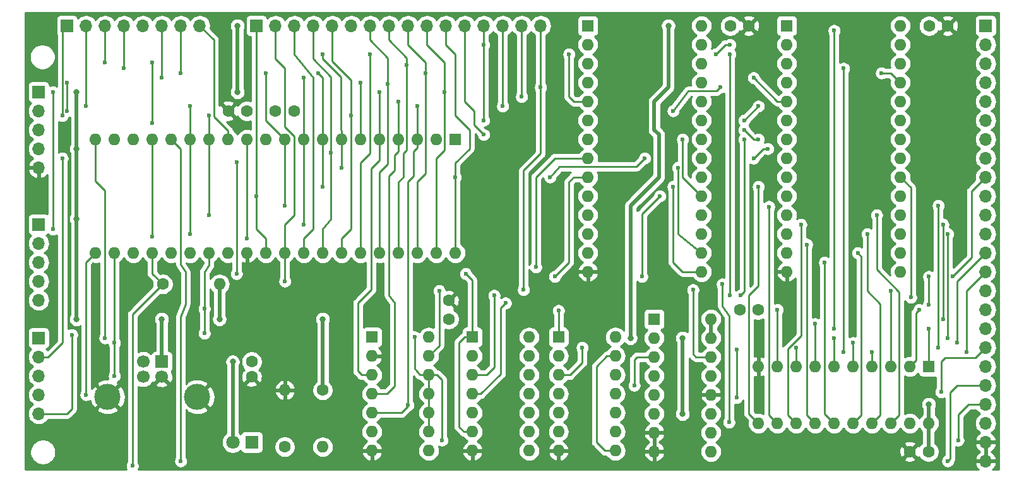
<source format=gbr>
G04 #@! TF.GenerationSoftware,KiCad,Pcbnew,(5.1.4)-1*
G04 #@! TF.CreationDate,2019-12-24T11:40:01+01:00*
G04 #@! TF.ProjectId,Dator,4461746f-722e-46b6-9963-61645f706362,rev?*
G04 #@! TF.SameCoordinates,Original*
G04 #@! TF.FileFunction,Copper,L2,Bot*
G04 #@! TF.FilePolarity,Positive*
%FSLAX46Y46*%
G04 Gerber Fmt 4.6, Leading zero omitted, Abs format (unit mm)*
G04 Created by KiCad (PCBNEW (5.1.4)-1) date 2019-12-24 11:40:01*
%MOMM*%
%LPD*%
G04 APERTURE LIST*
%ADD10O,1.700000X1.700000*%
%ADD11R,1.700000X1.700000*%
%ADD12C,1.600000*%
%ADD13O,1.600000X1.600000*%
%ADD14R,1.600000X1.600000*%
%ADD15C,1.700000*%
%ADD16C,3.500000*%
%ADD17C,1.800000*%
%ADD18R,1.800000X1.800000*%
%ADD19C,0.800000*%
%ADD20C,0.600000*%
%ADD21C,0.500000*%
%ADD22C,0.250000*%
%ADD23C,0.254000*%
G04 APERTURE END LIST*
D10*
X91440000Y-120650000D03*
X91440000Y-118110000D03*
X91440000Y-115570000D03*
X91440000Y-113030000D03*
D11*
X91440000Y-110490000D03*
D12*
X129540000Y-117475000D03*
D13*
X129540000Y-125095000D03*
D14*
X147320000Y-83820000D03*
D13*
X99060000Y-99060000D03*
X144780000Y-83820000D03*
X101600000Y-99060000D03*
X142240000Y-83820000D03*
X104140000Y-99060000D03*
X139700000Y-83820000D03*
X106680000Y-99060000D03*
X137160000Y-83820000D03*
X109220000Y-99060000D03*
X134620000Y-83820000D03*
X111760000Y-99060000D03*
X132080000Y-83820000D03*
X114300000Y-99060000D03*
X129540000Y-83820000D03*
X116840000Y-99060000D03*
X127000000Y-83820000D03*
X119380000Y-99060000D03*
X124460000Y-83820000D03*
X121920000Y-99060000D03*
X121920000Y-83820000D03*
X124460000Y-99060000D03*
X119380000Y-83820000D03*
X127000000Y-99060000D03*
X116840000Y-83820000D03*
X129540000Y-99060000D03*
X114300000Y-83820000D03*
X132080000Y-99060000D03*
X111760000Y-83820000D03*
X134620000Y-99060000D03*
X109220000Y-83820000D03*
X137160000Y-99060000D03*
X106680000Y-83820000D03*
X139700000Y-99060000D03*
X104140000Y-83820000D03*
X142240000Y-99060000D03*
X101600000Y-83820000D03*
X144780000Y-99060000D03*
X99060000Y-83820000D03*
X147320000Y-99060000D03*
D11*
X107950000Y-113665000D03*
D15*
X105450000Y-113665000D03*
X105450000Y-115665000D03*
X107950000Y-115665000D03*
D16*
X112720000Y-118375000D03*
X100680000Y-118375000D03*
D12*
X146431000Y-107950000D03*
X146431000Y-105450000D03*
X119380000Y-80010000D03*
X116880000Y-80010000D03*
X123190000Y-80010000D03*
X125690000Y-80010000D03*
X120015000Y-113665000D03*
X120015000Y-115665000D03*
X184190000Y-68580000D03*
X186690000Y-68580000D03*
X213360000Y-68580000D03*
X210860000Y-68580000D03*
X210780000Y-125730000D03*
X208280000Y-125730000D03*
X185460000Y-106680000D03*
X187960000Y-106680000D03*
D11*
X218440000Y-68580000D03*
D10*
X218440000Y-71120000D03*
X218440000Y-73660000D03*
X218440000Y-76200000D03*
X218440000Y-78740000D03*
X218440000Y-81280000D03*
X218440000Y-83820000D03*
X218440000Y-86360000D03*
X218440000Y-88900000D03*
X218440000Y-91440000D03*
X218440000Y-93980000D03*
X218440000Y-96520000D03*
X218440000Y-99060000D03*
X218440000Y-101600000D03*
X218440000Y-104140000D03*
X218440000Y-106680000D03*
X218440000Y-109220000D03*
X218440000Y-111760000D03*
X218440000Y-114300000D03*
X218440000Y-116840000D03*
X218440000Y-119380000D03*
X218440000Y-121920000D03*
X218440000Y-124460000D03*
X218440000Y-127000000D03*
D11*
X120650000Y-68580000D03*
D10*
X123190000Y-68580000D03*
X125730000Y-68580000D03*
X128270000Y-68580000D03*
X130810000Y-68580000D03*
X133350000Y-68580000D03*
X135890000Y-68580000D03*
X138430000Y-68580000D03*
X140970000Y-68580000D03*
X143510000Y-68580000D03*
X146050000Y-68580000D03*
X148590000Y-68580000D03*
X151130000Y-68580000D03*
X153670000Y-68580000D03*
X156210000Y-68580000D03*
X158750000Y-68580000D03*
D11*
X95250000Y-68580000D03*
D10*
X97790000Y-68580000D03*
X100330000Y-68580000D03*
X102870000Y-68580000D03*
X105410000Y-68580000D03*
X107950000Y-68580000D03*
X110490000Y-68580000D03*
X113030000Y-68580000D03*
D14*
X136144000Y-110363000D03*
D13*
X143764000Y-125603000D03*
X136144000Y-112903000D03*
X143764000Y-123063000D03*
X136144000Y-115443000D03*
X143764000Y-120523000D03*
X136144000Y-117983000D03*
X143764000Y-117983000D03*
X136144000Y-120523000D03*
X143764000Y-115443000D03*
X136144000Y-123063000D03*
X143764000Y-112903000D03*
X136144000Y-125603000D03*
X143764000Y-110363000D03*
X157226000Y-110363000D03*
X149606000Y-125603000D03*
X157226000Y-112903000D03*
X149606000Y-123063000D03*
X157226000Y-115443000D03*
X149606000Y-120523000D03*
X157226000Y-117983000D03*
X149606000Y-117983000D03*
X157226000Y-120523000D03*
X149606000Y-115443000D03*
X157226000Y-123063000D03*
X149606000Y-112903000D03*
X157226000Y-125603000D03*
D14*
X149606000Y-110363000D03*
X173990000Y-107950000D03*
D13*
X181610000Y-125730000D03*
X173990000Y-110490000D03*
X181610000Y-123190000D03*
X173990000Y-113030000D03*
X181610000Y-120650000D03*
X173990000Y-115570000D03*
X181610000Y-118110000D03*
X173990000Y-118110000D03*
X181610000Y-115570000D03*
X173990000Y-120650000D03*
X181610000Y-113030000D03*
X173990000Y-123190000D03*
X181610000Y-110490000D03*
X173990000Y-125730000D03*
X181610000Y-107950000D03*
D14*
X165100000Y-68580000D03*
D13*
X180340000Y-101600000D03*
X165100000Y-71120000D03*
X180340000Y-99060000D03*
X165100000Y-73660000D03*
X180340000Y-96520000D03*
X165100000Y-76200000D03*
X180340000Y-93980000D03*
X165100000Y-78740000D03*
X180340000Y-91440000D03*
X165100000Y-81280000D03*
X180340000Y-88900000D03*
X165100000Y-83820000D03*
X180340000Y-86360000D03*
X165100000Y-86360000D03*
X180340000Y-83820000D03*
X165100000Y-88900000D03*
X180340000Y-81280000D03*
X165100000Y-91440000D03*
X180340000Y-78740000D03*
X165100000Y-93980000D03*
X180340000Y-76200000D03*
X165100000Y-96520000D03*
X180340000Y-73660000D03*
X165100000Y-99060000D03*
X180340000Y-71120000D03*
X165100000Y-101600000D03*
X180340000Y-68580000D03*
X207010000Y-68580000D03*
X191770000Y-101600000D03*
X207010000Y-71120000D03*
X191770000Y-99060000D03*
X207010000Y-73660000D03*
X191770000Y-96520000D03*
X207010000Y-76200000D03*
X191770000Y-93980000D03*
X207010000Y-78740000D03*
X191770000Y-91440000D03*
X207010000Y-81280000D03*
X191770000Y-88900000D03*
X207010000Y-83820000D03*
X191770000Y-86360000D03*
X207010000Y-86360000D03*
X191770000Y-83820000D03*
X207010000Y-88900000D03*
X191770000Y-81280000D03*
X207010000Y-91440000D03*
X191770000Y-78740000D03*
X207010000Y-93980000D03*
X191770000Y-76200000D03*
X207010000Y-96520000D03*
X191770000Y-73660000D03*
X207010000Y-99060000D03*
X191770000Y-71120000D03*
X207010000Y-101600000D03*
D14*
X191770000Y-68580000D03*
X210820000Y-114300000D03*
D13*
X187960000Y-121920000D03*
X208280000Y-114300000D03*
X190500000Y-121920000D03*
X205740000Y-114300000D03*
X193040000Y-121920000D03*
X203200000Y-114300000D03*
X195580000Y-121920000D03*
X200660000Y-114300000D03*
X198120000Y-121920000D03*
X198120000Y-114300000D03*
X200660000Y-121920000D03*
X195580000Y-114300000D03*
X203200000Y-121920000D03*
X193040000Y-114300000D03*
X205740000Y-121920000D03*
X190500000Y-114300000D03*
X208280000Y-121920000D03*
X187960000Y-114300000D03*
X210820000Y-121920000D03*
D11*
X91440000Y-77470000D03*
D10*
X91440000Y-80010000D03*
X91440000Y-82550000D03*
X91440000Y-85090000D03*
X91440000Y-87630000D03*
D11*
X91440000Y-95250000D03*
D10*
X91440000Y-97790000D03*
X91440000Y-100330000D03*
X91440000Y-102870000D03*
X91440000Y-105410000D03*
D17*
X117475000Y-124460000D03*
D18*
X120015000Y-124460000D03*
D13*
X124460000Y-117475000D03*
D12*
X124460000Y-125095000D03*
X108077000Y-103251000D03*
D13*
X115697000Y-103251000D03*
D14*
X161163000Y-110363000D03*
D13*
X168783000Y-125603000D03*
X161163000Y-112903000D03*
X168783000Y-123063000D03*
X161163000Y-115443000D03*
X168783000Y-120523000D03*
X161163000Y-117983000D03*
X168783000Y-117983000D03*
X161163000Y-120523000D03*
X168783000Y-115443000D03*
X161163000Y-123063000D03*
X168783000Y-112903000D03*
X161163000Y-125603000D03*
X168783000Y-110363000D03*
D19*
X96520000Y-77470000D03*
X96520000Y-85090000D03*
X107950000Y-107950000D03*
X210820000Y-119380000D03*
X118110000Y-77470000D03*
X118110000Y-68580000D03*
X177800000Y-120650000D03*
X177800000Y-110490000D03*
X117475000Y-113665000D03*
X175895000Y-68580000D03*
X170815000Y-110490000D03*
X96520000Y-107950000D03*
X129540000Y-107950000D03*
X115697000Y-107950000D03*
X96520000Y-94488000D03*
D20*
X195580000Y-102235000D03*
X212090000Y-71120000D03*
X116205000Y-71120000D03*
X143383000Y-104775000D03*
X124714000Y-110109000D03*
X133858000Y-119888000D03*
X177800000Y-123190000D03*
X194310000Y-125730000D03*
X214630000Y-88900000D03*
X91440000Y-92075000D03*
X121285000Y-104394000D03*
X90170000Y-127635000D03*
X90805000Y-67945000D03*
X102425500Y-123380500D03*
X99822000Y-113601500D03*
X187007500Y-101346000D03*
X216535000Y-123190000D03*
D19*
X137160000Y-105664000D03*
D20*
X119380000Y-71374000D03*
X192151000Y-107823000D03*
X188087000Y-109347000D03*
X93345000Y-77470000D03*
X93345000Y-95885000D03*
X134620000Y-76200000D03*
X95250000Y-76200000D03*
X95250000Y-80010000D03*
X106680000Y-96901000D03*
X113665000Y-109855000D03*
X95885000Y-110045500D03*
X161163000Y-106807000D03*
X113665000Y-106553000D03*
X213995000Y-102235000D03*
X210820000Y-102235000D03*
X210820000Y-106045000D03*
X190500000Y-106680000D03*
X193040000Y-111760000D03*
X212090000Y-111760000D03*
X212090000Y-92710000D03*
X212725000Y-95250000D03*
X212725000Y-107950000D03*
X195580000Y-108585000D03*
X198120000Y-110490000D03*
X213360000Y-110490000D03*
X213360000Y-96520000D03*
X214630000Y-111125000D03*
X200660000Y-111125000D03*
X203200000Y-112395000D03*
X215900000Y-112395000D03*
X205740000Y-104140000D03*
X209550000Y-106680000D03*
X140825001Y-73804999D03*
X138285001Y-76344999D03*
X187325000Y-75565000D03*
X182880000Y-76835000D03*
X176530000Y-80010000D03*
X162560000Y-72390000D03*
X135890000Y-72390000D03*
X133350000Y-80645000D03*
X187960000Y-83820000D03*
X186055000Y-82550000D03*
X130665001Y-85580001D03*
X158115000Y-100965000D03*
X160655000Y-102235000D03*
X124460000Y-102870000D03*
X120650000Y-91440000D03*
X100330000Y-110490000D03*
X104013000Y-127635000D03*
X213360000Y-127000000D03*
X110490000Y-127000000D03*
X214757000Y-124206000D03*
X204470000Y-74930000D03*
X143365001Y-74930000D03*
X145905001Y-77460000D03*
X189230000Y-85090000D03*
X187325000Y-86360000D03*
X172720000Y-86360000D03*
X147320000Y-88900000D03*
X160020000Y-88900000D03*
X187960000Y-79375000D03*
X186055000Y-81280000D03*
X151130000Y-83185000D03*
X184150000Y-71120000D03*
X182245000Y-72390000D03*
X151130000Y-81280000D03*
X151130000Y-71120000D03*
X153670000Y-79375000D03*
X142240000Y-79375000D03*
X140970000Y-119507000D03*
X156210000Y-78105000D03*
X139700000Y-78740000D03*
X171323000Y-116840000D03*
X158750000Y-76835000D03*
X137160000Y-77470000D03*
X156464000Y-104013000D03*
X179197000Y-104013000D03*
X203835000Y-93980000D03*
X114300000Y-80645000D03*
X94615000Y-80645000D03*
X114300000Y-93980000D03*
X202565000Y-96520000D03*
X111760000Y-79375000D03*
X97790000Y-79375000D03*
X111760000Y-96520000D03*
X201295000Y-99060000D03*
X119380000Y-97155000D03*
X106680000Y-81661000D03*
X106680000Y-73533000D03*
X100330000Y-73533000D03*
X196850000Y-100330000D03*
X128905000Y-74930000D03*
X102870000Y-74295000D03*
X129540000Y-90170000D03*
X176530000Y-90170000D03*
X194454999Y-97934999D03*
X132080000Y-87630000D03*
X177165000Y-87630000D03*
X129540000Y-72390000D03*
X193675000Y-95250000D03*
X127000000Y-75565000D03*
X107950000Y-75565000D03*
X127000000Y-95250000D03*
X189374999Y-92854999D03*
X121920000Y-74930000D03*
X110490000Y-74930000D03*
X124460000Y-92710000D03*
X187960000Y-90170000D03*
X177800000Y-83820000D03*
X148717000Y-101854000D03*
X117983000Y-101854000D03*
X117983000Y-86868000D03*
X94615000Y-86360000D03*
X97790000Y-118110000D03*
X101600000Y-115570000D03*
X101600000Y-111125000D03*
X198120000Y-109220000D03*
X198120000Y-69215000D03*
X199390000Y-112395000D03*
X199390000Y-74295000D03*
X212471000Y-117729000D03*
X210820000Y-109220000D03*
X141859000Y-110363000D03*
X208407000Y-105029000D03*
X183134000Y-103251000D03*
X145542000Y-124206000D03*
X184023000Y-121793000D03*
X174752000Y-91440000D03*
X172339000Y-102235000D03*
X145161000Y-104140000D03*
X186055000Y-83820000D03*
X154051000Y-105791000D03*
X185547000Y-104779998D03*
X184150000Y-72390000D03*
X184150000Y-104775000D03*
X152527000Y-104775000D03*
X185039000Y-118491000D03*
X164338000Y-111760000D03*
X185039000Y-112014000D03*
D21*
X96520000Y-77470000D02*
X96520000Y-85090000D01*
X210780000Y-121960000D02*
X210820000Y-121920000D01*
X210780000Y-125730000D02*
X210780000Y-121960000D01*
X107950000Y-113665000D02*
X107950000Y-107950000D01*
X210820000Y-119380000D02*
X210820000Y-121920000D01*
X181610000Y-107950000D02*
X181610000Y-110490000D01*
X118110000Y-77470000D02*
X118110000Y-68580000D01*
X177800000Y-120650000D02*
X177800000Y-110490000D01*
X117475000Y-113665000D02*
X117475000Y-124460000D01*
X175895000Y-68580000D02*
X175895000Y-76835000D01*
X175895000Y-76835000D02*
X173990000Y-78740000D01*
X173990000Y-78740000D02*
X173990000Y-82550000D01*
X173990000Y-82550000D02*
X174625000Y-83185000D01*
X174625000Y-83185000D02*
X174625000Y-88900000D01*
X170815000Y-92710000D02*
X170815000Y-110490000D01*
X174625000Y-88900000D02*
X170815000Y-92710000D01*
X129540000Y-117475000D02*
X129540000Y-107950000D01*
X115697000Y-103251000D02*
X115697000Y-107950000D01*
X96520000Y-94488000D02*
X96520000Y-107950000D01*
X96520000Y-94488000D02*
X96520000Y-85090000D01*
D22*
X161290000Y-125095000D02*
X161925000Y-125730000D01*
X93345000Y-77470000D02*
X93345000Y-95885000D01*
X134620000Y-83820000D02*
X134620000Y-76200000D01*
X95250000Y-76200000D02*
X95250000Y-80010000D01*
X106680000Y-83820000D02*
X106680000Y-96901000D01*
X114300000Y-100711000D02*
X114300000Y-99060000D01*
X113665000Y-101600000D02*
X114300000Y-100711000D01*
X95250000Y-120650000D02*
X91440000Y-120650000D01*
X95885000Y-120015000D02*
X95250000Y-120650000D01*
X95885000Y-110045500D02*
X95885000Y-120015000D01*
X161163000Y-110363000D02*
X161163000Y-106807000D01*
X113665000Y-106553000D02*
X113665000Y-101600000D01*
X113665000Y-109855000D02*
X113665000Y-106553000D01*
X218440000Y-88900000D02*
X216535000Y-90805000D01*
X216535000Y-90805000D02*
X216535000Y-99695000D01*
X216535000Y-99695000D02*
X213995000Y-102235000D01*
X210820000Y-102235000D02*
X210820000Y-106045000D01*
X190500000Y-106680000D02*
X190500000Y-114300000D01*
X193040000Y-114300000D02*
X193040000Y-111760000D01*
X212090000Y-111760000D02*
X212090000Y-92710000D01*
X212725000Y-95250000D02*
X212725000Y-107950000D01*
X195580000Y-108585000D02*
X195580000Y-114300000D01*
X198120000Y-114300000D02*
X198120000Y-110490000D01*
X213360000Y-110490000D02*
X213360000Y-96520000D01*
X218440000Y-99060000D02*
X214630000Y-102870000D01*
X214630000Y-102870000D02*
X214630000Y-111125000D01*
X200660000Y-111125000D02*
X200660000Y-114300000D01*
X203200000Y-114300000D02*
X203200000Y-112395000D01*
X215900000Y-104140000D02*
X218440000Y-101600000D01*
X215900000Y-112395000D02*
X215900000Y-104140000D01*
X205740000Y-104140000D02*
X205740000Y-114300000D01*
X209079999Y-113500001D02*
X209079999Y-107150001D01*
X208280000Y-114300000D02*
X209079999Y-113500001D01*
X209079999Y-107150001D02*
X209550000Y-106680000D01*
X138430000Y-70485000D02*
X138430000Y-68580000D01*
X139700000Y-89535000D02*
X140335000Y-88900000D01*
X139700000Y-99060000D02*
X139700000Y-89535000D01*
X140335000Y-88900000D02*
X140335000Y-85725000D01*
X140335000Y-85725000D02*
X140825001Y-85234999D01*
X140825001Y-72880001D02*
X138430000Y-70485000D01*
X140825001Y-85234999D02*
X140825001Y-73804999D01*
X140825001Y-73804999D02*
X140825001Y-72880001D01*
X135890000Y-70485000D02*
X135890000Y-68580000D01*
X138285001Y-72880001D02*
X135890000Y-70485000D01*
X137160000Y-99060000D02*
X137160000Y-88265000D01*
X137160000Y-88265000D02*
X138285001Y-87139999D01*
X138285001Y-87139999D02*
X138285001Y-76344999D01*
X138285001Y-76344999D02*
X138285001Y-72880001D01*
X191770000Y-78740000D02*
X190500000Y-78740000D01*
X190500000Y-78740000D02*
X187325000Y-75565000D01*
X176530000Y-80010000D02*
X178579999Y-77325001D01*
X182389999Y-77325001D02*
X182880000Y-76835000D01*
X178579999Y-77325001D02*
X182389999Y-77325001D01*
X165100000Y-78740000D02*
X163195000Y-78740000D01*
X163195000Y-78740000D02*
X162560000Y-78105000D01*
X162560000Y-78105000D02*
X162560000Y-72390000D01*
X135890000Y-72390000D02*
X135890000Y-85725000D01*
X135890000Y-85725000D02*
X134620000Y-86995000D01*
X134620000Y-86995000D02*
X134620000Y-99060000D01*
X132080000Y-97155000D02*
X132080000Y-99060000D01*
X133350000Y-95885000D02*
X132080000Y-97155000D01*
X130810000Y-68580000D02*
X130810000Y-73315002D01*
X130810000Y-73315002D02*
X133350000Y-75855002D01*
X133350000Y-75855002D02*
X133350000Y-80645000D01*
X133350000Y-80645000D02*
X133350000Y-95885000D01*
X187960000Y-83820000D02*
X187325000Y-83820000D01*
X187325000Y-83820000D02*
X186055000Y-82550000D01*
X128270000Y-73025000D02*
X128270000Y-68580000D01*
X130665001Y-75420001D02*
X128270000Y-73025000D01*
X129540000Y-99060000D02*
X129540000Y-95885000D01*
X129540000Y-95885000D02*
X130665001Y-94470001D01*
X130665001Y-94470001D02*
X130665001Y-85580001D01*
X130665001Y-85580001D02*
X130665001Y-75420001D01*
X125730000Y-72390000D02*
X125730000Y-68580000D01*
X128279999Y-75565000D02*
X125730000Y-72390000D01*
X128279999Y-95875001D02*
X128279999Y-75565000D01*
X127000000Y-99060000D02*
X127000000Y-97155000D01*
X127000000Y-97155000D02*
X128279999Y-95875001D01*
X165100000Y-86360000D02*
X160655000Y-86360000D01*
X160655000Y-86360000D02*
X158115000Y-88900000D01*
X158115000Y-88900000D02*
X158115000Y-100965000D01*
X124460000Y-99060000D02*
X124460000Y-95250000D01*
X124460000Y-95250000D02*
X125730000Y-93980000D01*
X124415001Y-82109999D02*
X124415001Y-74250001D01*
X125730000Y-93980000D02*
X125730000Y-83424998D01*
X125730000Y-83424998D02*
X124415001Y-82109999D01*
X124415001Y-74250001D02*
X123190000Y-73025000D01*
X123190000Y-73025000D02*
X123190000Y-68580000D01*
X163195000Y-88900000D02*
X165100000Y-88900000D01*
X162560000Y-89535000D02*
X163195000Y-88900000D01*
X160655000Y-102235000D02*
X162560000Y-100330000D01*
X162560000Y-100330000D02*
X162560000Y-89535000D01*
X124460000Y-99060000D02*
X124460000Y-102870000D01*
X121920000Y-97155000D02*
X121920000Y-99060000D01*
X120650000Y-68580000D02*
X120650000Y-95885000D01*
X120650000Y-95885000D02*
X121920000Y-97155000D01*
X100330000Y-90678000D02*
X100330000Y-110490000D01*
X99060000Y-83820000D02*
X99060000Y-89408000D01*
X99060000Y-89408000D02*
X100330000Y-90678000D01*
X167651630Y-112903000D02*
X166243000Y-114311630D01*
X168783000Y-112903000D02*
X167651630Y-112903000D01*
X166243000Y-114311630D02*
X166243000Y-124460000D01*
X166243000Y-124460000D02*
X167386000Y-125603000D01*
X167386000Y-125603000D02*
X168783000Y-125603000D01*
X106680000Y-100191370D02*
X106680000Y-99060000D01*
X106674999Y-100196371D02*
X106680000Y-100191370D01*
X106680000Y-101854000D02*
X106680000Y-99060000D01*
X108077000Y-103251000D02*
X106680000Y-101854000D01*
X108077000Y-103251000D02*
X104013000Y-107315000D01*
X104013000Y-107315000D02*
X104013000Y-127635000D01*
X213659999Y-126700001D02*
X213659999Y-117810001D01*
X213360000Y-127000000D02*
X213659999Y-126700001D01*
X214630000Y-116840000D02*
X218440000Y-116840000D01*
X213659999Y-117810001D02*
X214630000Y-116840000D01*
X110490000Y-107605002D02*
X110490000Y-127000000D01*
X111125000Y-105918000D02*
X110490000Y-107605002D01*
X111125000Y-101600000D02*
X111125000Y-105918000D01*
X110490000Y-100584000D02*
X111125000Y-101600000D01*
X109220000Y-83820000D02*
X110490000Y-85090000D01*
X110490000Y-85090000D02*
X110490000Y-100584000D01*
X216154000Y-119380000D02*
X218440000Y-119380000D01*
X214757000Y-124206000D02*
X214757000Y-120777000D01*
X214757000Y-120777000D02*
X216154000Y-119380000D01*
X207010000Y-76200000D02*
X205740000Y-74930000D01*
X205740000Y-74930000D02*
X204470000Y-74930000D01*
X143365001Y-74930000D02*
X143365001Y-88409999D01*
X143365001Y-88409999D02*
X142240000Y-89535000D01*
X142240000Y-89535000D02*
X142240000Y-99060000D01*
X140970000Y-71120000D02*
X140970000Y-68580000D01*
X143365001Y-74930000D02*
X143365001Y-73515001D01*
X143365001Y-73515001D02*
X140970000Y-71120000D01*
X144780000Y-99060000D02*
X144780000Y-86360000D01*
X145905001Y-85234999D02*
X145905001Y-73515001D01*
X144780000Y-86360000D02*
X145905001Y-85234999D01*
X143510000Y-71120000D02*
X143510000Y-68580000D01*
X145905001Y-73515001D02*
X143510000Y-71120000D01*
X189230000Y-85090000D02*
X188595000Y-85090000D01*
X188595000Y-85090000D02*
X187325000Y-86360000D01*
X147320000Y-86995000D02*
X149225000Y-85090000D01*
X149225000Y-85090000D02*
X149225000Y-82550000D01*
X149225000Y-82550000D02*
X147320000Y-80645000D01*
X147320000Y-80645000D02*
X147320000Y-72390000D01*
X146050000Y-71120000D02*
X146050000Y-68580000D01*
X147320000Y-72390000D02*
X146050000Y-71120000D01*
X147320000Y-99060000D02*
X147320000Y-88900000D01*
X147320000Y-88900000D02*
X147320000Y-86995000D01*
X171594999Y-87485001D02*
X172720000Y-86360000D01*
X160020000Y-88900000D02*
X161290000Y-87485001D01*
X161290000Y-87485001D02*
X171594999Y-87485001D01*
X187960000Y-79375000D02*
X186055000Y-81280000D01*
X148590000Y-68580000D02*
X148590000Y-78740000D01*
X148590000Y-78740000D02*
X149860000Y-80010000D01*
X149860000Y-80010000D02*
X149860000Y-81915000D01*
X149860000Y-81915000D02*
X151130000Y-83185000D01*
X184150000Y-71120000D02*
X183515000Y-71120000D01*
X183515000Y-71120000D02*
X182245000Y-72390000D01*
X151130000Y-81280000D02*
X151130000Y-71120000D01*
X151130000Y-71120000D02*
X151130000Y-68580000D01*
X153670000Y-79375000D02*
X153670000Y-68580000D01*
X142240000Y-79375000D02*
X142240000Y-83820000D01*
X140081000Y-120523000D02*
X136144000Y-120523000D01*
X142240000Y-84951370D02*
X141732000Y-85459370D01*
X141732000Y-85459370D02*
X141732000Y-88773000D01*
X142240000Y-83820000D02*
X142240000Y-84951370D01*
X141732000Y-88773000D02*
X140970000Y-89535000D01*
X140970000Y-119634000D02*
X140081000Y-120523000D01*
X140970000Y-89535000D02*
X140970000Y-119507000D01*
X140970000Y-119507000D02*
X140970000Y-119634000D01*
X156210000Y-68580000D02*
X156210000Y-78105000D01*
X139700000Y-83820000D02*
X139700000Y-78740000D01*
X139700000Y-85471000D02*
X139700000Y-83820000D01*
X139192000Y-85979000D02*
X139700000Y-85471000D01*
X139192000Y-88011000D02*
X139192000Y-85979000D01*
X138176000Y-117983000D02*
X139192000Y-116967000D01*
X139192000Y-116967000D02*
X139192000Y-105791000D01*
X136144000Y-117983000D02*
X138176000Y-117983000D01*
X139192000Y-105791000D02*
X138430000Y-104726002D01*
X138430000Y-104726002D02*
X138430000Y-88773000D01*
X138430000Y-88773000D02*
X139192000Y-88011000D01*
X171323000Y-116840000D02*
X171323000Y-113411000D01*
X171704000Y-113030000D02*
X173990000Y-113030000D01*
X171323000Y-113411000D02*
X171704000Y-113030000D01*
X158750000Y-76835000D02*
X158750000Y-68580000D01*
X137160000Y-77470000D02*
X137160000Y-83820000D01*
X134747000Y-115443000D02*
X136144000Y-115443000D01*
X137160000Y-86614000D02*
X136034999Y-87739001D01*
X137160000Y-83820000D02*
X137160000Y-86614000D01*
X136034999Y-87739001D02*
X136034999Y-103995001D01*
X136034999Y-103995001D02*
X134239000Y-105791000D01*
X134239000Y-105791000D02*
X134239000Y-114935000D01*
X134239000Y-114935000D02*
X134747000Y-115443000D01*
X158750000Y-76835000D02*
X158750000Y-85725000D01*
X158750000Y-85725000D02*
X156464000Y-88011000D01*
X156464000Y-88011000D02*
X156464000Y-104013000D01*
X179578000Y-113030000D02*
X181610000Y-113030000D01*
X179197000Y-104013000D02*
X179197000Y-112649000D01*
X179197000Y-112649000D02*
X179578000Y-113030000D01*
X203835000Y-101309998D02*
X203835000Y-93980000D01*
X206865001Y-104339999D02*
X203835000Y-101309998D01*
X205740000Y-121920000D02*
X206865001Y-120794999D01*
X206865001Y-120794999D02*
X206865001Y-104339999D01*
X114300000Y-83820000D02*
X114300000Y-80645000D01*
X94615000Y-69215000D02*
X95250000Y-68580000D01*
X94615000Y-80645000D02*
X94615000Y-69215000D01*
X114300000Y-93980000D02*
X114300000Y-83820000D01*
X204325001Y-120794999D02*
X204325001Y-105900001D01*
X203200000Y-121920000D02*
X204325001Y-120794999D01*
X204325001Y-105900001D02*
X202565000Y-104140000D01*
X202565000Y-104140000D02*
X202565000Y-96520000D01*
X111760000Y-83820000D02*
X111760000Y-79375000D01*
X97790000Y-79375000D02*
X97790000Y-68580000D01*
X111760000Y-96520000D02*
X111760000Y-83820000D01*
X201785001Y-99550001D02*
X201295000Y-99060000D01*
X200660000Y-121920000D02*
X201785001Y-120794999D01*
X201785001Y-120794999D02*
X201785001Y-99550001D01*
X119380000Y-97155000D02*
X119380000Y-83820000D01*
X106680000Y-81661000D02*
X106680000Y-73533000D01*
X100330000Y-73533000D02*
X100330000Y-68580000D01*
X196850000Y-120650000D02*
X196850000Y-100330000D01*
X198120000Y-121920000D02*
X196850000Y-120650000D01*
X129540000Y-83820000D02*
X129540000Y-75565000D01*
X129540000Y-75565000D02*
X128905000Y-74930000D01*
X102870000Y-74295000D02*
X102870000Y-68580000D01*
X129540000Y-90170000D02*
X129540000Y-83820000D01*
X177800000Y-101600000D02*
X180340000Y-101600000D01*
X176530000Y-90170000D02*
X176530000Y-100330000D01*
X176530000Y-100330000D02*
X177800000Y-101600000D01*
X194454999Y-120794999D02*
X194454999Y-97934999D01*
X195580000Y-121920000D02*
X194454999Y-120794999D01*
X132080000Y-87630000D02*
X132080000Y-83820000D01*
X177165000Y-96520000D02*
X180340000Y-99060000D01*
X177165000Y-87630000D02*
X177165000Y-96520000D01*
X129540000Y-72390000D02*
X129540000Y-73025000D01*
X129540000Y-73025000D02*
X131953000Y-75438000D01*
X131953000Y-75438000D02*
X131953000Y-82561630D01*
X131953000Y-82561630D02*
X132080000Y-82688630D01*
X132080000Y-82688630D02*
X132080000Y-83820000D01*
X193675000Y-110199998D02*
X193675000Y-95250000D01*
X191914999Y-111959999D02*
X193675000Y-110199998D01*
X193040000Y-121920000D02*
X191914999Y-120794999D01*
X191914999Y-120794999D02*
X191914999Y-111959999D01*
X127000000Y-83820000D02*
X127000000Y-75565000D01*
X107950000Y-68580000D02*
X107950000Y-75565000D01*
X127000000Y-95250000D02*
X127000000Y-83820000D01*
X189374999Y-92854999D02*
X189374999Y-120794999D01*
X189374999Y-120794999D02*
X190500000Y-121920000D01*
X124460000Y-83820000D02*
X121920000Y-81280000D01*
X121920000Y-81280000D02*
X121920000Y-74930000D01*
X110490000Y-74930000D02*
X110490000Y-68580000D01*
X124460000Y-92710000D02*
X124460000Y-83820000D01*
X186690000Y-120650000D02*
X186690000Y-104775000D01*
X187960000Y-121920000D02*
X186690000Y-120650000D01*
X186690000Y-104775000D02*
X187960000Y-103505000D01*
X187960000Y-103505000D02*
X187960000Y-90170000D01*
X114925001Y-70475001D02*
X113030000Y-68580000D01*
X114925001Y-80773631D02*
X114925001Y-70475001D01*
X116840000Y-82688630D02*
X114925001Y-80773631D01*
X116840000Y-83820000D02*
X116840000Y-82688630D01*
X180340000Y-91440000D02*
X177800000Y-88900000D01*
X177800000Y-88900000D02*
X177800000Y-83820000D01*
X149606000Y-110363000D02*
X149606000Y-102743000D01*
X149606000Y-102743000D02*
X148717000Y-101854000D01*
X117983000Y-101854000D02*
X117983000Y-86868000D01*
X92710000Y-113030000D02*
X91440000Y-113030000D01*
X94615000Y-111125000D02*
X92710000Y-113030000D01*
X94615000Y-86360000D02*
X94615000Y-111125000D01*
X148556000Y-110363000D02*
X147828000Y-111091000D01*
X149606000Y-110363000D02*
X148556000Y-110363000D01*
X147828000Y-111091000D02*
X147828000Y-122428000D01*
X148463000Y-123063000D02*
X149606000Y-123063000D01*
X147828000Y-122428000D02*
X148463000Y-123063000D01*
X99060000Y-99060000D02*
X97790000Y-100330000D01*
X97790000Y-100330000D02*
X97790000Y-118110000D01*
X101600000Y-111125000D02*
X101600000Y-115570000D01*
X101600000Y-111125000D02*
X101600000Y-99060000D01*
X198120000Y-109220000D02*
X198120000Y-69215000D01*
X199390000Y-112395000D02*
X199390000Y-74295000D01*
X212471000Y-117729000D02*
X212471000Y-113665000D01*
X212471000Y-113665000D02*
X212979000Y-113157000D01*
X217043000Y-113157000D02*
X218440000Y-111760000D01*
X212979000Y-113157000D02*
X217043000Y-113157000D01*
X210820000Y-114300000D02*
X210820000Y-109220000D01*
X142632630Y-115443000D02*
X143764000Y-115443000D01*
X142621000Y-115431370D02*
X142632630Y-115443000D01*
X142494000Y-115316000D02*
X142621000Y-115431370D01*
X141859000Y-110363000D02*
X141859000Y-114554000D01*
X141859000Y-114554000D02*
X142494000Y-115316000D01*
X143764000Y-115443000D02*
X143764000Y-117983000D01*
X143764000Y-117983000D02*
X143764000Y-120523000D01*
X143764000Y-120523000D02*
X143764000Y-123063000D01*
X207010000Y-88900000D02*
X208407000Y-90297000D01*
X208407000Y-90297000D02*
X208407000Y-105029000D01*
X144895370Y-115443000D02*
X143764000Y-115443000D01*
X145542000Y-124206000D02*
X145530370Y-116078000D01*
X145530370Y-116078000D02*
X144895370Y-115443000D01*
X184014452Y-107569000D02*
X183134000Y-106172000D01*
X183134000Y-106172000D02*
X183134000Y-103251000D01*
X184023000Y-121793000D02*
X184014452Y-107569000D01*
X174752000Y-91440000D02*
X172339000Y-93853000D01*
X172339000Y-93853000D02*
X172339000Y-102235000D01*
X145161000Y-111506000D02*
X143764000Y-112903000D01*
X145161000Y-104140000D02*
X145161000Y-111506000D01*
X150737370Y-117983000D02*
X153416000Y-115304370D01*
X149606000Y-117983000D02*
X150737370Y-117983000D01*
X153416000Y-115304370D02*
X153416000Y-106426000D01*
X153416000Y-106426000D02*
X154051000Y-105791000D01*
X186055000Y-104271998D02*
X185547000Y-104779998D01*
X186055000Y-83820000D02*
X186055000Y-104271998D01*
X184150000Y-72390000D02*
X184150000Y-104775000D01*
X151511000Y-115443000D02*
X149606000Y-115443000D01*
X152527000Y-104775000D02*
X152527000Y-114427000D01*
X152527000Y-114427000D02*
X151511000Y-115443000D01*
X162687000Y-115443000D02*
X161163000Y-115443000D01*
X164338000Y-111760000D02*
X164338000Y-113792000D01*
X164338000Y-113792000D02*
X162687000Y-115443000D01*
X185039000Y-118491000D02*
X185039000Y-112014000D01*
D23*
G36*
X220218000Y-128143000D02*
G01*
X219379242Y-128143000D01*
X219537588Y-128000269D01*
X219711641Y-127766920D01*
X219836825Y-127504099D01*
X219881476Y-127356890D01*
X219760155Y-127127000D01*
X218567000Y-127127000D01*
X218567000Y-127147000D01*
X218313000Y-127147000D01*
X218313000Y-127127000D01*
X217119845Y-127127000D01*
X216998524Y-127356890D01*
X217043175Y-127504099D01*
X217168359Y-127766920D01*
X217342412Y-128000269D01*
X217500758Y-128143000D01*
X104798080Y-128143000D01*
X104841586Y-128077889D01*
X104912068Y-127907729D01*
X104948000Y-127727089D01*
X104948000Y-127542911D01*
X104912068Y-127362271D01*
X104841586Y-127192111D01*
X104773000Y-127089465D01*
X104773000Y-116991930D01*
X105016842Y-117092932D01*
X105303740Y-117150000D01*
X105596260Y-117150000D01*
X105883158Y-117092932D01*
X106153411Y-116980990D01*
X106396632Y-116818475D01*
X106521710Y-116693397D01*
X107101208Y-116693397D01*
X107178843Y-116942472D01*
X107442883Y-117068371D01*
X107726411Y-117140339D01*
X108018531Y-117155611D01*
X108308019Y-117113599D01*
X108583747Y-117015919D01*
X108721157Y-116942472D01*
X108798792Y-116693397D01*
X107950000Y-115844605D01*
X107101208Y-116693397D01*
X106521710Y-116693397D01*
X106603475Y-116611632D01*
X106712416Y-116448590D01*
X106921603Y-116513792D01*
X107770395Y-115665000D01*
X107756253Y-115650858D01*
X107935858Y-115471253D01*
X107950000Y-115485395D01*
X107964143Y-115471253D01*
X108143748Y-115650858D01*
X108129605Y-115665000D01*
X108978397Y-116513792D01*
X109227472Y-116436157D01*
X109353371Y-116172117D01*
X109425339Y-115888589D01*
X109440611Y-115596469D01*
X109398599Y-115306981D01*
X109300919Y-115031253D01*
X109260241Y-114955150D01*
X109330537Y-114869494D01*
X109389502Y-114759180D01*
X109425812Y-114639482D01*
X109438072Y-114515000D01*
X109438072Y-112815000D01*
X109425812Y-112690518D01*
X109389502Y-112570820D01*
X109330537Y-112460506D01*
X109251185Y-112363815D01*
X109154494Y-112284463D01*
X109044180Y-112225498D01*
X108924482Y-112189188D01*
X108835000Y-112180375D01*
X108835000Y-108488454D01*
X108867205Y-108440256D01*
X108945226Y-108251898D01*
X108985000Y-108051939D01*
X108985000Y-107848061D01*
X108945226Y-107648102D01*
X108867205Y-107459744D01*
X108753937Y-107290226D01*
X108609774Y-107146063D01*
X108440256Y-107032795D01*
X108251898Y-106954774D01*
X108051939Y-106915000D01*
X107848061Y-106915000D01*
X107648102Y-106954774D01*
X107459744Y-107032795D01*
X107290226Y-107146063D01*
X107146063Y-107290226D01*
X107032795Y-107459744D01*
X106954774Y-107648102D01*
X106915000Y-107848061D01*
X106915000Y-108051939D01*
X106954774Y-108251898D01*
X107032795Y-108440256D01*
X107065001Y-108488456D01*
X107065000Y-112180375D01*
X106975518Y-112189188D01*
X106855820Y-112225498D01*
X106745506Y-112284463D01*
X106648815Y-112363815D01*
X106569463Y-112460506D01*
X106510498Y-112570820D01*
X106497797Y-112612690D01*
X106396632Y-112511525D01*
X106153411Y-112349010D01*
X105883158Y-112237068D01*
X105596260Y-112180000D01*
X105303740Y-112180000D01*
X105016842Y-112237068D01*
X104773000Y-112338070D01*
X104773000Y-107629801D01*
X107753114Y-104649688D01*
X107935665Y-104686000D01*
X108218335Y-104686000D01*
X108495574Y-104630853D01*
X108756727Y-104522680D01*
X108991759Y-104365637D01*
X109191637Y-104165759D01*
X109348680Y-103930727D01*
X109456853Y-103669574D01*
X109512000Y-103392335D01*
X109512000Y-103109665D01*
X109456853Y-102832426D01*
X109348680Y-102571273D01*
X109191637Y-102336241D01*
X108991759Y-102136363D01*
X108756727Y-101979320D01*
X108495574Y-101871147D01*
X108218335Y-101816000D01*
X107935665Y-101816000D01*
X107753114Y-101852312D01*
X107440000Y-101539199D01*
X107440000Y-100280901D01*
X107481101Y-100258932D01*
X107699608Y-100079608D01*
X107878932Y-99861101D01*
X107950000Y-99728142D01*
X108021068Y-99861101D01*
X108200392Y-100079608D01*
X108418899Y-100258932D01*
X108668192Y-100392182D01*
X108938691Y-100474236D01*
X109149508Y-100495000D01*
X109290492Y-100495000D01*
X109501309Y-100474236D01*
X109730001Y-100404864D01*
X109730001Y-100535059D01*
X109726678Y-100560751D01*
X109730001Y-100609747D01*
X109730001Y-100621333D01*
X109732524Y-100646953D01*
X109736808Y-100710113D01*
X109739855Y-100721382D01*
X109740998Y-100732986D01*
X109759366Y-100793537D01*
X109775885Y-100854630D01*
X109781067Y-100865078D01*
X109784455Y-100876247D01*
X109814287Y-100932057D01*
X109825735Y-100955140D01*
X109831881Y-100964974D01*
X109855027Y-101008276D01*
X109871459Y-101028298D01*
X110365000Y-101817966D01*
X110365001Y-105779701D01*
X109796264Y-107290662D01*
X109784454Y-107312756D01*
X109769951Y-107360566D01*
X109765568Y-107372211D01*
X109759122Y-107396266D01*
X109740997Y-107456017D01*
X109739769Y-107468487D01*
X109736528Y-107480581D01*
X109732444Y-107542860D01*
X109730000Y-107567670D01*
X109730000Y-107580120D01*
X109726731Y-107629966D01*
X109730000Y-107654801D01*
X109730001Y-126454463D01*
X109661414Y-126557111D01*
X109590932Y-126727271D01*
X109555000Y-126907911D01*
X109555000Y-127092089D01*
X109590932Y-127272729D01*
X109661414Y-127442889D01*
X109763738Y-127596028D01*
X109893972Y-127726262D01*
X110047111Y-127828586D01*
X110217271Y-127899068D01*
X110397911Y-127935000D01*
X110582089Y-127935000D01*
X110762729Y-127899068D01*
X110932889Y-127828586D01*
X111086028Y-127726262D01*
X111216262Y-127596028D01*
X111318586Y-127442889D01*
X111389068Y-127272729D01*
X111425000Y-127092089D01*
X111425000Y-126907911D01*
X111389068Y-126727271D01*
X111318586Y-126557111D01*
X111250000Y-126454465D01*
X111250000Y-124308816D01*
X115940000Y-124308816D01*
X115940000Y-124611184D01*
X115998989Y-124907743D01*
X116114701Y-125187095D01*
X116282688Y-125438505D01*
X116496495Y-125652312D01*
X116747905Y-125820299D01*
X117027257Y-125936011D01*
X117323816Y-125995000D01*
X117626184Y-125995000D01*
X117922743Y-125936011D01*
X118202095Y-125820299D01*
X118453505Y-125652312D01*
X118519944Y-125585873D01*
X118525498Y-125604180D01*
X118584463Y-125714494D01*
X118663815Y-125811185D01*
X118760506Y-125890537D01*
X118870820Y-125949502D01*
X118990518Y-125985812D01*
X119115000Y-125998072D01*
X120915000Y-125998072D01*
X121039482Y-125985812D01*
X121159180Y-125949502D01*
X121269494Y-125890537D01*
X121366185Y-125811185D01*
X121445537Y-125714494D01*
X121504502Y-125604180D01*
X121540812Y-125484482D01*
X121553072Y-125360000D01*
X121553072Y-124953665D01*
X123025000Y-124953665D01*
X123025000Y-125236335D01*
X123080147Y-125513574D01*
X123188320Y-125774727D01*
X123345363Y-126009759D01*
X123545241Y-126209637D01*
X123780273Y-126366680D01*
X124041426Y-126474853D01*
X124318665Y-126530000D01*
X124601335Y-126530000D01*
X124878574Y-126474853D01*
X125139727Y-126366680D01*
X125374759Y-126209637D01*
X125574637Y-126009759D01*
X125731680Y-125774727D01*
X125839853Y-125513574D01*
X125895000Y-125236335D01*
X125895000Y-125095000D01*
X128098057Y-125095000D01*
X128125764Y-125376309D01*
X128207818Y-125646808D01*
X128341068Y-125896101D01*
X128520392Y-126114608D01*
X128738899Y-126293932D01*
X128988192Y-126427182D01*
X129258691Y-126509236D01*
X129469508Y-126530000D01*
X129610492Y-126530000D01*
X129821309Y-126509236D01*
X130091808Y-126427182D01*
X130341101Y-126293932D01*
X130559608Y-126114608D01*
X130693024Y-125952039D01*
X134752096Y-125952039D01*
X134792754Y-126086087D01*
X134912963Y-126340420D01*
X135080481Y-126566414D01*
X135288869Y-126755385D01*
X135530119Y-126900070D01*
X135794960Y-126994909D01*
X136017000Y-126873624D01*
X136017000Y-125730000D01*
X136271000Y-125730000D01*
X136271000Y-126873624D01*
X136493040Y-126994909D01*
X136757881Y-126900070D01*
X136999131Y-126755385D01*
X137207519Y-126566414D01*
X137375037Y-126340420D01*
X137495246Y-126086087D01*
X137535904Y-125952039D01*
X137413915Y-125730000D01*
X136271000Y-125730000D01*
X136017000Y-125730000D01*
X134874085Y-125730000D01*
X134752096Y-125952039D01*
X130693024Y-125952039D01*
X130738932Y-125896101D01*
X130872182Y-125646808D01*
X130954236Y-125376309D01*
X130981943Y-125095000D01*
X130954236Y-124813691D01*
X130872182Y-124543192D01*
X130738932Y-124293899D01*
X130559608Y-124075392D01*
X130341101Y-123896068D01*
X130091808Y-123762818D01*
X129821309Y-123680764D01*
X129610492Y-123660000D01*
X129469508Y-123660000D01*
X129258691Y-123680764D01*
X128988192Y-123762818D01*
X128738899Y-123896068D01*
X128520392Y-124075392D01*
X128341068Y-124293899D01*
X128207818Y-124543192D01*
X128125764Y-124813691D01*
X128098057Y-125095000D01*
X125895000Y-125095000D01*
X125895000Y-124953665D01*
X125839853Y-124676426D01*
X125731680Y-124415273D01*
X125574637Y-124180241D01*
X125374759Y-123980363D01*
X125139727Y-123823320D01*
X124878574Y-123715147D01*
X124601335Y-123660000D01*
X124318665Y-123660000D01*
X124041426Y-123715147D01*
X123780273Y-123823320D01*
X123545241Y-123980363D01*
X123345363Y-124180241D01*
X123188320Y-124415273D01*
X123080147Y-124676426D01*
X123025000Y-124953665D01*
X121553072Y-124953665D01*
X121553072Y-123560000D01*
X121540812Y-123435518D01*
X121504502Y-123315820D01*
X121445537Y-123205506D01*
X121366185Y-123108815D01*
X121269494Y-123029463D01*
X121159180Y-122970498D01*
X121039482Y-122934188D01*
X120915000Y-122921928D01*
X119115000Y-122921928D01*
X118990518Y-122934188D01*
X118870820Y-122970498D01*
X118760506Y-123029463D01*
X118663815Y-123108815D01*
X118584463Y-123205506D01*
X118525498Y-123315820D01*
X118519944Y-123334127D01*
X118453505Y-123267688D01*
X118360000Y-123205210D01*
X118360000Y-117824040D01*
X123068091Y-117824040D01*
X123162930Y-118088881D01*
X123307615Y-118330131D01*
X123496586Y-118538519D01*
X123722580Y-118706037D01*
X123976913Y-118826246D01*
X124110961Y-118866904D01*
X124333000Y-118744915D01*
X124333000Y-117602000D01*
X124587000Y-117602000D01*
X124587000Y-118744915D01*
X124809039Y-118866904D01*
X124943087Y-118826246D01*
X125197420Y-118706037D01*
X125423414Y-118538519D01*
X125612385Y-118330131D01*
X125757070Y-118088881D01*
X125851909Y-117824040D01*
X125730624Y-117602000D01*
X124587000Y-117602000D01*
X124333000Y-117602000D01*
X123189376Y-117602000D01*
X123068091Y-117824040D01*
X118360000Y-117824040D01*
X118360000Y-117125960D01*
X123068091Y-117125960D01*
X123189376Y-117348000D01*
X124333000Y-117348000D01*
X124333000Y-116205085D01*
X124587000Y-116205085D01*
X124587000Y-117348000D01*
X125730624Y-117348000D01*
X125738454Y-117333665D01*
X128105000Y-117333665D01*
X128105000Y-117616335D01*
X128160147Y-117893574D01*
X128268320Y-118154727D01*
X128425363Y-118389759D01*
X128625241Y-118589637D01*
X128860273Y-118746680D01*
X129121426Y-118854853D01*
X129398665Y-118910000D01*
X129681335Y-118910000D01*
X129958574Y-118854853D01*
X130219727Y-118746680D01*
X130454759Y-118589637D01*
X130654637Y-118389759D01*
X130811680Y-118154727D01*
X130919853Y-117893574D01*
X130975000Y-117616335D01*
X130975000Y-117333665D01*
X130919853Y-117056426D01*
X130811680Y-116795273D01*
X130654637Y-116560241D01*
X130454759Y-116360363D01*
X130425000Y-116340479D01*
X130425000Y-108488454D01*
X130457205Y-108440256D01*
X130535226Y-108251898D01*
X130575000Y-108051939D01*
X130575000Y-107848061D01*
X130535226Y-107648102D01*
X130457205Y-107459744D01*
X130343937Y-107290226D01*
X130199774Y-107146063D01*
X130030256Y-107032795D01*
X129841898Y-106954774D01*
X129641939Y-106915000D01*
X129438061Y-106915000D01*
X129238102Y-106954774D01*
X129049744Y-107032795D01*
X128880226Y-107146063D01*
X128736063Y-107290226D01*
X128622795Y-107459744D01*
X128544774Y-107648102D01*
X128505000Y-107848061D01*
X128505000Y-108051939D01*
X128544774Y-108251898D01*
X128622795Y-108440256D01*
X128655001Y-108488456D01*
X128655000Y-116340479D01*
X128625241Y-116360363D01*
X128425363Y-116560241D01*
X128268320Y-116795273D01*
X128160147Y-117056426D01*
X128105000Y-117333665D01*
X125738454Y-117333665D01*
X125851909Y-117125960D01*
X125757070Y-116861119D01*
X125612385Y-116619869D01*
X125423414Y-116411481D01*
X125197420Y-116243963D01*
X124943087Y-116123754D01*
X124809039Y-116083096D01*
X124587000Y-116205085D01*
X124333000Y-116205085D01*
X124110961Y-116083096D01*
X123976913Y-116123754D01*
X123722580Y-116243963D01*
X123496586Y-116411481D01*
X123307615Y-116619869D01*
X123162930Y-116861119D01*
X123068091Y-117125960D01*
X118360000Y-117125960D01*
X118360000Y-116657702D01*
X119201903Y-116657702D01*
X119273486Y-116901671D01*
X119528996Y-117022571D01*
X119803184Y-117091300D01*
X120085512Y-117105217D01*
X120365130Y-117063787D01*
X120631292Y-116968603D01*
X120756514Y-116901671D01*
X120828097Y-116657702D01*
X120015000Y-115844605D01*
X119201903Y-116657702D01*
X118360000Y-116657702D01*
X118360000Y-115735512D01*
X118574783Y-115735512D01*
X118616213Y-116015130D01*
X118711397Y-116281292D01*
X118778329Y-116406514D01*
X119022298Y-116478097D01*
X119835395Y-115665000D01*
X119821253Y-115650858D01*
X120000858Y-115471253D01*
X120015000Y-115485395D01*
X120029143Y-115471253D01*
X120208748Y-115650858D01*
X120194605Y-115665000D01*
X121007702Y-116478097D01*
X121251671Y-116406514D01*
X121372571Y-116151004D01*
X121441300Y-115876816D01*
X121455217Y-115594488D01*
X121413787Y-115314870D01*
X121318603Y-115048708D01*
X121251671Y-114923486D01*
X121007704Y-114851903D01*
X121123977Y-114735630D01*
X121048872Y-114660525D01*
X121129637Y-114579759D01*
X121286680Y-114344727D01*
X121394853Y-114083574D01*
X121450000Y-113806335D01*
X121450000Y-113523665D01*
X121394853Y-113246426D01*
X121286680Y-112985273D01*
X121129637Y-112750241D01*
X120929759Y-112550363D01*
X120694727Y-112393320D01*
X120433574Y-112285147D01*
X120156335Y-112230000D01*
X119873665Y-112230000D01*
X119596426Y-112285147D01*
X119335273Y-112393320D01*
X119100241Y-112550363D01*
X118900363Y-112750241D01*
X118743320Y-112985273D01*
X118635147Y-113246426D01*
X118580000Y-113523665D01*
X118580000Y-113806335D01*
X118635147Y-114083574D01*
X118743320Y-114344727D01*
X118900363Y-114579759D01*
X118981129Y-114660525D01*
X118906023Y-114735630D01*
X119022296Y-114851903D01*
X118778329Y-114923486D01*
X118657429Y-115178996D01*
X118588700Y-115453184D01*
X118574783Y-115735512D01*
X118360000Y-115735512D01*
X118360000Y-114203454D01*
X118392205Y-114155256D01*
X118470226Y-113966898D01*
X118510000Y-113766939D01*
X118510000Y-113563061D01*
X118470226Y-113363102D01*
X118392205Y-113174744D01*
X118278937Y-113005226D01*
X118134774Y-112861063D01*
X117965256Y-112747795D01*
X117776898Y-112669774D01*
X117576939Y-112630000D01*
X117373061Y-112630000D01*
X117173102Y-112669774D01*
X116984744Y-112747795D01*
X116815226Y-112861063D01*
X116671063Y-113005226D01*
X116557795Y-113174744D01*
X116479774Y-113363102D01*
X116440000Y-113563061D01*
X116440000Y-113766939D01*
X116479774Y-113966898D01*
X116557795Y-114155256D01*
X116590000Y-114203454D01*
X116590001Y-123205209D01*
X116496495Y-123267688D01*
X116282688Y-123481495D01*
X116114701Y-123732905D01*
X115998989Y-124012257D01*
X115940000Y-124308816D01*
X111250000Y-124308816D01*
X111250000Y-120081283D01*
X111416073Y-120385766D01*
X111833409Y-120601513D01*
X112284815Y-120731696D01*
X112752946Y-120771313D01*
X113219811Y-120718842D01*
X113667468Y-120576297D01*
X114023927Y-120385766D01*
X114210003Y-120044609D01*
X112720000Y-118554605D01*
X112705858Y-118568748D01*
X112526252Y-118389142D01*
X112540395Y-118375000D01*
X112899605Y-118375000D01*
X114389609Y-119865003D01*
X114730766Y-119678927D01*
X114946513Y-119261591D01*
X115076696Y-118810185D01*
X115116313Y-118342054D01*
X115063842Y-117875189D01*
X114921297Y-117427532D01*
X114730766Y-117071073D01*
X114389609Y-116884997D01*
X112899605Y-118375000D01*
X112540395Y-118375000D01*
X112526252Y-118360858D01*
X112705858Y-118181252D01*
X112720000Y-118195395D01*
X114210003Y-116705391D01*
X114023927Y-116364234D01*
X113606591Y-116148487D01*
X113155185Y-116018304D01*
X112687054Y-115978687D01*
X112220189Y-116031158D01*
X111772532Y-116173703D01*
X111416073Y-116364234D01*
X111250000Y-116668717D01*
X111250000Y-107743298D01*
X111818736Y-106232341D01*
X111830546Y-106210247D01*
X111845049Y-106162437D01*
X111849432Y-106150792D01*
X111855878Y-106126737D01*
X111874003Y-106066986D01*
X111875231Y-106054516D01*
X111878472Y-106042422D01*
X111882556Y-105980144D01*
X111885000Y-105955333D01*
X111885000Y-105942882D01*
X111888269Y-105893036D01*
X111885000Y-105868201D01*
X111885000Y-101648936D01*
X111888322Y-101623250D01*
X111885000Y-101574268D01*
X111885000Y-101562667D01*
X111882473Y-101537015D01*
X111878192Y-101473886D01*
X111875146Y-101462622D01*
X111874003Y-101451014D01*
X111855629Y-101390441D01*
X111839115Y-101329369D01*
X111833935Y-101318924D01*
X111830546Y-101307753D01*
X111800707Y-101251930D01*
X111789265Y-101228859D01*
X111783122Y-101219030D01*
X111759974Y-101175724D01*
X111743540Y-101155699D01*
X111279945Y-100413948D01*
X111478691Y-100474236D01*
X111689508Y-100495000D01*
X111830492Y-100495000D01*
X112041309Y-100474236D01*
X112311808Y-100392182D01*
X112561101Y-100258932D01*
X112779608Y-100079608D01*
X112958932Y-99861101D01*
X113030000Y-99728142D01*
X113101068Y-99861101D01*
X113280392Y-100079608D01*
X113498899Y-100258932D01*
X113540000Y-100280901D01*
X113540000Y-100467447D01*
X113061359Y-101137545D01*
X113030027Y-101175724D01*
X113000329Y-101231283D01*
X112968915Y-101285886D01*
X112965090Y-101297211D01*
X112959455Y-101307753D01*
X112941173Y-101368020D01*
X112921009Y-101427721D01*
X112919466Y-101439581D01*
X112915998Y-101451014D01*
X112909826Y-101513678D01*
X112901695Y-101576177D01*
X112905001Y-101625465D01*
X112905000Y-106007464D01*
X112836414Y-106110111D01*
X112765932Y-106280271D01*
X112730000Y-106460911D01*
X112730000Y-106645089D01*
X112765932Y-106825729D01*
X112836414Y-106995889D01*
X112905001Y-107098537D01*
X112905000Y-109309464D01*
X112836414Y-109412111D01*
X112765932Y-109582271D01*
X112730000Y-109762911D01*
X112730000Y-109947089D01*
X112765932Y-110127729D01*
X112836414Y-110297889D01*
X112938738Y-110451028D01*
X113068972Y-110581262D01*
X113222111Y-110683586D01*
X113392271Y-110754068D01*
X113572911Y-110790000D01*
X113757089Y-110790000D01*
X113937729Y-110754068D01*
X114107889Y-110683586D01*
X114261028Y-110581262D01*
X114391262Y-110451028D01*
X114493586Y-110297889D01*
X114564068Y-110127729D01*
X114600000Y-109947089D01*
X114600000Y-109762911D01*
X114564068Y-109582271D01*
X114493586Y-109412111D01*
X114425000Y-109309465D01*
X114425000Y-107098535D01*
X114493586Y-106995889D01*
X114564068Y-106825729D01*
X114600000Y-106645089D01*
X114600000Y-106460911D01*
X114564068Y-106280271D01*
X114493586Y-106110111D01*
X114425000Y-106007465D01*
X114425000Y-103915401D01*
X114498068Y-104052101D01*
X114677392Y-104270608D01*
X114812000Y-104381078D01*
X114812001Y-107411544D01*
X114779795Y-107459744D01*
X114701774Y-107648102D01*
X114662000Y-107848061D01*
X114662000Y-108051939D01*
X114701774Y-108251898D01*
X114779795Y-108440256D01*
X114893063Y-108609774D01*
X115037226Y-108753937D01*
X115206744Y-108867205D01*
X115395102Y-108945226D01*
X115595061Y-108985000D01*
X115798939Y-108985000D01*
X115998898Y-108945226D01*
X116187256Y-108867205D01*
X116356774Y-108753937D01*
X116500937Y-108609774D01*
X116614205Y-108440256D01*
X116692226Y-108251898D01*
X116732000Y-108051939D01*
X116732000Y-107848061D01*
X116692226Y-107648102D01*
X116614205Y-107459744D01*
X116582000Y-107411546D01*
X116582000Y-104381078D01*
X116716608Y-104270608D01*
X116895932Y-104052101D01*
X117029182Y-103802808D01*
X117111236Y-103532309D01*
X117138943Y-103251000D01*
X117111236Y-102969691D01*
X117029182Y-102699192D01*
X116895932Y-102449899D01*
X116716608Y-102231392D01*
X116498101Y-102052068D01*
X116248808Y-101918818D01*
X115978309Y-101836764D01*
X115767492Y-101816000D01*
X115626508Y-101816000D01*
X115415691Y-101836764D01*
X115145192Y-101918818D01*
X114895899Y-102052068D01*
X114677392Y-102231392D01*
X114498068Y-102449899D01*
X114425000Y-102586599D01*
X114425000Y-101843553D01*
X114903644Y-101173451D01*
X114934974Y-101135276D01*
X114964679Y-101079703D01*
X114996084Y-101025115D01*
X114999907Y-101013797D01*
X115005546Y-101003247D01*
X115023837Y-100942948D01*
X115043991Y-100883280D01*
X115045533Y-100871424D01*
X115049003Y-100859986D01*
X115055179Y-100797276D01*
X115063304Y-100734824D01*
X115060000Y-100685565D01*
X115060000Y-100280901D01*
X115101101Y-100258932D01*
X115319608Y-100079608D01*
X115498932Y-99861101D01*
X115570000Y-99728142D01*
X115641068Y-99861101D01*
X115820392Y-100079608D01*
X116038899Y-100258932D01*
X116288192Y-100392182D01*
X116558691Y-100474236D01*
X116769508Y-100495000D01*
X116910492Y-100495000D01*
X117121309Y-100474236D01*
X117223000Y-100443389D01*
X117223000Y-101308465D01*
X117154414Y-101411111D01*
X117083932Y-101581271D01*
X117048000Y-101761911D01*
X117048000Y-101946089D01*
X117083932Y-102126729D01*
X117154414Y-102296889D01*
X117256738Y-102450028D01*
X117386972Y-102580262D01*
X117540111Y-102682586D01*
X117710271Y-102753068D01*
X117890911Y-102789000D01*
X118075089Y-102789000D01*
X118255729Y-102753068D01*
X118425889Y-102682586D01*
X118579028Y-102580262D01*
X118709262Y-102450028D01*
X118811586Y-102296889D01*
X118882068Y-102126729D01*
X118918000Y-101946089D01*
X118918000Y-101761911D01*
X118882068Y-101581271D01*
X118811586Y-101411111D01*
X118743000Y-101308465D01*
X118743000Y-100338500D01*
X118896913Y-100411246D01*
X119030961Y-100451904D01*
X119253000Y-100329915D01*
X119253000Y-99187000D01*
X119233000Y-99187000D01*
X119233000Y-98933000D01*
X119253000Y-98933000D01*
X119253000Y-98913000D01*
X119507000Y-98913000D01*
X119507000Y-98933000D01*
X119527000Y-98933000D01*
X119527000Y-99187000D01*
X119507000Y-99187000D01*
X119507000Y-100329915D01*
X119729039Y-100451904D01*
X119863087Y-100411246D01*
X120117420Y-100291037D01*
X120343414Y-100123519D01*
X120532385Y-99915131D01*
X120647421Y-99723318D01*
X120721068Y-99861101D01*
X120900392Y-100079608D01*
X121118899Y-100258932D01*
X121368192Y-100392182D01*
X121638691Y-100474236D01*
X121849508Y-100495000D01*
X121990492Y-100495000D01*
X122201309Y-100474236D01*
X122471808Y-100392182D01*
X122721101Y-100258932D01*
X122939608Y-100079608D01*
X123118932Y-99861101D01*
X123190000Y-99728142D01*
X123261068Y-99861101D01*
X123440392Y-100079608D01*
X123658899Y-100258932D01*
X123700000Y-100280901D01*
X123700001Y-102324463D01*
X123631414Y-102427111D01*
X123560932Y-102597271D01*
X123525000Y-102777911D01*
X123525000Y-102962089D01*
X123560932Y-103142729D01*
X123631414Y-103312889D01*
X123733738Y-103466028D01*
X123863972Y-103596262D01*
X124017111Y-103698586D01*
X124187271Y-103769068D01*
X124367911Y-103805000D01*
X124552089Y-103805000D01*
X124732729Y-103769068D01*
X124902889Y-103698586D01*
X125056028Y-103596262D01*
X125186262Y-103466028D01*
X125288586Y-103312889D01*
X125359068Y-103142729D01*
X125395000Y-102962089D01*
X125395000Y-102777911D01*
X125359068Y-102597271D01*
X125288586Y-102427111D01*
X125220000Y-102324465D01*
X125220000Y-100280901D01*
X125261101Y-100258932D01*
X125479608Y-100079608D01*
X125658932Y-99861101D01*
X125730000Y-99728142D01*
X125801068Y-99861101D01*
X125980392Y-100079608D01*
X126198899Y-100258932D01*
X126448192Y-100392182D01*
X126718691Y-100474236D01*
X126929508Y-100495000D01*
X127070492Y-100495000D01*
X127281309Y-100474236D01*
X127551808Y-100392182D01*
X127801101Y-100258932D01*
X128019608Y-100079608D01*
X128198932Y-99861101D01*
X128270000Y-99728142D01*
X128341068Y-99861101D01*
X128520392Y-100079608D01*
X128738899Y-100258932D01*
X128988192Y-100392182D01*
X129258691Y-100474236D01*
X129469508Y-100495000D01*
X129610492Y-100495000D01*
X129821309Y-100474236D01*
X130091808Y-100392182D01*
X130341101Y-100258932D01*
X130559608Y-100079608D01*
X130738932Y-99861101D01*
X130810000Y-99728142D01*
X130881068Y-99861101D01*
X131060392Y-100079608D01*
X131278899Y-100258932D01*
X131528192Y-100392182D01*
X131798691Y-100474236D01*
X132009508Y-100495000D01*
X132150492Y-100495000D01*
X132361309Y-100474236D01*
X132631808Y-100392182D01*
X132881101Y-100258932D01*
X133099608Y-100079608D01*
X133278932Y-99861101D01*
X133350000Y-99728142D01*
X133421068Y-99861101D01*
X133600392Y-100079608D01*
X133818899Y-100258932D01*
X134068192Y-100392182D01*
X134338691Y-100474236D01*
X134549508Y-100495000D01*
X134690492Y-100495000D01*
X134901309Y-100474236D01*
X135171808Y-100392182D01*
X135275000Y-100337025D01*
X135275000Y-103680198D01*
X133728003Y-105227196D01*
X133698999Y-105250999D01*
X133646474Y-105315001D01*
X133604026Y-105366724D01*
X133540515Y-105485544D01*
X133533454Y-105498754D01*
X133489997Y-105642015D01*
X133479000Y-105753668D01*
X133479000Y-105753678D01*
X133475324Y-105791000D01*
X133479000Y-105828322D01*
X133479001Y-114897668D01*
X133475324Y-114935000D01*
X133479001Y-114972333D01*
X133489998Y-115083986D01*
X133496568Y-115105644D01*
X133533454Y-115227246D01*
X133604026Y-115359276D01*
X133672737Y-115443000D01*
X133699000Y-115475001D01*
X133727998Y-115498799D01*
X134183200Y-115954002D01*
X134206999Y-115983001D01*
X134322724Y-116077974D01*
X134454753Y-116148546D01*
X134598014Y-116192003D01*
X134709667Y-116203000D01*
X134709676Y-116203000D01*
X134746999Y-116206676D01*
X134784322Y-116203000D01*
X134923099Y-116203000D01*
X134945068Y-116244101D01*
X135124392Y-116462608D01*
X135342899Y-116641932D01*
X135475858Y-116713000D01*
X135342899Y-116784068D01*
X135124392Y-116963392D01*
X134945068Y-117181899D01*
X134811818Y-117431192D01*
X134729764Y-117701691D01*
X134702057Y-117983000D01*
X134729764Y-118264309D01*
X134811818Y-118534808D01*
X134945068Y-118784101D01*
X135124392Y-119002608D01*
X135342899Y-119181932D01*
X135475858Y-119253000D01*
X135342899Y-119324068D01*
X135124392Y-119503392D01*
X134945068Y-119721899D01*
X134811818Y-119971192D01*
X134729764Y-120241691D01*
X134702057Y-120523000D01*
X134729764Y-120804309D01*
X134811818Y-121074808D01*
X134945068Y-121324101D01*
X135124392Y-121542608D01*
X135342899Y-121721932D01*
X135475858Y-121793000D01*
X135342899Y-121864068D01*
X135124392Y-122043392D01*
X134945068Y-122261899D01*
X134811818Y-122511192D01*
X134729764Y-122781691D01*
X134702057Y-123063000D01*
X134729764Y-123344309D01*
X134811818Y-123614808D01*
X134945068Y-123864101D01*
X135124392Y-124082608D01*
X135342899Y-124261932D01*
X135480682Y-124335579D01*
X135288869Y-124450615D01*
X135080481Y-124639586D01*
X134912963Y-124865580D01*
X134792754Y-125119913D01*
X134752096Y-125253961D01*
X134874085Y-125476000D01*
X136017000Y-125476000D01*
X136017000Y-125456000D01*
X136271000Y-125456000D01*
X136271000Y-125476000D01*
X137413915Y-125476000D01*
X137535904Y-125253961D01*
X137495246Y-125119913D01*
X137375037Y-124865580D01*
X137207519Y-124639586D01*
X136999131Y-124450615D01*
X136807318Y-124335579D01*
X136945101Y-124261932D01*
X137163608Y-124082608D01*
X137342932Y-123864101D01*
X137476182Y-123614808D01*
X137558236Y-123344309D01*
X137585943Y-123063000D01*
X137558236Y-122781691D01*
X137476182Y-122511192D01*
X137342932Y-122261899D01*
X137163608Y-122043392D01*
X136945101Y-121864068D01*
X136812142Y-121793000D01*
X136945101Y-121721932D01*
X137163608Y-121542608D01*
X137342932Y-121324101D01*
X137364901Y-121283000D01*
X140043678Y-121283000D01*
X140081000Y-121286676D01*
X140118322Y-121283000D01*
X140118333Y-121283000D01*
X140229986Y-121272003D01*
X140373247Y-121228546D01*
X140505276Y-121157974D01*
X140621001Y-121063001D01*
X140644803Y-121033998D01*
X141293950Y-120384852D01*
X141412889Y-120335586D01*
X141566028Y-120233262D01*
X141696262Y-120103028D01*
X141798586Y-119949889D01*
X141869068Y-119779729D01*
X141905000Y-119599089D01*
X141905000Y-119414911D01*
X141869068Y-119234271D01*
X141798586Y-119064111D01*
X141730000Y-118961465D01*
X141730000Y-115586358D01*
X141872147Y-115756934D01*
X141880091Y-115770222D01*
X141919975Y-115814328D01*
X141934052Y-115831220D01*
X141945027Y-115842032D01*
X141955341Y-115853437D01*
X141971588Y-115868196D01*
X142013978Y-115909954D01*
X142026922Y-115918463D01*
X142076994Y-115963950D01*
X142092629Y-115983001D01*
X142208354Y-116077974D01*
X142340383Y-116148546D01*
X142483644Y-116192003D01*
X142540198Y-116197573D01*
X142565068Y-116244101D01*
X142744392Y-116462608D01*
X142962899Y-116641932D01*
X143004000Y-116663901D01*
X143004001Y-116762099D01*
X142962899Y-116784068D01*
X142744392Y-116963392D01*
X142565068Y-117181899D01*
X142431818Y-117431192D01*
X142349764Y-117701691D01*
X142322057Y-117983000D01*
X142349764Y-118264309D01*
X142431818Y-118534808D01*
X142565068Y-118784101D01*
X142744392Y-119002608D01*
X142962899Y-119181932D01*
X143004000Y-119203901D01*
X143004001Y-119302099D01*
X142962899Y-119324068D01*
X142744392Y-119503392D01*
X142565068Y-119721899D01*
X142431818Y-119971192D01*
X142349764Y-120241691D01*
X142322057Y-120523000D01*
X142349764Y-120804309D01*
X142431818Y-121074808D01*
X142565068Y-121324101D01*
X142744392Y-121542608D01*
X142962899Y-121721932D01*
X143004000Y-121743901D01*
X143004001Y-121842099D01*
X142962899Y-121864068D01*
X142744392Y-122043392D01*
X142565068Y-122261899D01*
X142431818Y-122511192D01*
X142349764Y-122781691D01*
X142322057Y-123063000D01*
X142349764Y-123344309D01*
X142431818Y-123614808D01*
X142565068Y-123864101D01*
X142744392Y-124082608D01*
X142962899Y-124261932D01*
X143095858Y-124333000D01*
X142962899Y-124404068D01*
X142744392Y-124583392D01*
X142565068Y-124801899D01*
X142431818Y-125051192D01*
X142349764Y-125321691D01*
X142322057Y-125603000D01*
X142349764Y-125884309D01*
X142431818Y-126154808D01*
X142565068Y-126404101D01*
X142744392Y-126622608D01*
X142962899Y-126801932D01*
X143212192Y-126935182D01*
X143482691Y-127017236D01*
X143693508Y-127038000D01*
X143834492Y-127038000D01*
X144045309Y-127017236D01*
X144315808Y-126935182D01*
X144565101Y-126801932D01*
X144783608Y-126622608D01*
X144962932Y-126404101D01*
X145096182Y-126154808D01*
X145157690Y-125952039D01*
X148214096Y-125952039D01*
X148254754Y-126086087D01*
X148374963Y-126340420D01*
X148542481Y-126566414D01*
X148750869Y-126755385D01*
X148992119Y-126900070D01*
X149256960Y-126994909D01*
X149479000Y-126873624D01*
X149479000Y-125730000D01*
X149733000Y-125730000D01*
X149733000Y-126873624D01*
X149955040Y-126994909D01*
X150219881Y-126900070D01*
X150461131Y-126755385D01*
X150669519Y-126566414D01*
X150837037Y-126340420D01*
X150957246Y-126086087D01*
X150997904Y-125952039D01*
X150875915Y-125730000D01*
X149733000Y-125730000D01*
X149479000Y-125730000D01*
X148336085Y-125730000D01*
X148214096Y-125952039D01*
X145157690Y-125952039D01*
X145178236Y-125884309D01*
X145205943Y-125603000D01*
X145178236Y-125321691D01*
X145096182Y-125051192D01*
X145080747Y-125022316D01*
X145099111Y-125034586D01*
X145269271Y-125105068D01*
X145449911Y-125141000D01*
X145634089Y-125141000D01*
X145814729Y-125105068D01*
X145984889Y-125034586D01*
X146138028Y-124932262D01*
X146268262Y-124802028D01*
X146370586Y-124648889D01*
X146441068Y-124478729D01*
X146477000Y-124298089D01*
X146477000Y-124113911D01*
X146441068Y-123933271D01*
X146370586Y-123763111D01*
X146301218Y-123659294D01*
X146290423Y-116114798D01*
X146294047Y-116078000D01*
X146290316Y-116040117D01*
X146290315Y-116039580D01*
X146286697Y-116003376D01*
X146279373Y-115929014D01*
X146279213Y-115928488D01*
X146279159Y-115927943D01*
X146257528Y-115856999D01*
X146235916Y-115785753D01*
X146235657Y-115785268D01*
X146235497Y-115784744D01*
X146200455Y-115719412D01*
X146165344Y-115653724D01*
X146164995Y-115653298D01*
X146164736Y-115652816D01*
X146117718Y-115595692D01*
X146094169Y-115566997D01*
X146093780Y-115566608D01*
X146069597Y-115537227D01*
X146040991Y-115513819D01*
X145459173Y-114932002D01*
X145435371Y-114902999D01*
X145319646Y-114808026D01*
X145187617Y-114737454D01*
X145044356Y-114693997D01*
X144987802Y-114688427D01*
X144962932Y-114641899D01*
X144783608Y-114423392D01*
X144565101Y-114244068D01*
X144432142Y-114173000D01*
X144565101Y-114101932D01*
X144783608Y-113922608D01*
X144962932Y-113704101D01*
X145096182Y-113454808D01*
X145178236Y-113184309D01*
X145205943Y-112903000D01*
X145178236Y-112621691D01*
X145164708Y-112577094D01*
X145672003Y-112069799D01*
X145701001Y-112046001D01*
X145795974Y-111930276D01*
X145866546Y-111798247D01*
X145910003Y-111654986D01*
X145921000Y-111543333D01*
X145921000Y-111543324D01*
X145924676Y-111506001D01*
X145921000Y-111468678D01*
X145921000Y-111091000D01*
X147064324Y-111091000D01*
X147068000Y-111128322D01*
X147068001Y-122390668D01*
X147064324Y-122428000D01*
X147068001Y-122465333D01*
X147071290Y-122498721D01*
X147078998Y-122576985D01*
X147122454Y-122720246D01*
X147193026Y-122852276D01*
X147243694Y-122914014D01*
X147288000Y-122968001D01*
X147316998Y-122991799D01*
X147899200Y-123574002D01*
X147922999Y-123603001D01*
X147951997Y-123626799D01*
X148038724Y-123697974D01*
X148170753Y-123768546D01*
X148314014Y-123812003D01*
X148382845Y-123818782D01*
X148407068Y-123864101D01*
X148586392Y-124082608D01*
X148804899Y-124261932D01*
X148942682Y-124335579D01*
X148750869Y-124450615D01*
X148542481Y-124639586D01*
X148374963Y-124865580D01*
X148254754Y-125119913D01*
X148214096Y-125253961D01*
X148336085Y-125476000D01*
X149479000Y-125476000D01*
X149479000Y-125456000D01*
X149733000Y-125456000D01*
X149733000Y-125476000D01*
X150875915Y-125476000D01*
X150997904Y-125253961D01*
X150957246Y-125119913D01*
X150837037Y-124865580D01*
X150669519Y-124639586D01*
X150461131Y-124450615D01*
X150269318Y-124335579D01*
X150407101Y-124261932D01*
X150625608Y-124082608D01*
X150804932Y-123864101D01*
X150938182Y-123614808D01*
X151020236Y-123344309D01*
X151047943Y-123063000D01*
X151020236Y-122781691D01*
X150938182Y-122511192D01*
X150804932Y-122261899D01*
X150625608Y-122043392D01*
X150407101Y-121864068D01*
X150274142Y-121793000D01*
X150407101Y-121721932D01*
X150625608Y-121542608D01*
X150804932Y-121324101D01*
X150938182Y-121074808D01*
X151020236Y-120804309D01*
X151047943Y-120523000D01*
X151020236Y-120241691D01*
X150938182Y-119971192D01*
X150804932Y-119721899D01*
X150625608Y-119503392D01*
X150407101Y-119324068D01*
X150274142Y-119253000D01*
X150407101Y-119181932D01*
X150625608Y-119002608D01*
X150804932Y-118784101D01*
X150829802Y-118737573D01*
X150886356Y-118732003D01*
X151029617Y-118688546D01*
X151161646Y-118617974D01*
X151277371Y-118523001D01*
X151301174Y-118493997D01*
X153927004Y-115868168D01*
X153956001Y-115844371D01*
X154004108Y-115785753D01*
X154050974Y-115728647D01*
X154121546Y-115596617D01*
X154139561Y-115537227D01*
X154165003Y-115453356D01*
X154176000Y-115341703D01*
X154176000Y-115341693D01*
X154179676Y-115304370D01*
X154176000Y-115267047D01*
X154176000Y-110363000D01*
X155784057Y-110363000D01*
X155811764Y-110644309D01*
X155893818Y-110914808D01*
X156027068Y-111164101D01*
X156206392Y-111382608D01*
X156424899Y-111561932D01*
X156557858Y-111633000D01*
X156424899Y-111704068D01*
X156206392Y-111883392D01*
X156027068Y-112101899D01*
X155893818Y-112351192D01*
X155811764Y-112621691D01*
X155784057Y-112903000D01*
X155811764Y-113184309D01*
X155893818Y-113454808D01*
X156027068Y-113704101D01*
X156206392Y-113922608D01*
X156424899Y-114101932D01*
X156557858Y-114173000D01*
X156424899Y-114244068D01*
X156206392Y-114423392D01*
X156027068Y-114641899D01*
X155893818Y-114891192D01*
X155811764Y-115161691D01*
X155784057Y-115443000D01*
X155811764Y-115724309D01*
X155893818Y-115994808D01*
X156027068Y-116244101D01*
X156206392Y-116462608D01*
X156424899Y-116641932D01*
X156557858Y-116713000D01*
X156424899Y-116784068D01*
X156206392Y-116963392D01*
X156027068Y-117181899D01*
X155893818Y-117431192D01*
X155811764Y-117701691D01*
X155784057Y-117983000D01*
X155811764Y-118264309D01*
X155893818Y-118534808D01*
X156027068Y-118784101D01*
X156206392Y-119002608D01*
X156424899Y-119181932D01*
X156557858Y-119253000D01*
X156424899Y-119324068D01*
X156206392Y-119503392D01*
X156027068Y-119721899D01*
X155893818Y-119971192D01*
X155811764Y-120241691D01*
X155784057Y-120523000D01*
X155811764Y-120804309D01*
X155893818Y-121074808D01*
X156027068Y-121324101D01*
X156206392Y-121542608D01*
X156424899Y-121721932D01*
X156557858Y-121793000D01*
X156424899Y-121864068D01*
X156206392Y-122043392D01*
X156027068Y-122261899D01*
X155893818Y-122511192D01*
X155811764Y-122781691D01*
X155784057Y-123063000D01*
X155811764Y-123344309D01*
X155893818Y-123614808D01*
X156027068Y-123864101D01*
X156206392Y-124082608D01*
X156424899Y-124261932D01*
X156557858Y-124333000D01*
X156424899Y-124404068D01*
X156206392Y-124583392D01*
X156027068Y-124801899D01*
X155893818Y-125051192D01*
X155811764Y-125321691D01*
X155784057Y-125603000D01*
X155811764Y-125884309D01*
X155893818Y-126154808D01*
X156027068Y-126404101D01*
X156206392Y-126622608D01*
X156424899Y-126801932D01*
X156674192Y-126935182D01*
X156944691Y-127017236D01*
X157155508Y-127038000D01*
X157296492Y-127038000D01*
X157507309Y-127017236D01*
X157777808Y-126935182D01*
X158027101Y-126801932D01*
X158245608Y-126622608D01*
X158424932Y-126404101D01*
X158558182Y-126154808D01*
X158619690Y-125952039D01*
X159771096Y-125952039D01*
X159811754Y-126086087D01*
X159931963Y-126340420D01*
X160099481Y-126566414D01*
X160307869Y-126755385D01*
X160549119Y-126900070D01*
X160813960Y-126994909D01*
X161036000Y-126873624D01*
X161036000Y-125730000D01*
X161290000Y-125730000D01*
X161290000Y-126873624D01*
X161512040Y-126994909D01*
X161776881Y-126900070D01*
X162018131Y-126755385D01*
X162226519Y-126566414D01*
X162394037Y-126340420D01*
X162514246Y-126086087D01*
X162554904Y-125952039D01*
X162432915Y-125730000D01*
X161290000Y-125730000D01*
X161036000Y-125730000D01*
X159893085Y-125730000D01*
X159771096Y-125952039D01*
X158619690Y-125952039D01*
X158640236Y-125884309D01*
X158667943Y-125603000D01*
X158640236Y-125321691D01*
X158558182Y-125051192D01*
X158424932Y-124801899D01*
X158245608Y-124583392D01*
X158027101Y-124404068D01*
X157894142Y-124333000D01*
X158027101Y-124261932D01*
X158245608Y-124082608D01*
X158424932Y-123864101D01*
X158558182Y-123614808D01*
X158640236Y-123344309D01*
X158667943Y-123063000D01*
X158640236Y-122781691D01*
X158558182Y-122511192D01*
X158424932Y-122261899D01*
X158245608Y-122043392D01*
X158027101Y-121864068D01*
X157894142Y-121793000D01*
X158027101Y-121721932D01*
X158245608Y-121542608D01*
X158424932Y-121324101D01*
X158558182Y-121074808D01*
X158640236Y-120804309D01*
X158667943Y-120523000D01*
X158640236Y-120241691D01*
X158558182Y-119971192D01*
X158424932Y-119721899D01*
X158245608Y-119503392D01*
X158027101Y-119324068D01*
X157894142Y-119253000D01*
X158027101Y-119181932D01*
X158245608Y-119002608D01*
X158424932Y-118784101D01*
X158558182Y-118534808D01*
X158640236Y-118264309D01*
X158667943Y-117983000D01*
X158640236Y-117701691D01*
X158558182Y-117431192D01*
X158424932Y-117181899D01*
X158245608Y-116963392D01*
X158027101Y-116784068D01*
X157894142Y-116713000D01*
X158027101Y-116641932D01*
X158245608Y-116462608D01*
X158424932Y-116244101D01*
X158558182Y-115994808D01*
X158640236Y-115724309D01*
X158667943Y-115443000D01*
X158640236Y-115161691D01*
X158558182Y-114891192D01*
X158424932Y-114641899D01*
X158245608Y-114423392D01*
X158027101Y-114244068D01*
X157894142Y-114173000D01*
X158027101Y-114101932D01*
X158245608Y-113922608D01*
X158424932Y-113704101D01*
X158558182Y-113454808D01*
X158640236Y-113184309D01*
X158667943Y-112903000D01*
X159721057Y-112903000D01*
X159748764Y-113184309D01*
X159830818Y-113454808D01*
X159964068Y-113704101D01*
X160143392Y-113922608D01*
X160361899Y-114101932D01*
X160494858Y-114173000D01*
X160361899Y-114244068D01*
X160143392Y-114423392D01*
X159964068Y-114641899D01*
X159830818Y-114891192D01*
X159748764Y-115161691D01*
X159721057Y-115443000D01*
X159748764Y-115724309D01*
X159830818Y-115994808D01*
X159964068Y-116244101D01*
X160143392Y-116462608D01*
X160361899Y-116641932D01*
X160494858Y-116713000D01*
X160361899Y-116784068D01*
X160143392Y-116963392D01*
X159964068Y-117181899D01*
X159830818Y-117431192D01*
X159748764Y-117701691D01*
X159721057Y-117983000D01*
X159748764Y-118264309D01*
X159830818Y-118534808D01*
X159964068Y-118784101D01*
X160143392Y-119002608D01*
X160361899Y-119181932D01*
X160494858Y-119253000D01*
X160361899Y-119324068D01*
X160143392Y-119503392D01*
X159964068Y-119721899D01*
X159830818Y-119971192D01*
X159748764Y-120241691D01*
X159721057Y-120523000D01*
X159748764Y-120804309D01*
X159830818Y-121074808D01*
X159964068Y-121324101D01*
X160143392Y-121542608D01*
X160361899Y-121721932D01*
X160494858Y-121793000D01*
X160361899Y-121864068D01*
X160143392Y-122043392D01*
X159964068Y-122261899D01*
X159830818Y-122511192D01*
X159748764Y-122781691D01*
X159721057Y-123063000D01*
X159748764Y-123344309D01*
X159830818Y-123614808D01*
X159964068Y-123864101D01*
X160143392Y-124082608D01*
X160361899Y-124261932D01*
X160499682Y-124335579D01*
X160307869Y-124450615D01*
X160099481Y-124639586D01*
X159931963Y-124865580D01*
X159811754Y-125119913D01*
X159771096Y-125253961D01*
X159893085Y-125476000D01*
X161036000Y-125476000D01*
X161036000Y-125456000D01*
X161290000Y-125456000D01*
X161290000Y-125476000D01*
X162432915Y-125476000D01*
X162554904Y-125253961D01*
X162514246Y-125119913D01*
X162394037Y-124865580D01*
X162226519Y-124639586D01*
X162018131Y-124450615D01*
X161826318Y-124335579D01*
X161964101Y-124261932D01*
X162182608Y-124082608D01*
X162361932Y-123864101D01*
X162495182Y-123614808D01*
X162577236Y-123344309D01*
X162604943Y-123063000D01*
X162577236Y-122781691D01*
X162495182Y-122511192D01*
X162361932Y-122261899D01*
X162182608Y-122043392D01*
X161964101Y-121864068D01*
X161831142Y-121793000D01*
X161964101Y-121721932D01*
X162182608Y-121542608D01*
X162361932Y-121324101D01*
X162495182Y-121074808D01*
X162577236Y-120804309D01*
X162604943Y-120523000D01*
X162577236Y-120241691D01*
X162495182Y-119971192D01*
X162361932Y-119721899D01*
X162182608Y-119503392D01*
X161964101Y-119324068D01*
X161831142Y-119253000D01*
X161964101Y-119181932D01*
X162182608Y-119002608D01*
X162361932Y-118784101D01*
X162495182Y-118534808D01*
X162577236Y-118264309D01*
X162604943Y-117983000D01*
X162577236Y-117701691D01*
X162495182Y-117431192D01*
X162361932Y-117181899D01*
X162182608Y-116963392D01*
X161964101Y-116784068D01*
X161831142Y-116713000D01*
X161964101Y-116641932D01*
X162182608Y-116462608D01*
X162361932Y-116244101D01*
X162383901Y-116203000D01*
X162649678Y-116203000D01*
X162687000Y-116206676D01*
X162724322Y-116203000D01*
X162724333Y-116203000D01*
X162835986Y-116192003D01*
X162979247Y-116148546D01*
X163111276Y-116077974D01*
X163227001Y-115983001D01*
X163250804Y-115953997D01*
X164849003Y-114355799D01*
X164878001Y-114332001D01*
X164894719Y-114311630D01*
X165479324Y-114311630D01*
X165483000Y-114348952D01*
X165483001Y-124422668D01*
X165479324Y-124460000D01*
X165483001Y-124497333D01*
X165493998Y-124608986D01*
X165498856Y-124625000D01*
X165537454Y-124752246D01*
X165608026Y-124884276D01*
X165666071Y-124955003D01*
X165703000Y-125000001D01*
X165731998Y-125023799D01*
X166822201Y-126114003D01*
X166845999Y-126143001D01*
X166874997Y-126166799D01*
X166961723Y-126237974D01*
X167076981Y-126299581D01*
X167093753Y-126308546D01*
X167237014Y-126352003D01*
X167348667Y-126363000D01*
X167348676Y-126363000D01*
X167385999Y-126366676D01*
X167423322Y-126363000D01*
X167562099Y-126363000D01*
X167584068Y-126404101D01*
X167763392Y-126622608D01*
X167981899Y-126801932D01*
X168231192Y-126935182D01*
X168501691Y-127017236D01*
X168712508Y-127038000D01*
X168853492Y-127038000D01*
X169064309Y-127017236D01*
X169334808Y-126935182D01*
X169584101Y-126801932D01*
X169802608Y-126622608D01*
X169981932Y-126404101D01*
X170115182Y-126154808D01*
X170138166Y-126079039D01*
X172598096Y-126079039D01*
X172638754Y-126213087D01*
X172758963Y-126467420D01*
X172926481Y-126693414D01*
X173134869Y-126882385D01*
X173376119Y-127027070D01*
X173640960Y-127121909D01*
X173863000Y-127000624D01*
X173863000Y-125857000D01*
X174117000Y-125857000D01*
X174117000Y-127000624D01*
X174339040Y-127121909D01*
X174603881Y-127027070D01*
X174845131Y-126882385D01*
X175053519Y-126693414D01*
X175221037Y-126467420D01*
X175341246Y-126213087D01*
X175381904Y-126079039D01*
X175259915Y-125857000D01*
X174117000Y-125857000D01*
X173863000Y-125857000D01*
X172720085Y-125857000D01*
X172598096Y-126079039D01*
X170138166Y-126079039D01*
X170197236Y-125884309D01*
X170224943Y-125603000D01*
X170197236Y-125321691D01*
X170115182Y-125051192D01*
X169981932Y-124801899D01*
X169802608Y-124583392D01*
X169584101Y-124404068D01*
X169451142Y-124333000D01*
X169584101Y-124261932D01*
X169802608Y-124082608D01*
X169981932Y-123864101D01*
X170115182Y-123614808D01*
X170138166Y-123539039D01*
X172598096Y-123539039D01*
X172638754Y-123673087D01*
X172758963Y-123927420D01*
X172926481Y-124153414D01*
X173134869Y-124342385D01*
X173330982Y-124460000D01*
X173134869Y-124577615D01*
X172926481Y-124766586D01*
X172758963Y-124992580D01*
X172638754Y-125246913D01*
X172598096Y-125380961D01*
X172720085Y-125603000D01*
X173863000Y-125603000D01*
X173863000Y-123317000D01*
X174117000Y-123317000D01*
X174117000Y-125603000D01*
X175259915Y-125603000D01*
X175381904Y-125380961D01*
X175341246Y-125246913D01*
X175221037Y-124992580D01*
X175053519Y-124766586D01*
X174845131Y-124577615D01*
X174649018Y-124460000D01*
X174845131Y-124342385D01*
X175053519Y-124153414D01*
X175221037Y-123927420D01*
X175341246Y-123673087D01*
X175381904Y-123539039D01*
X175259915Y-123317000D01*
X174117000Y-123317000D01*
X173863000Y-123317000D01*
X172720085Y-123317000D01*
X172598096Y-123539039D01*
X170138166Y-123539039D01*
X170197236Y-123344309D01*
X170224943Y-123063000D01*
X170197236Y-122781691D01*
X170115182Y-122511192D01*
X169981932Y-122261899D01*
X169802608Y-122043392D01*
X169584101Y-121864068D01*
X169451142Y-121793000D01*
X169584101Y-121721932D01*
X169802608Y-121542608D01*
X169981932Y-121324101D01*
X170115182Y-121074808D01*
X170197236Y-120804309D01*
X170224943Y-120523000D01*
X170197236Y-120241691D01*
X170115182Y-119971192D01*
X169981932Y-119721899D01*
X169802608Y-119503392D01*
X169584101Y-119324068D01*
X169451142Y-119253000D01*
X169584101Y-119181932D01*
X169802608Y-119002608D01*
X169981932Y-118784101D01*
X170115182Y-118534808D01*
X170197236Y-118264309D01*
X170224943Y-117983000D01*
X170197236Y-117701691D01*
X170115182Y-117431192D01*
X169981932Y-117181899D01*
X169802608Y-116963392D01*
X169584101Y-116784068D01*
X169516456Y-116747911D01*
X170388000Y-116747911D01*
X170388000Y-116932089D01*
X170423932Y-117112729D01*
X170494414Y-117282889D01*
X170596738Y-117436028D01*
X170726972Y-117566262D01*
X170880111Y-117668586D01*
X171050271Y-117739068D01*
X171230911Y-117775000D01*
X171415089Y-117775000D01*
X171595729Y-117739068D01*
X171765889Y-117668586D01*
X171919028Y-117566262D01*
X172049262Y-117436028D01*
X172151586Y-117282889D01*
X172222068Y-117112729D01*
X172258000Y-116932089D01*
X172258000Y-116747911D01*
X172222068Y-116567271D01*
X172151586Y-116397111D01*
X172083000Y-116294465D01*
X172083000Y-113790000D01*
X172769099Y-113790000D01*
X172791068Y-113831101D01*
X172970392Y-114049608D01*
X173188899Y-114228932D01*
X173321858Y-114300000D01*
X173188899Y-114371068D01*
X172970392Y-114550392D01*
X172791068Y-114768899D01*
X172657818Y-115018192D01*
X172575764Y-115288691D01*
X172548057Y-115570000D01*
X172575764Y-115851309D01*
X172657818Y-116121808D01*
X172791068Y-116371101D01*
X172970392Y-116589608D01*
X173188899Y-116768932D01*
X173321858Y-116840000D01*
X173188899Y-116911068D01*
X172970392Y-117090392D01*
X172791068Y-117308899D01*
X172657818Y-117558192D01*
X172575764Y-117828691D01*
X172548057Y-118110000D01*
X172575764Y-118391309D01*
X172657818Y-118661808D01*
X172791068Y-118911101D01*
X172970392Y-119129608D01*
X173188899Y-119308932D01*
X173321858Y-119380000D01*
X173188899Y-119451068D01*
X172970392Y-119630392D01*
X172791068Y-119848899D01*
X172657818Y-120098192D01*
X172575764Y-120368691D01*
X172548057Y-120650000D01*
X172575764Y-120931309D01*
X172657818Y-121201808D01*
X172791068Y-121451101D01*
X172970392Y-121669608D01*
X173188899Y-121848932D01*
X173326682Y-121922579D01*
X173134869Y-122037615D01*
X172926481Y-122226586D01*
X172758963Y-122452580D01*
X172638754Y-122706913D01*
X172598096Y-122840961D01*
X172720085Y-123063000D01*
X173863000Y-123063000D01*
X173863000Y-123043000D01*
X174117000Y-123043000D01*
X174117000Y-123063000D01*
X175259915Y-123063000D01*
X175381904Y-122840961D01*
X175341246Y-122706913D01*
X175221037Y-122452580D01*
X175053519Y-122226586D01*
X174845131Y-122037615D01*
X174653318Y-121922579D01*
X174791101Y-121848932D01*
X175009608Y-121669608D01*
X175188932Y-121451101D01*
X175322182Y-121201808D01*
X175404236Y-120931309D01*
X175431943Y-120650000D01*
X175404236Y-120368691D01*
X175322182Y-120098192D01*
X175188932Y-119848899D01*
X175009608Y-119630392D01*
X174791101Y-119451068D01*
X174658142Y-119380000D01*
X174791101Y-119308932D01*
X175009608Y-119129608D01*
X175188932Y-118911101D01*
X175322182Y-118661808D01*
X175404236Y-118391309D01*
X175431943Y-118110000D01*
X175404236Y-117828691D01*
X175322182Y-117558192D01*
X175188932Y-117308899D01*
X175009608Y-117090392D01*
X174791101Y-116911068D01*
X174658142Y-116840000D01*
X174791101Y-116768932D01*
X175009608Y-116589608D01*
X175188932Y-116371101D01*
X175322182Y-116121808D01*
X175404236Y-115851309D01*
X175431943Y-115570000D01*
X175404236Y-115288691D01*
X175322182Y-115018192D01*
X175188932Y-114768899D01*
X175009608Y-114550392D01*
X174791101Y-114371068D01*
X174658142Y-114300000D01*
X174791101Y-114228932D01*
X175009608Y-114049608D01*
X175188932Y-113831101D01*
X175322182Y-113581808D01*
X175404236Y-113311309D01*
X175431943Y-113030000D01*
X175404236Y-112748691D01*
X175322182Y-112478192D01*
X175188932Y-112228899D01*
X175009608Y-112010392D01*
X174791101Y-111831068D01*
X174658142Y-111760000D01*
X174791101Y-111688932D01*
X175009608Y-111509608D01*
X175188932Y-111291101D01*
X175322182Y-111041808D01*
X175404236Y-110771309D01*
X175431943Y-110490000D01*
X175421903Y-110388061D01*
X176765000Y-110388061D01*
X176765000Y-110591939D01*
X176804774Y-110791898D01*
X176882795Y-110980256D01*
X176915001Y-111028456D01*
X176915000Y-120111546D01*
X176882795Y-120159744D01*
X176804774Y-120348102D01*
X176765000Y-120548061D01*
X176765000Y-120751939D01*
X176804774Y-120951898D01*
X176882795Y-121140256D01*
X176996063Y-121309774D01*
X177140226Y-121453937D01*
X177309744Y-121567205D01*
X177498102Y-121645226D01*
X177698061Y-121685000D01*
X177901939Y-121685000D01*
X178101898Y-121645226D01*
X178290256Y-121567205D01*
X178459774Y-121453937D01*
X178603937Y-121309774D01*
X178717205Y-121140256D01*
X178795226Y-120951898D01*
X178835000Y-120751939D01*
X178835000Y-120650000D01*
X180168057Y-120650000D01*
X180195764Y-120931309D01*
X180277818Y-121201808D01*
X180411068Y-121451101D01*
X180590392Y-121669608D01*
X180808899Y-121848932D01*
X180941858Y-121920000D01*
X180808899Y-121991068D01*
X180590392Y-122170392D01*
X180411068Y-122388899D01*
X180277818Y-122638192D01*
X180195764Y-122908691D01*
X180168057Y-123190000D01*
X180195764Y-123471309D01*
X180277818Y-123741808D01*
X180411068Y-123991101D01*
X180590392Y-124209608D01*
X180808899Y-124388932D01*
X180941858Y-124460000D01*
X180808899Y-124531068D01*
X180590392Y-124710392D01*
X180411068Y-124928899D01*
X180277818Y-125178192D01*
X180195764Y-125448691D01*
X180168057Y-125730000D01*
X180195764Y-126011309D01*
X180277818Y-126281808D01*
X180411068Y-126531101D01*
X180590392Y-126749608D01*
X180808899Y-126928932D01*
X181058192Y-127062182D01*
X181328691Y-127144236D01*
X181539508Y-127165000D01*
X181680492Y-127165000D01*
X181891309Y-127144236D01*
X182161808Y-127062182D01*
X182411101Y-126928932D01*
X182629608Y-126749608D01*
X182651689Y-126722702D01*
X207466903Y-126722702D01*
X207538486Y-126966671D01*
X207793996Y-127087571D01*
X208068184Y-127156300D01*
X208350512Y-127170217D01*
X208630130Y-127128787D01*
X208896292Y-127033603D01*
X209021514Y-126966671D01*
X209093097Y-126722702D01*
X208280000Y-125909605D01*
X207466903Y-126722702D01*
X182651689Y-126722702D01*
X182808932Y-126531101D01*
X182942182Y-126281808D01*
X183024236Y-126011309D01*
X183044998Y-125800512D01*
X206839783Y-125800512D01*
X206881213Y-126080130D01*
X206976397Y-126346292D01*
X207043329Y-126471514D01*
X207287298Y-126543097D01*
X208100395Y-125730000D01*
X207287298Y-124916903D01*
X207043329Y-124988486D01*
X206922429Y-125243996D01*
X206853700Y-125518184D01*
X206839783Y-125800512D01*
X183044998Y-125800512D01*
X183051943Y-125730000D01*
X183024236Y-125448691D01*
X182942182Y-125178192D01*
X182808932Y-124928899D01*
X182651690Y-124737298D01*
X207466903Y-124737298D01*
X208280000Y-125550395D01*
X209093097Y-124737298D01*
X209021514Y-124493329D01*
X208766004Y-124372429D01*
X208491816Y-124303700D01*
X208209488Y-124289783D01*
X207929870Y-124331213D01*
X207663708Y-124426397D01*
X207538486Y-124493329D01*
X207466903Y-124737298D01*
X182651690Y-124737298D01*
X182629608Y-124710392D01*
X182411101Y-124531068D01*
X182278142Y-124460000D01*
X182411101Y-124388932D01*
X182629608Y-124209608D01*
X182808932Y-123991101D01*
X182942182Y-123741808D01*
X183024236Y-123471309D01*
X183051943Y-123190000D01*
X183024236Y-122908691D01*
X182942182Y-122638192D01*
X182808932Y-122388899D01*
X182629608Y-122170392D01*
X182411101Y-121991068D01*
X182278142Y-121920000D01*
X182411101Y-121848932D01*
X182629608Y-121669608D01*
X182808932Y-121451101D01*
X182942182Y-121201808D01*
X183024236Y-120931309D01*
X183051943Y-120650000D01*
X183024236Y-120368691D01*
X182942182Y-120098192D01*
X182808932Y-119848899D01*
X182629608Y-119630392D01*
X182411101Y-119451068D01*
X182273318Y-119377421D01*
X182465131Y-119262385D01*
X182673519Y-119073414D01*
X182841037Y-118847420D01*
X182961246Y-118593087D01*
X183001904Y-118459039D01*
X182879915Y-118237000D01*
X181737000Y-118237000D01*
X181737000Y-118257000D01*
X181483000Y-118257000D01*
X181483000Y-118237000D01*
X180340085Y-118237000D01*
X180218096Y-118459039D01*
X180258754Y-118593087D01*
X180378963Y-118847420D01*
X180546481Y-119073414D01*
X180754869Y-119262385D01*
X180946682Y-119377421D01*
X180808899Y-119451068D01*
X180590392Y-119630392D01*
X180411068Y-119848899D01*
X180277818Y-120098192D01*
X180195764Y-120368691D01*
X180168057Y-120650000D01*
X178835000Y-120650000D01*
X178835000Y-120548061D01*
X178795226Y-120348102D01*
X178717205Y-120159744D01*
X178685000Y-120111546D01*
X178685000Y-113211980D01*
X178685998Y-113212799D01*
X179014196Y-113540997D01*
X179037999Y-113570001D01*
X179153724Y-113664974D01*
X179285753Y-113735546D01*
X179429014Y-113779003D01*
X179540667Y-113790000D01*
X179540676Y-113790000D01*
X179577999Y-113793676D01*
X179615322Y-113790000D01*
X180389099Y-113790000D01*
X180411068Y-113831101D01*
X180590392Y-114049608D01*
X180808899Y-114228932D01*
X180941858Y-114300000D01*
X180808899Y-114371068D01*
X180590392Y-114550392D01*
X180411068Y-114768899D01*
X180277818Y-115018192D01*
X180195764Y-115288691D01*
X180168057Y-115570000D01*
X180195764Y-115851309D01*
X180277818Y-116121808D01*
X180411068Y-116371101D01*
X180590392Y-116589608D01*
X180808899Y-116768932D01*
X180946682Y-116842579D01*
X180754869Y-116957615D01*
X180546481Y-117146586D01*
X180378963Y-117372580D01*
X180258754Y-117626913D01*
X180218096Y-117760961D01*
X180340085Y-117983000D01*
X181483000Y-117983000D01*
X181483000Y-117963000D01*
X181737000Y-117963000D01*
X181737000Y-117983000D01*
X182879915Y-117983000D01*
X183001904Y-117760961D01*
X182961246Y-117626913D01*
X182841037Y-117372580D01*
X182673519Y-117146586D01*
X182465131Y-116957615D01*
X182273318Y-116842579D01*
X182411101Y-116768932D01*
X182629608Y-116589608D01*
X182808932Y-116371101D01*
X182942182Y-116121808D01*
X183024236Y-115851309D01*
X183051943Y-115570000D01*
X183024236Y-115288691D01*
X182942182Y-115018192D01*
X182808932Y-114768899D01*
X182629608Y-114550392D01*
X182411101Y-114371068D01*
X182278142Y-114300000D01*
X182411101Y-114228932D01*
X182629608Y-114049608D01*
X182808932Y-113831101D01*
X182942182Y-113581808D01*
X183024236Y-113311309D01*
X183051943Y-113030000D01*
X183024236Y-112748691D01*
X182942182Y-112478192D01*
X182808932Y-112228899D01*
X182629608Y-112010392D01*
X182411101Y-111831068D01*
X182278142Y-111760000D01*
X182411101Y-111688932D01*
X182629608Y-111509608D01*
X182808932Y-111291101D01*
X182942182Y-111041808D01*
X183024236Y-110771309D01*
X183051943Y-110490000D01*
X183024236Y-110208691D01*
X182942182Y-109938192D01*
X182808932Y-109688899D01*
X182629608Y-109470392D01*
X182495000Y-109359922D01*
X182495000Y-109080078D01*
X182629608Y-108969608D01*
X182808932Y-108751101D01*
X182942182Y-108501808D01*
X183024236Y-108231309D01*
X183051943Y-107950000D01*
X183024236Y-107668691D01*
X182942182Y-107398192D01*
X182808932Y-107148899D01*
X182629608Y-106930392D01*
X182411101Y-106751068D01*
X182161808Y-106617818D01*
X181891309Y-106535764D01*
X181680492Y-106515000D01*
X181539508Y-106515000D01*
X181328691Y-106535764D01*
X181058192Y-106617818D01*
X180808899Y-106751068D01*
X180590392Y-106930392D01*
X180411068Y-107148899D01*
X180277818Y-107398192D01*
X180195764Y-107668691D01*
X180168057Y-107950000D01*
X180195764Y-108231309D01*
X180277818Y-108501808D01*
X180411068Y-108751101D01*
X180590392Y-108969608D01*
X180725000Y-109080078D01*
X180725001Y-109359922D01*
X180590392Y-109470392D01*
X180411068Y-109688899D01*
X180277818Y-109938192D01*
X180195764Y-110208691D01*
X180168057Y-110490000D01*
X180195764Y-110771309D01*
X180277818Y-111041808D01*
X180411068Y-111291101D01*
X180590392Y-111509608D01*
X180808899Y-111688932D01*
X180941858Y-111760000D01*
X180808899Y-111831068D01*
X180590392Y-112010392D01*
X180411068Y-112228899D01*
X180389099Y-112270000D01*
X179957000Y-112270000D01*
X179957000Y-104558535D01*
X180025586Y-104455889D01*
X180096068Y-104285729D01*
X180132000Y-104105089D01*
X180132000Y-103920911D01*
X180096068Y-103740271D01*
X180025586Y-103570111D01*
X179923262Y-103416972D01*
X179793028Y-103286738D01*
X179639889Y-103184414D01*
X179469729Y-103113932D01*
X179289089Y-103078000D01*
X179104911Y-103078000D01*
X178924271Y-103113932D01*
X178754111Y-103184414D01*
X178600972Y-103286738D01*
X178470738Y-103416972D01*
X178368414Y-103570111D01*
X178297932Y-103740271D01*
X178262000Y-103920911D01*
X178262000Y-104105089D01*
X178297932Y-104285729D01*
X178368414Y-104455889D01*
X178437000Y-104558536D01*
X178437001Y-109670846D01*
X178290256Y-109572795D01*
X178101898Y-109494774D01*
X177901939Y-109455000D01*
X177698061Y-109455000D01*
X177498102Y-109494774D01*
X177309744Y-109572795D01*
X177140226Y-109686063D01*
X176996063Y-109830226D01*
X176882795Y-109999744D01*
X176804774Y-110188102D01*
X176765000Y-110388061D01*
X175421903Y-110388061D01*
X175404236Y-110208691D01*
X175322182Y-109938192D01*
X175188932Y-109688899D01*
X175009608Y-109470392D01*
X174896518Y-109377581D01*
X174914482Y-109375812D01*
X175034180Y-109339502D01*
X175144494Y-109280537D01*
X175241185Y-109201185D01*
X175320537Y-109104494D01*
X175379502Y-108994180D01*
X175415812Y-108874482D01*
X175428072Y-108750000D01*
X175428072Y-107150000D01*
X175415812Y-107025518D01*
X175379502Y-106905820D01*
X175320537Y-106795506D01*
X175241185Y-106698815D01*
X175144494Y-106619463D01*
X175034180Y-106560498D01*
X174914482Y-106524188D01*
X174790000Y-106511928D01*
X173190000Y-106511928D01*
X173065518Y-106524188D01*
X172945820Y-106560498D01*
X172835506Y-106619463D01*
X172738815Y-106698815D01*
X172659463Y-106795506D01*
X172600498Y-106905820D01*
X172564188Y-107025518D01*
X172551928Y-107150000D01*
X172551928Y-108750000D01*
X172564188Y-108874482D01*
X172600498Y-108994180D01*
X172659463Y-109104494D01*
X172738815Y-109201185D01*
X172835506Y-109280537D01*
X172945820Y-109339502D01*
X173065518Y-109375812D01*
X173083482Y-109377581D01*
X172970392Y-109470392D01*
X172791068Y-109688899D01*
X172657818Y-109938192D01*
X172575764Y-110208691D01*
X172548057Y-110490000D01*
X172575764Y-110771309D01*
X172657818Y-111041808D01*
X172791068Y-111291101D01*
X172970392Y-111509608D01*
X173188899Y-111688932D01*
X173321858Y-111760000D01*
X173188899Y-111831068D01*
X172970392Y-112010392D01*
X172791068Y-112228899D01*
X172769099Y-112270000D01*
X171741322Y-112270000D01*
X171703999Y-112266324D01*
X171666676Y-112270000D01*
X171666667Y-112270000D01*
X171555014Y-112280997D01*
X171411753Y-112324454D01*
X171279724Y-112395026D01*
X171163999Y-112489999D01*
X171140196Y-112519003D01*
X170811998Y-112847201D01*
X170783000Y-112870999D01*
X170759202Y-112899997D01*
X170759201Y-112899998D01*
X170688026Y-112986724D01*
X170617454Y-113118754D01*
X170594251Y-113195247D01*
X170573998Y-113262014D01*
X170567825Y-113324687D01*
X170559324Y-113411000D01*
X170563001Y-113448332D01*
X170563000Y-116294464D01*
X170494414Y-116397111D01*
X170423932Y-116567271D01*
X170388000Y-116747911D01*
X169516456Y-116747911D01*
X169451142Y-116713000D01*
X169584101Y-116641932D01*
X169802608Y-116462608D01*
X169981932Y-116244101D01*
X170115182Y-115994808D01*
X170197236Y-115724309D01*
X170224943Y-115443000D01*
X170197236Y-115161691D01*
X170115182Y-114891192D01*
X169981932Y-114641899D01*
X169802608Y-114423392D01*
X169584101Y-114244068D01*
X169451142Y-114173000D01*
X169584101Y-114101932D01*
X169802608Y-113922608D01*
X169981932Y-113704101D01*
X170115182Y-113454808D01*
X170197236Y-113184309D01*
X170224943Y-112903000D01*
X170197236Y-112621691D01*
X170115182Y-112351192D01*
X169981932Y-112101899D01*
X169802608Y-111883392D01*
X169584101Y-111704068D01*
X169451142Y-111633000D01*
X169584101Y-111561932D01*
X169802608Y-111382608D01*
X169981932Y-111164101D01*
X169999133Y-111131920D01*
X170011063Y-111149774D01*
X170155226Y-111293937D01*
X170324744Y-111407205D01*
X170513102Y-111485226D01*
X170713061Y-111525000D01*
X170916939Y-111525000D01*
X171116898Y-111485226D01*
X171305256Y-111407205D01*
X171474774Y-111293937D01*
X171618937Y-111149774D01*
X171732205Y-110980256D01*
X171810226Y-110791898D01*
X171850000Y-110591939D01*
X171850000Y-110388061D01*
X171810226Y-110188102D01*
X171732205Y-109999744D01*
X171700000Y-109951546D01*
X171700000Y-102918290D01*
X171742972Y-102961262D01*
X171896111Y-103063586D01*
X172066271Y-103134068D01*
X172246911Y-103170000D01*
X172431089Y-103170000D01*
X172611729Y-103134068D01*
X172781889Y-103063586D01*
X172935028Y-102961262D01*
X173065262Y-102831028D01*
X173167586Y-102677889D01*
X173238068Y-102507729D01*
X173274000Y-102327089D01*
X173274000Y-102142911D01*
X173238068Y-101962271D01*
X173167586Y-101792111D01*
X173099000Y-101689465D01*
X173099000Y-94167801D01*
X174903649Y-92363153D01*
X175024729Y-92339068D01*
X175194889Y-92268586D01*
X175348028Y-92166262D01*
X175478262Y-92036028D01*
X175580586Y-91882889D01*
X175651068Y-91712729D01*
X175687000Y-91532089D01*
X175687000Y-91347911D01*
X175651068Y-91167271D01*
X175580586Y-90997111D01*
X175478262Y-90843972D01*
X175348028Y-90713738D01*
X175194889Y-90611414D01*
X175024729Y-90540932D01*
X174844089Y-90505000D01*
X174659911Y-90505000D01*
X174479271Y-90540932D01*
X174309111Y-90611414D01*
X174155972Y-90713738D01*
X174025738Y-90843972D01*
X173923414Y-90997111D01*
X173852932Y-91167271D01*
X173828847Y-91288351D01*
X171828003Y-93289196D01*
X171798999Y-93312999D01*
X171772715Y-93345027D01*
X171704026Y-93428724D01*
X171700000Y-93436256D01*
X171700000Y-93076578D01*
X175220049Y-89556530D01*
X175253817Y-89528817D01*
X175307177Y-89463799D01*
X175364411Y-89394059D01*
X175446589Y-89240314D01*
X175497195Y-89073490D01*
X175499608Y-89048986D01*
X175510000Y-88943477D01*
X175510000Y-88943469D01*
X175514281Y-88900000D01*
X175510000Y-88856531D01*
X175510000Y-83228469D01*
X175514281Y-83185000D01*
X175510000Y-83141531D01*
X175510000Y-83141523D01*
X175497195Y-83011510D01*
X175469718Y-82920932D01*
X175446589Y-82844686D01*
X175364411Y-82690941D01*
X175281532Y-82589953D01*
X175281530Y-82589951D01*
X175253817Y-82556183D01*
X175220050Y-82528471D01*
X174875000Y-82183422D01*
X174875000Y-79917911D01*
X175595000Y-79917911D01*
X175595000Y-80102089D01*
X175630932Y-80282729D01*
X175701414Y-80452889D01*
X175803738Y-80606028D01*
X175933972Y-80736262D01*
X176087111Y-80838586D01*
X176257271Y-80909068D01*
X176437911Y-80945000D01*
X176622089Y-80945000D01*
X176802729Y-80909068D01*
X176972889Y-80838586D01*
X177126028Y-80736262D01*
X177256262Y-80606028D01*
X177358586Y-80452889D01*
X177429068Y-80282729D01*
X177465000Y-80102089D01*
X177465000Y-80037755D01*
X178955930Y-78085001D01*
X179062975Y-78085001D01*
X179007818Y-78188192D01*
X178925764Y-78458691D01*
X178898057Y-78740000D01*
X178925764Y-79021309D01*
X179007818Y-79291808D01*
X179141068Y-79541101D01*
X179320392Y-79759608D01*
X179538899Y-79938932D01*
X179671858Y-80010000D01*
X179538899Y-80081068D01*
X179320392Y-80260392D01*
X179141068Y-80478899D01*
X179007818Y-80728192D01*
X178925764Y-80998691D01*
X178898057Y-81280000D01*
X178925764Y-81561309D01*
X179007818Y-81831808D01*
X179141068Y-82081101D01*
X179320392Y-82299608D01*
X179538899Y-82478932D01*
X179671858Y-82550000D01*
X179538899Y-82621068D01*
X179320392Y-82800392D01*
X179141068Y-83018899D01*
X179007818Y-83268192D01*
X178925764Y-83538691D01*
X178898057Y-83820000D01*
X178925764Y-84101309D01*
X179007818Y-84371808D01*
X179141068Y-84621101D01*
X179320392Y-84839608D01*
X179538899Y-85018932D01*
X179671858Y-85090000D01*
X179538899Y-85161068D01*
X179320392Y-85340392D01*
X179141068Y-85558899D01*
X179007818Y-85808192D01*
X178925764Y-86078691D01*
X178898057Y-86360000D01*
X178925764Y-86641309D01*
X179007818Y-86911808D01*
X179141068Y-87161101D01*
X179320392Y-87379608D01*
X179538899Y-87558932D01*
X179671858Y-87630000D01*
X179538899Y-87701068D01*
X179320392Y-87880392D01*
X179141068Y-88098899D01*
X179007818Y-88348192D01*
X178925764Y-88618691D01*
X178898057Y-88900000D01*
X178900598Y-88925796D01*
X178560000Y-88585199D01*
X178560000Y-84365535D01*
X178628586Y-84262889D01*
X178699068Y-84092729D01*
X178735000Y-83912089D01*
X178735000Y-83727911D01*
X178699068Y-83547271D01*
X178628586Y-83377111D01*
X178526262Y-83223972D01*
X178396028Y-83093738D01*
X178242889Y-82991414D01*
X178072729Y-82920932D01*
X177892089Y-82885000D01*
X177707911Y-82885000D01*
X177527271Y-82920932D01*
X177357111Y-82991414D01*
X177203972Y-83093738D01*
X177073738Y-83223972D01*
X176971414Y-83377111D01*
X176900932Y-83547271D01*
X176865000Y-83727911D01*
X176865000Y-83912089D01*
X176900932Y-84092729D01*
X176971414Y-84262889D01*
X177040001Y-84365537D01*
X177040000Y-86701546D01*
X176892271Y-86730932D01*
X176722111Y-86801414D01*
X176568972Y-86903738D01*
X176438738Y-87033972D01*
X176336414Y-87187111D01*
X176265932Y-87357271D01*
X176230000Y-87537911D01*
X176230000Y-87722089D01*
X176265932Y-87902729D01*
X176336414Y-88072889D01*
X176405000Y-88175536D01*
X176405000Y-89241546D01*
X176257271Y-89270932D01*
X176087111Y-89341414D01*
X175933972Y-89443738D01*
X175803738Y-89573972D01*
X175701414Y-89727111D01*
X175630932Y-89897271D01*
X175595000Y-90077911D01*
X175595000Y-90262089D01*
X175630932Y-90442729D01*
X175701414Y-90612889D01*
X175770000Y-90715535D01*
X175770001Y-100292667D01*
X175766324Y-100330000D01*
X175770001Y-100367332D01*
X175770001Y-100367333D01*
X175780998Y-100478986D01*
X175785856Y-100495000D01*
X175824454Y-100622246D01*
X175895026Y-100754276D01*
X175958276Y-100831345D01*
X175990000Y-100870001D01*
X176018998Y-100893799D01*
X177236201Y-102111003D01*
X177259999Y-102140001D01*
X177375724Y-102234974D01*
X177507753Y-102305546D01*
X177651014Y-102349003D01*
X177762667Y-102360000D01*
X177762676Y-102360000D01*
X177799999Y-102363676D01*
X177837322Y-102360000D01*
X179119099Y-102360000D01*
X179141068Y-102401101D01*
X179320392Y-102619608D01*
X179538899Y-102798932D01*
X179788192Y-102932182D01*
X180058691Y-103014236D01*
X180269508Y-103035000D01*
X180410492Y-103035000D01*
X180621309Y-103014236D01*
X180891808Y-102932182D01*
X181141101Y-102798932D01*
X181359608Y-102619608D01*
X181538932Y-102401101D01*
X181672182Y-102151808D01*
X181754236Y-101881309D01*
X181781943Y-101600000D01*
X181754236Y-101318691D01*
X181672182Y-101048192D01*
X181538932Y-100798899D01*
X181359608Y-100580392D01*
X181141101Y-100401068D01*
X181008142Y-100330000D01*
X181141101Y-100258932D01*
X181359608Y-100079608D01*
X181538932Y-99861101D01*
X181672182Y-99611808D01*
X181754236Y-99341309D01*
X181781943Y-99060000D01*
X181754236Y-98778691D01*
X181672182Y-98508192D01*
X181538932Y-98258899D01*
X181359608Y-98040392D01*
X181141101Y-97861068D01*
X181008142Y-97790000D01*
X181141101Y-97718932D01*
X181359608Y-97539608D01*
X181538932Y-97321101D01*
X181672182Y-97071808D01*
X181754236Y-96801309D01*
X181781943Y-96520000D01*
X181754236Y-96238691D01*
X181672182Y-95968192D01*
X181538932Y-95718899D01*
X181359608Y-95500392D01*
X181141101Y-95321068D01*
X181008142Y-95250000D01*
X181141101Y-95178932D01*
X181359608Y-94999608D01*
X181538932Y-94781101D01*
X181672182Y-94531808D01*
X181754236Y-94261309D01*
X181781943Y-93980000D01*
X181754236Y-93698691D01*
X181672182Y-93428192D01*
X181538932Y-93178899D01*
X181359608Y-92960392D01*
X181141101Y-92781068D01*
X181008142Y-92710000D01*
X181141101Y-92638932D01*
X181359608Y-92459608D01*
X181538932Y-92241101D01*
X181672182Y-91991808D01*
X181754236Y-91721309D01*
X181781943Y-91440000D01*
X181754236Y-91158691D01*
X181672182Y-90888192D01*
X181538932Y-90638899D01*
X181359608Y-90420392D01*
X181141101Y-90241068D01*
X181008142Y-90170000D01*
X181141101Y-90098932D01*
X181359608Y-89919608D01*
X181538932Y-89701101D01*
X181672182Y-89451808D01*
X181754236Y-89181309D01*
X181781943Y-88900000D01*
X181754236Y-88618691D01*
X181672182Y-88348192D01*
X181538932Y-88098899D01*
X181359608Y-87880392D01*
X181141101Y-87701068D01*
X181008142Y-87630000D01*
X181141101Y-87558932D01*
X181359608Y-87379608D01*
X181538932Y-87161101D01*
X181672182Y-86911808D01*
X181754236Y-86641309D01*
X181781943Y-86360000D01*
X181754236Y-86078691D01*
X181672182Y-85808192D01*
X181538932Y-85558899D01*
X181359608Y-85340392D01*
X181141101Y-85161068D01*
X181008142Y-85090000D01*
X181141101Y-85018932D01*
X181359608Y-84839608D01*
X181538932Y-84621101D01*
X181672182Y-84371808D01*
X181754236Y-84101309D01*
X181781943Y-83820000D01*
X181754236Y-83538691D01*
X181672182Y-83268192D01*
X181538932Y-83018899D01*
X181359608Y-82800392D01*
X181141101Y-82621068D01*
X181008142Y-82550000D01*
X181141101Y-82478932D01*
X181359608Y-82299608D01*
X181538932Y-82081101D01*
X181672182Y-81831808D01*
X181754236Y-81561309D01*
X181781943Y-81280000D01*
X181754236Y-80998691D01*
X181672182Y-80728192D01*
X181538932Y-80478899D01*
X181359608Y-80260392D01*
X181141101Y-80081068D01*
X181008142Y-80010000D01*
X181141101Y-79938932D01*
X181359608Y-79759608D01*
X181538932Y-79541101D01*
X181672182Y-79291808D01*
X181754236Y-79021309D01*
X181781943Y-78740000D01*
X181754236Y-78458691D01*
X181672182Y-78188192D01*
X181617025Y-78085001D01*
X182352677Y-78085001D01*
X182389999Y-78088677D01*
X182427321Y-78085001D01*
X182427332Y-78085001D01*
X182538985Y-78074004D01*
X182682246Y-78030547D01*
X182814275Y-77959975D01*
X182930000Y-77865002D01*
X182953803Y-77835998D01*
X183031648Y-77758153D01*
X183152729Y-77734068D01*
X183322889Y-77663586D01*
X183390000Y-77618744D01*
X183390001Y-102348605D01*
X183226089Y-102316000D01*
X183041911Y-102316000D01*
X182861271Y-102351932D01*
X182691111Y-102422414D01*
X182537972Y-102524738D01*
X182407738Y-102654972D01*
X182305414Y-102808111D01*
X182234932Y-102978271D01*
X182199000Y-103158911D01*
X182199000Y-103343089D01*
X182234932Y-103523729D01*
X182305414Y-103693889D01*
X182374001Y-103796537D01*
X182374000Y-106124502D01*
X182370596Y-106151623D01*
X182374000Y-106199163D01*
X182374000Y-106209332D01*
X182376667Y-106236411D01*
X182381288Y-106300946D01*
X182383995Y-106310809D01*
X182384997Y-106320985D01*
X182403786Y-106382925D01*
X182420908Y-106445315D01*
X182425484Y-106454454D01*
X182428454Y-106464246D01*
X182458975Y-106521346D01*
X182471137Y-106545637D01*
X182476549Y-106554224D01*
X182499026Y-106596275D01*
X182516373Y-106617413D01*
X183254584Y-107788723D01*
X183262673Y-121247954D01*
X183194414Y-121350111D01*
X183123932Y-121520271D01*
X183088000Y-121700911D01*
X183088000Y-121885089D01*
X183123932Y-122065729D01*
X183194414Y-122235889D01*
X183296738Y-122389028D01*
X183426972Y-122519262D01*
X183580111Y-122621586D01*
X183750271Y-122692068D01*
X183930911Y-122728000D01*
X184115089Y-122728000D01*
X184295729Y-122692068D01*
X184465889Y-122621586D01*
X184619028Y-122519262D01*
X184749262Y-122389028D01*
X184851586Y-122235889D01*
X184922068Y-122065729D01*
X184958000Y-121885089D01*
X184958000Y-121700911D01*
X184922068Y-121520271D01*
X184851586Y-121350111D01*
X184782672Y-121246973D01*
X184781558Y-119393109D01*
X184946911Y-119426000D01*
X185131089Y-119426000D01*
X185311729Y-119390068D01*
X185481889Y-119319586D01*
X185635028Y-119217262D01*
X185765262Y-119087028D01*
X185867586Y-118933889D01*
X185930000Y-118783207D01*
X185930000Y-120612678D01*
X185926324Y-120650000D01*
X185930000Y-120687322D01*
X185930000Y-120687332D01*
X185940997Y-120798985D01*
X185971758Y-120900392D01*
X185984454Y-120942246D01*
X186055026Y-121074276D01*
X186091648Y-121118899D01*
X186149999Y-121190001D01*
X186179003Y-121213804D01*
X186559292Y-121594094D01*
X186545764Y-121638691D01*
X186518057Y-121920000D01*
X186545764Y-122201309D01*
X186627818Y-122471808D01*
X186761068Y-122721101D01*
X186940392Y-122939608D01*
X187158899Y-123118932D01*
X187408192Y-123252182D01*
X187678691Y-123334236D01*
X187889508Y-123355000D01*
X188030492Y-123355000D01*
X188241309Y-123334236D01*
X188511808Y-123252182D01*
X188761101Y-123118932D01*
X188979608Y-122939608D01*
X189158932Y-122721101D01*
X189230000Y-122588142D01*
X189301068Y-122721101D01*
X189480392Y-122939608D01*
X189698899Y-123118932D01*
X189948192Y-123252182D01*
X190218691Y-123334236D01*
X190429508Y-123355000D01*
X190570492Y-123355000D01*
X190781309Y-123334236D01*
X191051808Y-123252182D01*
X191301101Y-123118932D01*
X191519608Y-122939608D01*
X191698932Y-122721101D01*
X191770000Y-122588142D01*
X191841068Y-122721101D01*
X192020392Y-122939608D01*
X192238899Y-123118932D01*
X192488192Y-123252182D01*
X192758691Y-123334236D01*
X192969508Y-123355000D01*
X193110492Y-123355000D01*
X193321309Y-123334236D01*
X193591808Y-123252182D01*
X193841101Y-123118932D01*
X194059608Y-122939608D01*
X194238932Y-122721101D01*
X194310000Y-122588142D01*
X194381068Y-122721101D01*
X194560392Y-122939608D01*
X194778899Y-123118932D01*
X195028192Y-123252182D01*
X195298691Y-123334236D01*
X195509508Y-123355000D01*
X195650492Y-123355000D01*
X195861309Y-123334236D01*
X196131808Y-123252182D01*
X196381101Y-123118932D01*
X196599608Y-122939608D01*
X196778932Y-122721101D01*
X196850000Y-122588142D01*
X196921068Y-122721101D01*
X197100392Y-122939608D01*
X197318899Y-123118932D01*
X197568192Y-123252182D01*
X197838691Y-123334236D01*
X198049508Y-123355000D01*
X198190492Y-123355000D01*
X198401309Y-123334236D01*
X198671808Y-123252182D01*
X198921101Y-123118932D01*
X199139608Y-122939608D01*
X199318932Y-122721101D01*
X199390000Y-122588142D01*
X199461068Y-122721101D01*
X199640392Y-122939608D01*
X199858899Y-123118932D01*
X200108192Y-123252182D01*
X200378691Y-123334236D01*
X200589508Y-123355000D01*
X200730492Y-123355000D01*
X200941309Y-123334236D01*
X201211808Y-123252182D01*
X201461101Y-123118932D01*
X201679608Y-122939608D01*
X201858932Y-122721101D01*
X201930000Y-122588142D01*
X202001068Y-122721101D01*
X202180392Y-122939608D01*
X202398899Y-123118932D01*
X202648192Y-123252182D01*
X202918691Y-123334236D01*
X203129508Y-123355000D01*
X203270492Y-123355000D01*
X203481309Y-123334236D01*
X203751808Y-123252182D01*
X204001101Y-123118932D01*
X204219608Y-122939608D01*
X204398932Y-122721101D01*
X204470000Y-122588142D01*
X204541068Y-122721101D01*
X204720392Y-122939608D01*
X204938899Y-123118932D01*
X205188192Y-123252182D01*
X205458691Y-123334236D01*
X205669508Y-123355000D01*
X205810492Y-123355000D01*
X206021309Y-123334236D01*
X206291808Y-123252182D01*
X206541101Y-123118932D01*
X206759608Y-122939608D01*
X206938932Y-122721101D01*
X207010000Y-122588142D01*
X207081068Y-122721101D01*
X207260392Y-122939608D01*
X207478899Y-123118932D01*
X207728192Y-123252182D01*
X207998691Y-123334236D01*
X208209508Y-123355000D01*
X208350492Y-123355000D01*
X208561309Y-123334236D01*
X208831808Y-123252182D01*
X209081101Y-123118932D01*
X209299608Y-122939608D01*
X209478932Y-122721101D01*
X209550000Y-122588142D01*
X209621068Y-122721101D01*
X209800392Y-122939608D01*
X209895001Y-123017251D01*
X209895000Y-124595479D01*
X209865241Y-124615363D01*
X209665363Y-124815241D01*
X209531308Y-125015869D01*
X209516671Y-124988486D01*
X209272702Y-124916903D01*
X208459605Y-125730000D01*
X209272702Y-126543097D01*
X209516671Y-126471514D01*
X209530324Y-126442659D01*
X209665363Y-126644759D01*
X209865241Y-126844637D01*
X210100273Y-127001680D01*
X210361426Y-127109853D01*
X210638665Y-127165000D01*
X210921335Y-127165000D01*
X211198574Y-127109853D01*
X211459727Y-127001680D01*
X211694759Y-126844637D01*
X211894637Y-126644759D01*
X212051680Y-126409727D01*
X212159853Y-126148574D01*
X212215000Y-125871335D01*
X212215000Y-125588665D01*
X212159853Y-125311426D01*
X212051680Y-125050273D01*
X211894637Y-124815241D01*
X211694759Y-124615363D01*
X211665000Y-124595479D01*
X211665000Y-123082905D01*
X211839608Y-122939608D01*
X212018932Y-122721101D01*
X212152182Y-122471808D01*
X212234236Y-122201309D01*
X212261943Y-121920000D01*
X212234236Y-121638691D01*
X212152182Y-121368192D01*
X212018932Y-121118899D01*
X211839608Y-120900392D01*
X211705000Y-120789922D01*
X211705000Y-119918454D01*
X211737205Y-119870256D01*
X211815226Y-119681898D01*
X211855000Y-119481939D01*
X211855000Y-119278061D01*
X211815226Y-119078102D01*
X211737205Y-118889744D01*
X211623937Y-118720226D01*
X211479774Y-118576063D01*
X211310256Y-118462795D01*
X211121898Y-118384774D01*
X210921939Y-118345000D01*
X210718061Y-118345000D01*
X210518102Y-118384774D01*
X210329744Y-118462795D01*
X210160226Y-118576063D01*
X210016063Y-118720226D01*
X209902795Y-118889744D01*
X209824774Y-119078102D01*
X209785000Y-119278061D01*
X209785000Y-119481939D01*
X209824774Y-119681898D01*
X209902795Y-119870256D01*
X209935000Y-119918455D01*
X209935001Y-120789922D01*
X209800392Y-120900392D01*
X209621068Y-121118899D01*
X209550000Y-121251858D01*
X209478932Y-121118899D01*
X209299608Y-120900392D01*
X209081101Y-120721068D01*
X208831808Y-120587818D01*
X208561309Y-120505764D01*
X208350492Y-120485000D01*
X208209508Y-120485000D01*
X207998691Y-120505764D01*
X207728192Y-120587818D01*
X207625001Y-120642975D01*
X207625001Y-115577025D01*
X207728192Y-115632182D01*
X207998691Y-115714236D01*
X208209508Y-115735000D01*
X208350492Y-115735000D01*
X208561309Y-115714236D01*
X208831808Y-115632182D01*
X209081101Y-115498932D01*
X209299608Y-115319608D01*
X209392419Y-115206518D01*
X209394188Y-115224482D01*
X209430498Y-115344180D01*
X209489463Y-115454494D01*
X209568815Y-115551185D01*
X209665506Y-115630537D01*
X209775820Y-115689502D01*
X209895518Y-115725812D01*
X210020000Y-115738072D01*
X211620000Y-115738072D01*
X211711000Y-115729110D01*
X211711000Y-117183464D01*
X211642414Y-117286111D01*
X211571932Y-117456271D01*
X211536000Y-117636911D01*
X211536000Y-117821089D01*
X211571932Y-118001729D01*
X211642414Y-118171889D01*
X211744738Y-118325028D01*
X211874972Y-118455262D01*
X212028111Y-118557586D01*
X212198271Y-118628068D01*
X212378911Y-118664000D01*
X212563089Y-118664000D01*
X212743729Y-118628068D01*
X212900000Y-118563339D01*
X212899999Y-126182848D01*
X212763972Y-126273738D01*
X212633738Y-126403972D01*
X212531414Y-126557111D01*
X212460932Y-126727271D01*
X212425000Y-126907911D01*
X212425000Y-127092089D01*
X212460932Y-127272729D01*
X212531414Y-127442889D01*
X212633738Y-127596028D01*
X212763972Y-127726262D01*
X212917111Y-127828586D01*
X213087271Y-127899068D01*
X213267911Y-127935000D01*
X213452089Y-127935000D01*
X213632729Y-127899068D01*
X213802889Y-127828586D01*
X213956028Y-127726262D01*
X214086262Y-127596028D01*
X214188586Y-127442889D01*
X214259068Y-127272729D01*
X214286558Y-127134531D01*
X214294973Y-127124277D01*
X214365545Y-126992248D01*
X214409002Y-126848987D01*
X214419999Y-126737334D01*
X214419999Y-126737326D01*
X214423675Y-126700001D01*
X214419999Y-126662676D01*
X214419999Y-125078446D01*
X214484271Y-125105068D01*
X214664911Y-125141000D01*
X214849089Y-125141000D01*
X215029729Y-125105068D01*
X215199889Y-125034586D01*
X215353028Y-124932262D01*
X215468400Y-124816890D01*
X216998524Y-124816890D01*
X217043175Y-124964099D01*
X217168359Y-125226920D01*
X217342412Y-125460269D01*
X217558645Y-125655178D01*
X217684255Y-125730000D01*
X217558645Y-125804822D01*
X217342412Y-125999731D01*
X217168359Y-126233080D01*
X217043175Y-126495901D01*
X216998524Y-126643110D01*
X217119845Y-126873000D01*
X218313000Y-126873000D01*
X218313000Y-124587000D01*
X218567000Y-124587000D01*
X218567000Y-126873000D01*
X219760155Y-126873000D01*
X219881476Y-126643110D01*
X219836825Y-126495901D01*
X219711641Y-126233080D01*
X219537588Y-125999731D01*
X219321355Y-125804822D01*
X219195745Y-125730000D01*
X219321355Y-125655178D01*
X219537588Y-125460269D01*
X219711641Y-125226920D01*
X219836825Y-124964099D01*
X219881476Y-124816890D01*
X219760155Y-124587000D01*
X218567000Y-124587000D01*
X218313000Y-124587000D01*
X217119845Y-124587000D01*
X216998524Y-124816890D01*
X215468400Y-124816890D01*
X215483262Y-124802028D01*
X215585586Y-124648889D01*
X215656068Y-124478729D01*
X215692000Y-124298089D01*
X215692000Y-124113911D01*
X215656068Y-123933271D01*
X215585586Y-123763111D01*
X215517000Y-123660465D01*
X215517000Y-121091801D01*
X216468802Y-120140000D01*
X217162405Y-120140000D01*
X217199294Y-120209014D01*
X217384866Y-120435134D01*
X217610986Y-120620706D01*
X217665791Y-120650000D01*
X217610986Y-120679294D01*
X217384866Y-120864866D01*
X217199294Y-121090986D01*
X217061401Y-121348966D01*
X216976487Y-121628889D01*
X216947815Y-121920000D01*
X216976487Y-122211111D01*
X217061401Y-122491034D01*
X217199294Y-122749014D01*
X217384866Y-122975134D01*
X217610986Y-123160706D01*
X217675523Y-123195201D01*
X217558645Y-123264822D01*
X217342412Y-123459731D01*
X217168359Y-123693080D01*
X217043175Y-123955901D01*
X216998524Y-124103110D01*
X217119845Y-124333000D01*
X218313000Y-124333000D01*
X218313000Y-124313000D01*
X218567000Y-124313000D01*
X218567000Y-124333000D01*
X219760155Y-124333000D01*
X219881476Y-124103110D01*
X219836825Y-123955901D01*
X219711641Y-123693080D01*
X219537588Y-123459731D01*
X219321355Y-123264822D01*
X219204477Y-123195201D01*
X219269014Y-123160706D01*
X219495134Y-122975134D01*
X219680706Y-122749014D01*
X219818599Y-122491034D01*
X219903513Y-122211111D01*
X219932185Y-121920000D01*
X219903513Y-121628889D01*
X219818599Y-121348966D01*
X219680706Y-121090986D01*
X219495134Y-120864866D01*
X219269014Y-120679294D01*
X219214209Y-120650000D01*
X219269014Y-120620706D01*
X219495134Y-120435134D01*
X219680706Y-120209014D01*
X219818599Y-119951034D01*
X219903513Y-119671111D01*
X219932185Y-119380000D01*
X219903513Y-119088889D01*
X219818599Y-118808966D01*
X219680706Y-118550986D01*
X219495134Y-118324866D01*
X219269014Y-118139294D01*
X219214209Y-118110000D01*
X219269014Y-118080706D01*
X219495134Y-117895134D01*
X219680706Y-117669014D01*
X219818599Y-117411034D01*
X219903513Y-117131111D01*
X219932185Y-116840000D01*
X219903513Y-116548889D01*
X219818599Y-116268966D01*
X219680706Y-116010986D01*
X219495134Y-115784866D01*
X219269014Y-115599294D01*
X219214209Y-115570000D01*
X219269014Y-115540706D01*
X219495134Y-115355134D01*
X219680706Y-115129014D01*
X219818599Y-114871034D01*
X219903513Y-114591111D01*
X219932185Y-114300000D01*
X219903513Y-114008889D01*
X219818599Y-113728966D01*
X219680706Y-113470986D01*
X219495134Y-113244866D01*
X219269014Y-113059294D01*
X219214209Y-113030000D01*
X219269014Y-113000706D01*
X219495134Y-112815134D01*
X219680706Y-112589014D01*
X219818599Y-112331034D01*
X219903513Y-112051111D01*
X219932185Y-111760000D01*
X219903513Y-111468889D01*
X219818599Y-111188966D01*
X219680706Y-110930986D01*
X219495134Y-110704866D01*
X219269014Y-110519294D01*
X219214209Y-110490000D01*
X219269014Y-110460706D01*
X219495134Y-110275134D01*
X219680706Y-110049014D01*
X219818599Y-109791034D01*
X219903513Y-109511111D01*
X219932185Y-109220000D01*
X219903513Y-108928889D01*
X219818599Y-108648966D01*
X219680706Y-108390986D01*
X219495134Y-108164866D01*
X219269014Y-107979294D01*
X219214209Y-107950000D01*
X219269014Y-107920706D01*
X219495134Y-107735134D01*
X219680706Y-107509014D01*
X219818599Y-107251034D01*
X219903513Y-106971111D01*
X219932185Y-106680000D01*
X219903513Y-106388889D01*
X219818599Y-106108966D01*
X219680706Y-105850986D01*
X219495134Y-105624866D01*
X219269014Y-105439294D01*
X219214209Y-105410000D01*
X219269014Y-105380706D01*
X219495134Y-105195134D01*
X219680706Y-104969014D01*
X219818599Y-104711034D01*
X219903513Y-104431111D01*
X219932185Y-104140000D01*
X219903513Y-103848889D01*
X219818599Y-103568966D01*
X219680706Y-103310986D01*
X219495134Y-103084866D01*
X219269014Y-102899294D01*
X219214209Y-102870000D01*
X219269014Y-102840706D01*
X219495134Y-102655134D01*
X219680706Y-102429014D01*
X219818599Y-102171034D01*
X219903513Y-101891111D01*
X219932185Y-101600000D01*
X219903513Y-101308889D01*
X219818599Y-101028966D01*
X219680706Y-100770986D01*
X219495134Y-100544866D01*
X219269014Y-100359294D01*
X219214209Y-100330000D01*
X219269014Y-100300706D01*
X219495134Y-100115134D01*
X219680706Y-99889014D01*
X219818599Y-99631034D01*
X219903513Y-99351111D01*
X219932185Y-99060000D01*
X219903513Y-98768889D01*
X219818599Y-98488966D01*
X219680706Y-98230986D01*
X219495134Y-98004866D01*
X219269014Y-97819294D01*
X219214209Y-97790000D01*
X219269014Y-97760706D01*
X219495134Y-97575134D01*
X219680706Y-97349014D01*
X219818599Y-97091034D01*
X219903513Y-96811111D01*
X219932185Y-96520000D01*
X219903513Y-96228889D01*
X219818599Y-95948966D01*
X219680706Y-95690986D01*
X219495134Y-95464866D01*
X219269014Y-95279294D01*
X219214209Y-95250000D01*
X219269014Y-95220706D01*
X219495134Y-95035134D01*
X219680706Y-94809014D01*
X219818599Y-94551034D01*
X219903513Y-94271111D01*
X219932185Y-93980000D01*
X219903513Y-93688889D01*
X219818599Y-93408966D01*
X219680706Y-93150986D01*
X219495134Y-92924866D01*
X219269014Y-92739294D01*
X219214209Y-92710000D01*
X219269014Y-92680706D01*
X219495134Y-92495134D01*
X219680706Y-92269014D01*
X219818599Y-92011034D01*
X219903513Y-91731111D01*
X219932185Y-91440000D01*
X219903513Y-91148889D01*
X219818599Y-90868966D01*
X219680706Y-90610986D01*
X219495134Y-90384866D01*
X219269014Y-90199294D01*
X219214209Y-90170000D01*
X219269014Y-90140706D01*
X219495134Y-89955134D01*
X219680706Y-89729014D01*
X219818599Y-89471034D01*
X219903513Y-89191111D01*
X219932185Y-88900000D01*
X219903513Y-88608889D01*
X219818599Y-88328966D01*
X219680706Y-88070986D01*
X219495134Y-87844866D01*
X219269014Y-87659294D01*
X219214209Y-87630000D01*
X219269014Y-87600706D01*
X219495134Y-87415134D01*
X219680706Y-87189014D01*
X219818599Y-86931034D01*
X219903513Y-86651111D01*
X219932185Y-86360000D01*
X219903513Y-86068889D01*
X219818599Y-85788966D01*
X219680706Y-85530986D01*
X219495134Y-85304866D01*
X219269014Y-85119294D01*
X219214209Y-85090000D01*
X219269014Y-85060706D01*
X219495134Y-84875134D01*
X219680706Y-84649014D01*
X219818599Y-84391034D01*
X219903513Y-84111111D01*
X219932185Y-83820000D01*
X219903513Y-83528889D01*
X219818599Y-83248966D01*
X219680706Y-82990986D01*
X219495134Y-82764866D01*
X219269014Y-82579294D01*
X219214209Y-82550000D01*
X219269014Y-82520706D01*
X219495134Y-82335134D01*
X219680706Y-82109014D01*
X219818599Y-81851034D01*
X219903513Y-81571111D01*
X219932185Y-81280000D01*
X219903513Y-80988889D01*
X219818599Y-80708966D01*
X219680706Y-80450986D01*
X219495134Y-80224866D01*
X219269014Y-80039294D01*
X219214209Y-80010000D01*
X219269014Y-79980706D01*
X219495134Y-79795134D01*
X219680706Y-79569014D01*
X219818599Y-79311034D01*
X219903513Y-79031111D01*
X219932185Y-78740000D01*
X219903513Y-78448889D01*
X219818599Y-78168966D01*
X219680706Y-77910986D01*
X219495134Y-77684866D01*
X219269014Y-77499294D01*
X219214209Y-77470000D01*
X219269014Y-77440706D01*
X219495134Y-77255134D01*
X219680706Y-77029014D01*
X219818599Y-76771034D01*
X219903513Y-76491111D01*
X219932185Y-76200000D01*
X219903513Y-75908889D01*
X219818599Y-75628966D01*
X219680706Y-75370986D01*
X219495134Y-75144866D01*
X219269014Y-74959294D01*
X219214209Y-74930000D01*
X219269014Y-74900706D01*
X219495134Y-74715134D01*
X219680706Y-74489014D01*
X219818599Y-74231034D01*
X219903513Y-73951111D01*
X219932185Y-73660000D01*
X219903513Y-73368889D01*
X219818599Y-73088966D01*
X219680706Y-72830986D01*
X219495134Y-72604866D01*
X219269014Y-72419294D01*
X219214209Y-72390000D01*
X219269014Y-72360706D01*
X219495134Y-72175134D01*
X219680706Y-71949014D01*
X219818599Y-71691034D01*
X219903513Y-71411111D01*
X219932185Y-71120000D01*
X219903513Y-70828889D01*
X219818599Y-70548966D01*
X219680706Y-70290986D01*
X219495134Y-70064866D01*
X219465313Y-70040393D01*
X219534180Y-70019502D01*
X219644494Y-69960537D01*
X219741185Y-69881185D01*
X219820537Y-69784494D01*
X219879502Y-69674180D01*
X219915812Y-69554482D01*
X219928072Y-69430000D01*
X219928072Y-67730000D01*
X219915812Y-67605518D01*
X219879502Y-67485820D01*
X219820537Y-67375506D01*
X219741185Y-67278815D01*
X219644494Y-67199463D01*
X219534180Y-67140498D01*
X219414482Y-67104188D01*
X219290000Y-67091928D01*
X217590000Y-67091928D01*
X217465518Y-67104188D01*
X217345820Y-67140498D01*
X217235506Y-67199463D01*
X217138815Y-67278815D01*
X217059463Y-67375506D01*
X217000498Y-67485820D01*
X216964188Y-67605518D01*
X216951928Y-67730000D01*
X216951928Y-69430000D01*
X216964188Y-69554482D01*
X217000498Y-69674180D01*
X217059463Y-69784494D01*
X217138815Y-69881185D01*
X217235506Y-69960537D01*
X217345820Y-70019502D01*
X217414687Y-70040393D01*
X217384866Y-70064866D01*
X217199294Y-70290986D01*
X217061401Y-70548966D01*
X216976487Y-70828889D01*
X216947815Y-71120000D01*
X216976487Y-71411111D01*
X217061401Y-71691034D01*
X217199294Y-71949014D01*
X217384866Y-72175134D01*
X217610986Y-72360706D01*
X217665791Y-72390000D01*
X217610986Y-72419294D01*
X217384866Y-72604866D01*
X217199294Y-72830986D01*
X217061401Y-73088966D01*
X216976487Y-73368889D01*
X216947815Y-73660000D01*
X216976487Y-73951111D01*
X217061401Y-74231034D01*
X217199294Y-74489014D01*
X217384866Y-74715134D01*
X217610986Y-74900706D01*
X217665791Y-74930000D01*
X217610986Y-74959294D01*
X217384866Y-75144866D01*
X217199294Y-75370986D01*
X217061401Y-75628966D01*
X216976487Y-75908889D01*
X216947815Y-76200000D01*
X216976487Y-76491111D01*
X217061401Y-76771034D01*
X217199294Y-77029014D01*
X217384866Y-77255134D01*
X217610986Y-77440706D01*
X217665791Y-77470000D01*
X217610986Y-77499294D01*
X217384866Y-77684866D01*
X217199294Y-77910986D01*
X217061401Y-78168966D01*
X216976487Y-78448889D01*
X216947815Y-78740000D01*
X216976487Y-79031111D01*
X217061401Y-79311034D01*
X217199294Y-79569014D01*
X217384866Y-79795134D01*
X217610986Y-79980706D01*
X217665791Y-80010000D01*
X217610986Y-80039294D01*
X217384866Y-80224866D01*
X217199294Y-80450986D01*
X217061401Y-80708966D01*
X216976487Y-80988889D01*
X216947815Y-81280000D01*
X216976487Y-81571111D01*
X217061401Y-81851034D01*
X217199294Y-82109014D01*
X217384866Y-82335134D01*
X217610986Y-82520706D01*
X217665791Y-82550000D01*
X217610986Y-82579294D01*
X217384866Y-82764866D01*
X217199294Y-82990986D01*
X217061401Y-83248966D01*
X216976487Y-83528889D01*
X216947815Y-83820000D01*
X216976487Y-84111111D01*
X217061401Y-84391034D01*
X217199294Y-84649014D01*
X217384866Y-84875134D01*
X217610986Y-85060706D01*
X217665791Y-85090000D01*
X217610986Y-85119294D01*
X217384866Y-85304866D01*
X217199294Y-85530986D01*
X217061401Y-85788966D01*
X216976487Y-86068889D01*
X216947815Y-86360000D01*
X216976487Y-86651111D01*
X217061401Y-86931034D01*
X217199294Y-87189014D01*
X217384866Y-87415134D01*
X217610986Y-87600706D01*
X217665791Y-87630000D01*
X217610986Y-87659294D01*
X217384866Y-87844866D01*
X217199294Y-88070986D01*
X217061401Y-88328966D01*
X216976487Y-88608889D01*
X216947815Y-88900000D01*
X216976487Y-89191111D01*
X216999203Y-89265995D01*
X216024003Y-90241196D01*
X215994999Y-90264999D01*
X215939871Y-90332174D01*
X215900026Y-90380724D01*
X215865143Y-90445985D01*
X215829454Y-90512754D01*
X215785997Y-90656015D01*
X215775000Y-90767668D01*
X215775000Y-90767678D01*
X215771324Y-90805000D01*
X215775000Y-90842322D01*
X215775001Y-99380196D01*
X214120000Y-101035198D01*
X214120000Y-97065535D01*
X214188586Y-96962889D01*
X214259068Y-96792729D01*
X214295000Y-96612089D01*
X214295000Y-96427911D01*
X214259068Y-96247271D01*
X214188586Y-96077111D01*
X214086262Y-95923972D01*
X213956028Y-95793738D01*
X213802889Y-95691414D01*
X213632729Y-95620932D01*
X213587147Y-95611865D01*
X213624068Y-95522729D01*
X213660000Y-95342089D01*
X213660000Y-95157911D01*
X213624068Y-94977271D01*
X213553586Y-94807111D01*
X213451262Y-94653972D01*
X213321028Y-94523738D01*
X213167889Y-94421414D01*
X212997729Y-94350932D01*
X212850000Y-94321546D01*
X212850000Y-93255535D01*
X212918586Y-93152889D01*
X212989068Y-92982729D01*
X213025000Y-92802089D01*
X213025000Y-92617911D01*
X212989068Y-92437271D01*
X212918586Y-92267111D01*
X212816262Y-92113972D01*
X212686028Y-91983738D01*
X212532889Y-91881414D01*
X212362729Y-91810932D01*
X212182089Y-91775000D01*
X211997911Y-91775000D01*
X211817271Y-91810932D01*
X211647111Y-91881414D01*
X211493972Y-91983738D01*
X211363738Y-92113972D01*
X211261414Y-92267111D01*
X211190932Y-92437271D01*
X211155000Y-92617911D01*
X211155000Y-92802089D01*
X211190932Y-92982729D01*
X211261414Y-93152889D01*
X211330001Y-93255537D01*
X211330001Y-101451256D01*
X211262889Y-101406414D01*
X211092729Y-101335932D01*
X210912089Y-101300000D01*
X210727911Y-101300000D01*
X210547271Y-101335932D01*
X210377111Y-101406414D01*
X210223972Y-101508738D01*
X210093738Y-101638972D01*
X209991414Y-101792111D01*
X209920932Y-101962271D01*
X209885000Y-102142911D01*
X209885000Y-102327089D01*
X209920932Y-102507729D01*
X209991414Y-102677889D01*
X210060000Y-102780536D01*
X210060001Y-105499463D01*
X209991414Y-105602111D01*
X209920932Y-105772271D01*
X209911865Y-105817853D01*
X209822729Y-105780932D01*
X209642089Y-105745000D01*
X209457911Y-105745000D01*
X209277271Y-105780932D01*
X209107111Y-105851414D01*
X208953972Y-105953738D01*
X208823738Y-106083972D01*
X208721414Y-106237111D01*
X208650932Y-106407271D01*
X208626847Y-106528352D01*
X208568997Y-106586202D01*
X208539999Y-106610000D01*
X208516201Y-106638998D01*
X208516200Y-106638999D01*
X208445025Y-106725725D01*
X208374453Y-106857755D01*
X208351240Y-106934282D01*
X208330997Y-107001015D01*
X208324695Y-107065001D01*
X208316323Y-107150001D01*
X208320000Y-107187333D01*
X208319999Y-112865000D01*
X208209508Y-112865000D01*
X207998691Y-112885764D01*
X207728192Y-112967818D01*
X207625001Y-113022975D01*
X207625001Y-105541612D01*
X207680738Y-105625028D01*
X207810972Y-105755262D01*
X207964111Y-105857586D01*
X208134271Y-105928068D01*
X208314911Y-105964000D01*
X208499089Y-105964000D01*
X208679729Y-105928068D01*
X208849889Y-105857586D01*
X209003028Y-105755262D01*
X209133262Y-105625028D01*
X209235586Y-105471889D01*
X209306068Y-105301729D01*
X209342000Y-105121089D01*
X209342000Y-104936911D01*
X209306068Y-104756271D01*
X209235586Y-104586111D01*
X209167000Y-104483465D01*
X209167000Y-90334322D01*
X209170676Y-90296999D01*
X209167000Y-90259676D01*
X209167000Y-90259667D01*
X209156003Y-90148014D01*
X209112546Y-90004753D01*
X209041974Y-89872724D01*
X208947001Y-89756999D01*
X208918004Y-89733202D01*
X208410708Y-89225906D01*
X208424236Y-89181309D01*
X208451943Y-88900000D01*
X208424236Y-88618691D01*
X208342182Y-88348192D01*
X208208932Y-88098899D01*
X208029608Y-87880392D01*
X207811101Y-87701068D01*
X207678142Y-87630000D01*
X207811101Y-87558932D01*
X208029608Y-87379608D01*
X208208932Y-87161101D01*
X208342182Y-86911808D01*
X208424236Y-86641309D01*
X208451943Y-86360000D01*
X208424236Y-86078691D01*
X208342182Y-85808192D01*
X208208932Y-85558899D01*
X208029608Y-85340392D01*
X207811101Y-85161068D01*
X207678142Y-85090000D01*
X207811101Y-85018932D01*
X208029608Y-84839608D01*
X208208932Y-84621101D01*
X208342182Y-84371808D01*
X208424236Y-84101309D01*
X208451943Y-83820000D01*
X208424236Y-83538691D01*
X208342182Y-83268192D01*
X208208932Y-83018899D01*
X208029608Y-82800392D01*
X207811101Y-82621068D01*
X207678142Y-82550000D01*
X207811101Y-82478932D01*
X208029608Y-82299608D01*
X208208932Y-82081101D01*
X208342182Y-81831808D01*
X208424236Y-81561309D01*
X208451943Y-81280000D01*
X208424236Y-80998691D01*
X208342182Y-80728192D01*
X208208932Y-80478899D01*
X208029608Y-80260392D01*
X207811101Y-80081068D01*
X207678142Y-80010000D01*
X207811101Y-79938932D01*
X208029608Y-79759608D01*
X208208932Y-79541101D01*
X208342182Y-79291808D01*
X208424236Y-79021309D01*
X208451943Y-78740000D01*
X208424236Y-78458691D01*
X208342182Y-78188192D01*
X208208932Y-77938899D01*
X208029608Y-77720392D01*
X207811101Y-77541068D01*
X207678142Y-77470000D01*
X207811101Y-77398932D01*
X208029608Y-77219608D01*
X208208932Y-77001101D01*
X208342182Y-76751808D01*
X208424236Y-76481309D01*
X208451943Y-76200000D01*
X208424236Y-75918691D01*
X208342182Y-75648192D01*
X208208932Y-75398899D01*
X208029608Y-75180392D01*
X207811101Y-75001068D01*
X207678142Y-74930000D01*
X207811101Y-74858932D01*
X208029608Y-74679608D01*
X208208932Y-74461101D01*
X208342182Y-74211808D01*
X208424236Y-73941309D01*
X208451943Y-73660000D01*
X208424236Y-73378691D01*
X208342182Y-73108192D01*
X208208932Y-72858899D01*
X208029608Y-72640392D01*
X207811101Y-72461068D01*
X207678142Y-72390000D01*
X207811101Y-72318932D01*
X208029608Y-72139608D01*
X208208932Y-71921101D01*
X208342182Y-71671808D01*
X208424236Y-71401309D01*
X208451943Y-71120000D01*
X208424236Y-70838691D01*
X208342182Y-70568192D01*
X208208932Y-70318899D01*
X208029608Y-70100392D01*
X207811101Y-69921068D01*
X207678142Y-69850000D01*
X207811101Y-69778932D01*
X208029608Y-69599608D01*
X208208932Y-69381101D01*
X208342182Y-69131808D01*
X208424236Y-68861309D01*
X208451943Y-68580000D01*
X208438023Y-68438665D01*
X209425000Y-68438665D01*
X209425000Y-68721335D01*
X209480147Y-68998574D01*
X209588320Y-69259727D01*
X209745363Y-69494759D01*
X209945241Y-69694637D01*
X210180273Y-69851680D01*
X210441426Y-69959853D01*
X210718665Y-70015000D01*
X211001335Y-70015000D01*
X211278574Y-69959853D01*
X211539727Y-69851680D01*
X211774759Y-69694637D01*
X211896694Y-69572702D01*
X212546903Y-69572702D01*
X212618486Y-69816671D01*
X212873996Y-69937571D01*
X213148184Y-70006300D01*
X213430512Y-70020217D01*
X213710130Y-69978787D01*
X213976292Y-69883603D01*
X214101514Y-69816671D01*
X214173097Y-69572702D01*
X213360000Y-68759605D01*
X212546903Y-69572702D01*
X211896694Y-69572702D01*
X211974637Y-69494759D01*
X212108692Y-69294131D01*
X212123329Y-69321514D01*
X212367298Y-69393097D01*
X213180395Y-68580000D01*
X213539605Y-68580000D01*
X214352702Y-69393097D01*
X214596671Y-69321514D01*
X214717571Y-69066004D01*
X214786300Y-68791816D01*
X214800217Y-68509488D01*
X214758787Y-68229870D01*
X214663603Y-67963708D01*
X214596671Y-67838486D01*
X214352702Y-67766903D01*
X213539605Y-68580000D01*
X213180395Y-68580000D01*
X212367298Y-67766903D01*
X212123329Y-67838486D01*
X212109676Y-67867341D01*
X211974637Y-67665241D01*
X211896694Y-67587298D01*
X212546903Y-67587298D01*
X213360000Y-68400395D01*
X214173097Y-67587298D01*
X214101514Y-67343329D01*
X213846004Y-67222429D01*
X213571816Y-67153700D01*
X213289488Y-67139783D01*
X213009870Y-67181213D01*
X212743708Y-67276397D01*
X212618486Y-67343329D01*
X212546903Y-67587298D01*
X211896694Y-67587298D01*
X211774759Y-67465363D01*
X211539727Y-67308320D01*
X211278574Y-67200147D01*
X211001335Y-67145000D01*
X210718665Y-67145000D01*
X210441426Y-67200147D01*
X210180273Y-67308320D01*
X209945241Y-67465363D01*
X209745363Y-67665241D01*
X209588320Y-67900273D01*
X209480147Y-68161426D01*
X209425000Y-68438665D01*
X208438023Y-68438665D01*
X208424236Y-68298691D01*
X208342182Y-68028192D01*
X208208932Y-67778899D01*
X208029608Y-67560392D01*
X207811101Y-67381068D01*
X207561808Y-67247818D01*
X207291309Y-67165764D01*
X207080492Y-67145000D01*
X206939508Y-67145000D01*
X206728691Y-67165764D01*
X206458192Y-67247818D01*
X206208899Y-67381068D01*
X205990392Y-67560392D01*
X205811068Y-67778899D01*
X205677818Y-68028192D01*
X205595764Y-68298691D01*
X205568057Y-68580000D01*
X205595764Y-68861309D01*
X205677818Y-69131808D01*
X205811068Y-69381101D01*
X205990392Y-69599608D01*
X206208899Y-69778932D01*
X206341858Y-69850000D01*
X206208899Y-69921068D01*
X205990392Y-70100392D01*
X205811068Y-70318899D01*
X205677818Y-70568192D01*
X205595764Y-70838691D01*
X205568057Y-71120000D01*
X205595764Y-71401309D01*
X205677818Y-71671808D01*
X205811068Y-71921101D01*
X205990392Y-72139608D01*
X206208899Y-72318932D01*
X206341858Y-72390000D01*
X206208899Y-72461068D01*
X205990392Y-72640392D01*
X205811068Y-72858899D01*
X205677818Y-73108192D01*
X205595764Y-73378691D01*
X205568057Y-73660000D01*
X205595764Y-73941309D01*
X205665136Y-74170000D01*
X205015535Y-74170000D01*
X204912889Y-74101414D01*
X204742729Y-74030932D01*
X204562089Y-73995000D01*
X204377911Y-73995000D01*
X204197271Y-74030932D01*
X204027111Y-74101414D01*
X203873972Y-74203738D01*
X203743738Y-74333972D01*
X203641414Y-74487111D01*
X203570932Y-74657271D01*
X203535000Y-74837911D01*
X203535000Y-75022089D01*
X203570932Y-75202729D01*
X203641414Y-75372889D01*
X203743738Y-75526028D01*
X203873972Y-75656262D01*
X204027111Y-75758586D01*
X204197271Y-75829068D01*
X204377911Y-75865000D01*
X204562089Y-75865000D01*
X204742729Y-75829068D01*
X204912889Y-75758586D01*
X205015535Y-75690000D01*
X205425199Y-75690000D01*
X205609292Y-75874094D01*
X205595764Y-75918691D01*
X205568057Y-76200000D01*
X205595764Y-76481309D01*
X205677818Y-76751808D01*
X205811068Y-77001101D01*
X205990392Y-77219608D01*
X206208899Y-77398932D01*
X206341858Y-77470000D01*
X206208899Y-77541068D01*
X205990392Y-77720392D01*
X205811068Y-77938899D01*
X205677818Y-78188192D01*
X205595764Y-78458691D01*
X205568057Y-78740000D01*
X205595764Y-79021309D01*
X205677818Y-79291808D01*
X205811068Y-79541101D01*
X205990392Y-79759608D01*
X206208899Y-79938932D01*
X206341858Y-80010000D01*
X206208899Y-80081068D01*
X205990392Y-80260392D01*
X205811068Y-80478899D01*
X205677818Y-80728192D01*
X205595764Y-80998691D01*
X205568057Y-81280000D01*
X205595764Y-81561309D01*
X205677818Y-81831808D01*
X205811068Y-82081101D01*
X205990392Y-82299608D01*
X206208899Y-82478932D01*
X206341858Y-82550000D01*
X206208899Y-82621068D01*
X205990392Y-82800392D01*
X205811068Y-83018899D01*
X205677818Y-83268192D01*
X205595764Y-83538691D01*
X205568057Y-83820000D01*
X205595764Y-84101309D01*
X205677818Y-84371808D01*
X205811068Y-84621101D01*
X205990392Y-84839608D01*
X206208899Y-85018932D01*
X206341858Y-85090000D01*
X206208899Y-85161068D01*
X205990392Y-85340392D01*
X205811068Y-85558899D01*
X205677818Y-85808192D01*
X205595764Y-86078691D01*
X205568057Y-86360000D01*
X205595764Y-86641309D01*
X205677818Y-86911808D01*
X205811068Y-87161101D01*
X205990392Y-87379608D01*
X206208899Y-87558932D01*
X206341858Y-87630000D01*
X206208899Y-87701068D01*
X205990392Y-87880392D01*
X205811068Y-88098899D01*
X205677818Y-88348192D01*
X205595764Y-88618691D01*
X205568057Y-88900000D01*
X205595764Y-89181309D01*
X205677818Y-89451808D01*
X205811068Y-89701101D01*
X205990392Y-89919608D01*
X206208899Y-90098932D01*
X206341858Y-90170000D01*
X206208899Y-90241068D01*
X205990392Y-90420392D01*
X205811068Y-90638899D01*
X205677818Y-90888192D01*
X205595764Y-91158691D01*
X205568057Y-91440000D01*
X205595764Y-91721309D01*
X205677818Y-91991808D01*
X205811068Y-92241101D01*
X205990392Y-92459608D01*
X206208899Y-92638932D01*
X206341858Y-92710000D01*
X206208899Y-92781068D01*
X205990392Y-92960392D01*
X205811068Y-93178899D01*
X205677818Y-93428192D01*
X205595764Y-93698691D01*
X205568057Y-93980000D01*
X205595764Y-94261309D01*
X205677818Y-94531808D01*
X205811068Y-94781101D01*
X205990392Y-94999608D01*
X206208899Y-95178932D01*
X206341858Y-95250000D01*
X206208899Y-95321068D01*
X205990392Y-95500392D01*
X205811068Y-95718899D01*
X205677818Y-95968192D01*
X205595764Y-96238691D01*
X205568057Y-96520000D01*
X205595764Y-96801309D01*
X205677818Y-97071808D01*
X205811068Y-97321101D01*
X205990392Y-97539608D01*
X206208899Y-97718932D01*
X206341858Y-97790000D01*
X206208899Y-97861068D01*
X205990392Y-98040392D01*
X205811068Y-98258899D01*
X205677818Y-98508192D01*
X205595764Y-98778691D01*
X205568057Y-99060000D01*
X205595764Y-99341309D01*
X205677818Y-99611808D01*
X205811068Y-99861101D01*
X205990392Y-100079608D01*
X206208899Y-100258932D01*
X206341858Y-100330000D01*
X206208899Y-100401068D01*
X205990392Y-100580392D01*
X205811068Y-100798899D01*
X205677818Y-101048192D01*
X205595764Y-101318691D01*
X205568057Y-101600000D01*
X205595764Y-101881309D01*
X205645686Y-102045883D01*
X204595000Y-100995197D01*
X204595000Y-94525535D01*
X204663586Y-94422889D01*
X204734068Y-94252729D01*
X204770000Y-94072089D01*
X204770000Y-93887911D01*
X204734068Y-93707271D01*
X204663586Y-93537111D01*
X204561262Y-93383972D01*
X204431028Y-93253738D01*
X204277889Y-93151414D01*
X204107729Y-93080932D01*
X203927089Y-93045000D01*
X203742911Y-93045000D01*
X203562271Y-93080932D01*
X203392111Y-93151414D01*
X203238972Y-93253738D01*
X203108738Y-93383972D01*
X203006414Y-93537111D01*
X202935932Y-93707271D01*
X202900000Y-93887911D01*
X202900000Y-94072089D01*
X202935932Y-94252729D01*
X203006414Y-94422889D01*
X203075001Y-94525537D01*
X203075001Y-95736257D01*
X203007889Y-95691414D01*
X202837729Y-95620932D01*
X202657089Y-95585000D01*
X202472911Y-95585000D01*
X202292271Y-95620932D01*
X202122111Y-95691414D01*
X201968972Y-95793738D01*
X201838738Y-95923972D01*
X201736414Y-96077111D01*
X201665932Y-96247271D01*
X201630000Y-96427911D01*
X201630000Y-96612089D01*
X201665932Y-96792729D01*
X201736414Y-96962889D01*
X201805001Y-97065537D01*
X201805001Y-98276257D01*
X201737889Y-98231414D01*
X201567729Y-98160932D01*
X201387089Y-98125000D01*
X201202911Y-98125000D01*
X201022271Y-98160932D01*
X200852111Y-98231414D01*
X200698972Y-98333738D01*
X200568738Y-98463972D01*
X200466414Y-98617111D01*
X200395932Y-98787271D01*
X200360000Y-98967911D01*
X200360000Y-99152089D01*
X200395932Y-99332729D01*
X200466414Y-99502889D01*
X200568738Y-99656028D01*
X200698972Y-99786262D01*
X200852111Y-99888586D01*
X201022271Y-99959068D01*
X201025002Y-99959611D01*
X201025001Y-110264152D01*
X200932729Y-110225932D01*
X200752089Y-110190000D01*
X200567911Y-110190000D01*
X200387271Y-110225932D01*
X200217111Y-110296414D01*
X200150000Y-110341256D01*
X200150000Y-74840535D01*
X200218586Y-74737889D01*
X200289068Y-74567729D01*
X200325000Y-74387089D01*
X200325000Y-74202911D01*
X200289068Y-74022271D01*
X200218586Y-73852111D01*
X200116262Y-73698972D01*
X199986028Y-73568738D01*
X199832889Y-73466414D01*
X199662729Y-73395932D01*
X199482089Y-73360000D01*
X199297911Y-73360000D01*
X199117271Y-73395932D01*
X198947111Y-73466414D01*
X198880000Y-73511256D01*
X198880000Y-69760535D01*
X198948586Y-69657889D01*
X199019068Y-69487729D01*
X199055000Y-69307089D01*
X199055000Y-69122911D01*
X199019068Y-68942271D01*
X198948586Y-68772111D01*
X198846262Y-68618972D01*
X198716028Y-68488738D01*
X198562889Y-68386414D01*
X198392729Y-68315932D01*
X198212089Y-68280000D01*
X198027911Y-68280000D01*
X197847271Y-68315932D01*
X197677111Y-68386414D01*
X197523972Y-68488738D01*
X197393738Y-68618972D01*
X197291414Y-68772111D01*
X197220932Y-68942271D01*
X197185000Y-69122911D01*
X197185000Y-69307089D01*
X197220932Y-69487729D01*
X197291414Y-69657889D01*
X197360001Y-69760537D01*
X197360000Y-99546256D01*
X197292889Y-99501414D01*
X197122729Y-99430932D01*
X196942089Y-99395000D01*
X196757911Y-99395000D01*
X196577271Y-99430932D01*
X196407111Y-99501414D01*
X196253972Y-99603738D01*
X196123738Y-99733972D01*
X196021414Y-99887111D01*
X195950932Y-100057271D01*
X195915000Y-100237911D01*
X195915000Y-100422089D01*
X195950932Y-100602729D01*
X196021414Y-100772889D01*
X196090001Y-100875537D01*
X196090001Y-107801256D01*
X196022889Y-107756414D01*
X195852729Y-107685932D01*
X195672089Y-107650000D01*
X195487911Y-107650000D01*
X195307271Y-107685932D01*
X195214999Y-107724152D01*
X195214999Y-98480534D01*
X195283585Y-98377888D01*
X195354067Y-98207728D01*
X195389999Y-98027088D01*
X195389999Y-97842910D01*
X195354067Y-97662270D01*
X195283585Y-97492110D01*
X195181261Y-97338971D01*
X195051027Y-97208737D01*
X194897888Y-97106413D01*
X194727728Y-97035931D01*
X194547088Y-96999999D01*
X194435000Y-96999999D01*
X194435000Y-95795535D01*
X194503586Y-95692889D01*
X194574068Y-95522729D01*
X194610000Y-95342089D01*
X194610000Y-95157911D01*
X194574068Y-94977271D01*
X194503586Y-94807111D01*
X194401262Y-94653972D01*
X194271028Y-94523738D01*
X194117889Y-94421414D01*
X193947729Y-94350932D01*
X193767089Y-94315000D01*
X193582911Y-94315000D01*
X193402271Y-94350932D01*
X193232111Y-94421414D01*
X193111153Y-94502236D01*
X193184236Y-94261309D01*
X193211943Y-93980000D01*
X193184236Y-93698691D01*
X193102182Y-93428192D01*
X192968932Y-93178899D01*
X192789608Y-92960392D01*
X192571101Y-92781068D01*
X192438142Y-92710000D01*
X192571101Y-92638932D01*
X192789608Y-92459608D01*
X192968932Y-92241101D01*
X193102182Y-91991808D01*
X193184236Y-91721309D01*
X193211943Y-91440000D01*
X193184236Y-91158691D01*
X193102182Y-90888192D01*
X192968932Y-90638899D01*
X192789608Y-90420392D01*
X192571101Y-90241068D01*
X192438142Y-90170000D01*
X192571101Y-90098932D01*
X192789608Y-89919608D01*
X192968932Y-89701101D01*
X193102182Y-89451808D01*
X193184236Y-89181309D01*
X193211943Y-88900000D01*
X193184236Y-88618691D01*
X193102182Y-88348192D01*
X192968932Y-88098899D01*
X192789608Y-87880392D01*
X192571101Y-87701068D01*
X192438142Y-87630000D01*
X192571101Y-87558932D01*
X192789608Y-87379608D01*
X192968932Y-87161101D01*
X193102182Y-86911808D01*
X193184236Y-86641309D01*
X193211943Y-86360000D01*
X193184236Y-86078691D01*
X193102182Y-85808192D01*
X192968932Y-85558899D01*
X192789608Y-85340392D01*
X192571101Y-85161068D01*
X192438142Y-85090000D01*
X192571101Y-85018932D01*
X192789608Y-84839608D01*
X192968932Y-84621101D01*
X193102182Y-84371808D01*
X193184236Y-84101309D01*
X193211943Y-83820000D01*
X193184236Y-83538691D01*
X193102182Y-83268192D01*
X192968932Y-83018899D01*
X192789608Y-82800392D01*
X192571101Y-82621068D01*
X192438142Y-82550000D01*
X192571101Y-82478932D01*
X192789608Y-82299608D01*
X192968932Y-82081101D01*
X193102182Y-81831808D01*
X193184236Y-81561309D01*
X193211943Y-81280000D01*
X193184236Y-80998691D01*
X193102182Y-80728192D01*
X192968932Y-80478899D01*
X192789608Y-80260392D01*
X192571101Y-80081068D01*
X192438142Y-80010000D01*
X192571101Y-79938932D01*
X192789608Y-79759608D01*
X192968932Y-79541101D01*
X193102182Y-79291808D01*
X193184236Y-79021309D01*
X193211943Y-78740000D01*
X193184236Y-78458691D01*
X193102182Y-78188192D01*
X192968932Y-77938899D01*
X192789608Y-77720392D01*
X192571101Y-77541068D01*
X192438142Y-77470000D01*
X192571101Y-77398932D01*
X192789608Y-77219608D01*
X192968932Y-77001101D01*
X193102182Y-76751808D01*
X193184236Y-76481309D01*
X193211943Y-76200000D01*
X193184236Y-75918691D01*
X193102182Y-75648192D01*
X192968932Y-75398899D01*
X192789608Y-75180392D01*
X192571101Y-75001068D01*
X192438142Y-74930000D01*
X192571101Y-74858932D01*
X192789608Y-74679608D01*
X192968932Y-74461101D01*
X193102182Y-74211808D01*
X193184236Y-73941309D01*
X193211943Y-73660000D01*
X193184236Y-73378691D01*
X193102182Y-73108192D01*
X192968932Y-72858899D01*
X192789608Y-72640392D01*
X192571101Y-72461068D01*
X192438142Y-72390000D01*
X192571101Y-72318932D01*
X192789608Y-72139608D01*
X192968932Y-71921101D01*
X193102182Y-71671808D01*
X193184236Y-71401309D01*
X193211943Y-71120000D01*
X193184236Y-70838691D01*
X193102182Y-70568192D01*
X192968932Y-70318899D01*
X192789608Y-70100392D01*
X192676518Y-70007581D01*
X192694482Y-70005812D01*
X192814180Y-69969502D01*
X192924494Y-69910537D01*
X193021185Y-69831185D01*
X193100537Y-69734494D01*
X193159502Y-69624180D01*
X193195812Y-69504482D01*
X193208072Y-69380000D01*
X193208072Y-67780000D01*
X193195812Y-67655518D01*
X193159502Y-67535820D01*
X193100537Y-67425506D01*
X193021185Y-67328815D01*
X192924494Y-67249463D01*
X192814180Y-67190498D01*
X192694482Y-67154188D01*
X192570000Y-67141928D01*
X190970000Y-67141928D01*
X190845518Y-67154188D01*
X190725820Y-67190498D01*
X190615506Y-67249463D01*
X190518815Y-67328815D01*
X190439463Y-67425506D01*
X190380498Y-67535820D01*
X190344188Y-67655518D01*
X190331928Y-67780000D01*
X190331928Y-69380000D01*
X190344188Y-69504482D01*
X190380498Y-69624180D01*
X190439463Y-69734494D01*
X190518815Y-69831185D01*
X190615506Y-69910537D01*
X190725820Y-69969502D01*
X190845518Y-70005812D01*
X190863482Y-70007581D01*
X190750392Y-70100392D01*
X190571068Y-70318899D01*
X190437818Y-70568192D01*
X190355764Y-70838691D01*
X190328057Y-71120000D01*
X190355764Y-71401309D01*
X190437818Y-71671808D01*
X190571068Y-71921101D01*
X190750392Y-72139608D01*
X190968899Y-72318932D01*
X191101858Y-72390000D01*
X190968899Y-72461068D01*
X190750392Y-72640392D01*
X190571068Y-72858899D01*
X190437818Y-73108192D01*
X190355764Y-73378691D01*
X190328057Y-73660000D01*
X190355764Y-73941309D01*
X190437818Y-74211808D01*
X190571068Y-74461101D01*
X190750392Y-74679608D01*
X190968899Y-74858932D01*
X191101858Y-74930000D01*
X190968899Y-75001068D01*
X190750392Y-75180392D01*
X190571068Y-75398899D01*
X190437818Y-75648192D01*
X190355764Y-75918691D01*
X190328057Y-76200000D01*
X190355764Y-76481309D01*
X190437818Y-76751808D01*
X190571068Y-77001101D01*
X190750392Y-77219608D01*
X190968899Y-77398932D01*
X191101858Y-77470000D01*
X190968899Y-77541068D01*
X190750392Y-77720392D01*
X190662406Y-77827604D01*
X188248153Y-75413352D01*
X188224068Y-75292271D01*
X188153586Y-75122111D01*
X188051262Y-74968972D01*
X187921028Y-74838738D01*
X187767889Y-74736414D01*
X187597729Y-74665932D01*
X187417089Y-74630000D01*
X187232911Y-74630000D01*
X187052271Y-74665932D01*
X186882111Y-74736414D01*
X186728972Y-74838738D01*
X186598738Y-74968972D01*
X186496414Y-75122111D01*
X186425932Y-75292271D01*
X186390000Y-75472911D01*
X186390000Y-75657089D01*
X186425932Y-75837729D01*
X186496414Y-76007889D01*
X186598738Y-76161028D01*
X186728972Y-76291262D01*
X186882111Y-76393586D01*
X187052271Y-76464068D01*
X187173352Y-76488153D01*
X189936200Y-79251002D01*
X189959999Y-79280001D01*
X189988997Y-79303799D01*
X190075723Y-79374974D01*
X190148683Y-79413972D01*
X190207753Y-79445546D01*
X190351014Y-79489003D01*
X190462667Y-79500000D01*
X190462676Y-79500000D01*
X190499999Y-79503676D01*
X190537322Y-79500000D01*
X190549099Y-79500000D01*
X190571068Y-79541101D01*
X190750392Y-79759608D01*
X190968899Y-79938932D01*
X191101858Y-80010000D01*
X190968899Y-80081068D01*
X190750392Y-80260392D01*
X190571068Y-80478899D01*
X190437818Y-80728192D01*
X190355764Y-80998691D01*
X190328057Y-81280000D01*
X190355764Y-81561309D01*
X190437818Y-81831808D01*
X190571068Y-82081101D01*
X190750392Y-82299608D01*
X190968899Y-82478932D01*
X191101858Y-82550000D01*
X190968899Y-82621068D01*
X190750392Y-82800392D01*
X190571068Y-83018899D01*
X190437818Y-83268192D01*
X190355764Y-83538691D01*
X190328057Y-83820000D01*
X190355764Y-84101309D01*
X190437818Y-84371808D01*
X190571068Y-84621101D01*
X190750392Y-84839608D01*
X190968899Y-85018932D01*
X191101858Y-85090000D01*
X190968899Y-85161068D01*
X190750392Y-85340392D01*
X190571068Y-85558899D01*
X190437818Y-85808192D01*
X190355764Y-86078691D01*
X190328057Y-86360000D01*
X190355764Y-86641309D01*
X190437818Y-86911808D01*
X190571068Y-87161101D01*
X190750392Y-87379608D01*
X190968899Y-87558932D01*
X191101858Y-87630000D01*
X190968899Y-87701068D01*
X190750392Y-87880392D01*
X190571068Y-88098899D01*
X190437818Y-88348192D01*
X190355764Y-88618691D01*
X190328057Y-88900000D01*
X190355764Y-89181309D01*
X190437818Y-89451808D01*
X190571068Y-89701101D01*
X190750392Y-89919608D01*
X190968899Y-90098932D01*
X191101858Y-90170000D01*
X190968899Y-90241068D01*
X190750392Y-90420392D01*
X190571068Y-90638899D01*
X190437818Y-90888192D01*
X190355764Y-91158691D01*
X190328057Y-91440000D01*
X190355764Y-91721309D01*
X190437818Y-91991808D01*
X190571068Y-92241101D01*
X190750392Y-92459608D01*
X190968899Y-92638932D01*
X191101858Y-92710000D01*
X190968899Y-92781068D01*
X190750392Y-92960392D01*
X190571068Y-93178899D01*
X190437818Y-93428192D01*
X190355764Y-93698691D01*
X190328057Y-93980000D01*
X190355764Y-94261309D01*
X190437818Y-94531808D01*
X190571068Y-94781101D01*
X190750392Y-94999608D01*
X190968899Y-95178932D01*
X191101858Y-95250000D01*
X190968899Y-95321068D01*
X190750392Y-95500392D01*
X190571068Y-95718899D01*
X190437818Y-95968192D01*
X190355764Y-96238691D01*
X190328057Y-96520000D01*
X190355764Y-96801309D01*
X190437818Y-97071808D01*
X190571068Y-97321101D01*
X190750392Y-97539608D01*
X190968899Y-97718932D01*
X191101858Y-97790000D01*
X190968899Y-97861068D01*
X190750392Y-98040392D01*
X190571068Y-98258899D01*
X190437818Y-98508192D01*
X190355764Y-98778691D01*
X190328057Y-99060000D01*
X190355764Y-99341309D01*
X190437818Y-99611808D01*
X190571068Y-99861101D01*
X190750392Y-100079608D01*
X190968899Y-100258932D01*
X191106682Y-100332579D01*
X190914869Y-100447615D01*
X190706481Y-100636586D01*
X190538963Y-100862580D01*
X190418754Y-101116913D01*
X190378096Y-101250961D01*
X190500085Y-101473000D01*
X191643000Y-101473000D01*
X191643000Y-101453000D01*
X191897000Y-101453000D01*
X191897000Y-101473000D01*
X191917000Y-101473000D01*
X191917000Y-101727000D01*
X191897000Y-101727000D01*
X191897000Y-102870624D01*
X192119040Y-102991909D01*
X192383881Y-102897070D01*
X192625131Y-102752385D01*
X192833519Y-102563414D01*
X192915001Y-102453489D01*
X192915000Y-109885196D01*
X191403997Y-111396200D01*
X191374999Y-111419998D01*
X191351201Y-111448996D01*
X191351200Y-111448997D01*
X191280025Y-111535723D01*
X191260000Y-111573187D01*
X191260000Y-107225535D01*
X191328586Y-107122889D01*
X191399068Y-106952729D01*
X191435000Y-106772089D01*
X191435000Y-106587911D01*
X191399068Y-106407271D01*
X191328586Y-106237111D01*
X191226262Y-106083972D01*
X191096028Y-105953738D01*
X190942889Y-105851414D01*
X190772729Y-105780932D01*
X190592089Y-105745000D01*
X190407911Y-105745000D01*
X190227271Y-105780932D01*
X190134999Y-105819152D01*
X190134999Y-101949039D01*
X190378096Y-101949039D01*
X190418754Y-102083087D01*
X190538963Y-102337420D01*
X190706481Y-102563414D01*
X190914869Y-102752385D01*
X191156119Y-102897070D01*
X191420960Y-102991909D01*
X191643000Y-102870624D01*
X191643000Y-101727000D01*
X190500085Y-101727000D01*
X190378096Y-101949039D01*
X190134999Y-101949039D01*
X190134999Y-93400534D01*
X190203585Y-93297888D01*
X190274067Y-93127728D01*
X190309999Y-92947088D01*
X190309999Y-92762910D01*
X190274067Y-92582270D01*
X190203585Y-92412110D01*
X190101261Y-92258971D01*
X189971027Y-92128737D01*
X189817888Y-92026413D01*
X189647728Y-91955931D01*
X189467088Y-91919999D01*
X189282910Y-91919999D01*
X189102270Y-91955931D01*
X188932110Y-92026413D01*
X188778971Y-92128737D01*
X188720000Y-92187708D01*
X188720000Y-90715535D01*
X188788586Y-90612889D01*
X188859068Y-90442729D01*
X188895000Y-90262089D01*
X188895000Y-90077911D01*
X188859068Y-89897271D01*
X188788586Y-89727111D01*
X188686262Y-89573972D01*
X188556028Y-89443738D01*
X188402889Y-89341414D01*
X188232729Y-89270932D01*
X188052089Y-89235000D01*
X187867911Y-89235000D01*
X187687271Y-89270932D01*
X187517111Y-89341414D01*
X187363972Y-89443738D01*
X187233738Y-89573972D01*
X187131414Y-89727111D01*
X187060932Y-89897271D01*
X187025000Y-90077911D01*
X187025000Y-90262089D01*
X187060932Y-90442729D01*
X187131414Y-90612889D01*
X187200001Y-90715537D01*
X187200000Y-103190198D01*
X186815000Y-103575198D01*
X186815000Y-87143744D01*
X186882111Y-87188586D01*
X187052271Y-87259068D01*
X187232911Y-87295000D01*
X187417089Y-87295000D01*
X187597729Y-87259068D01*
X187767889Y-87188586D01*
X187921028Y-87086262D01*
X188051262Y-86956028D01*
X188153586Y-86802889D01*
X188224068Y-86632729D01*
X188248153Y-86511649D01*
X188825369Y-85934433D01*
X188957271Y-85989068D01*
X189137911Y-86025000D01*
X189322089Y-86025000D01*
X189502729Y-85989068D01*
X189672889Y-85918586D01*
X189826028Y-85816262D01*
X189956262Y-85686028D01*
X190058586Y-85532889D01*
X190129068Y-85362729D01*
X190165000Y-85182089D01*
X190165000Y-84997911D01*
X190129068Y-84817271D01*
X190058586Y-84647111D01*
X189956262Y-84493972D01*
X189826028Y-84363738D01*
X189672889Y-84261414D01*
X189502729Y-84190932D01*
X189322089Y-84155000D01*
X189137911Y-84155000D01*
X188957271Y-84190932D01*
X188789629Y-84260371D01*
X188859068Y-84092729D01*
X188895000Y-83912089D01*
X188895000Y-83727911D01*
X188859068Y-83547271D01*
X188788586Y-83377111D01*
X188686262Y-83223972D01*
X188556028Y-83093738D01*
X188402889Y-82991414D01*
X188232729Y-82920932D01*
X188052089Y-82885000D01*
X187867911Y-82885000D01*
X187687271Y-82920932D01*
X187555369Y-82975567D01*
X186978153Y-82398351D01*
X186954068Y-82277271D01*
X186883586Y-82107111D01*
X186781262Y-81953972D01*
X186742290Y-81915000D01*
X186781262Y-81876028D01*
X186883586Y-81722889D01*
X186954068Y-81552729D01*
X186978153Y-81431648D01*
X188111649Y-80298153D01*
X188232729Y-80274068D01*
X188402889Y-80203586D01*
X188556028Y-80101262D01*
X188686262Y-79971028D01*
X188788586Y-79817889D01*
X188859068Y-79647729D01*
X188895000Y-79467089D01*
X188895000Y-79282911D01*
X188859068Y-79102271D01*
X188788586Y-78932111D01*
X188686262Y-78778972D01*
X188556028Y-78648738D01*
X188402889Y-78546414D01*
X188232729Y-78475932D01*
X188052089Y-78440000D01*
X187867911Y-78440000D01*
X187687271Y-78475932D01*
X187517111Y-78546414D01*
X187363972Y-78648738D01*
X187233738Y-78778972D01*
X187131414Y-78932111D01*
X187060932Y-79102271D01*
X187036847Y-79223351D01*
X185903352Y-80356847D01*
X185782271Y-80380932D01*
X185612111Y-80451414D01*
X185458972Y-80553738D01*
X185328738Y-80683972D01*
X185226414Y-80837111D01*
X185155932Y-81007271D01*
X185120000Y-81187911D01*
X185120000Y-81372089D01*
X185155932Y-81552729D01*
X185226414Y-81722889D01*
X185328738Y-81876028D01*
X185367710Y-81915000D01*
X185328738Y-81953972D01*
X185226414Y-82107111D01*
X185155932Y-82277271D01*
X185120000Y-82457911D01*
X185120000Y-82642089D01*
X185155932Y-82822729D01*
X185226414Y-82992889D01*
X185328738Y-83146028D01*
X185367710Y-83185000D01*
X185328738Y-83223972D01*
X185226414Y-83377111D01*
X185155932Y-83547271D01*
X185120000Y-83727911D01*
X185120000Y-83912089D01*
X185155932Y-84092729D01*
X185226414Y-84262889D01*
X185295000Y-84365535D01*
X185295001Y-103876806D01*
X185274271Y-103880930D01*
X185104111Y-103951412D01*
X184950972Y-104053736D01*
X184910000Y-104094708D01*
X184910000Y-72935535D01*
X184978586Y-72832889D01*
X185049068Y-72662729D01*
X185085000Y-72482089D01*
X185085000Y-72297911D01*
X185049068Y-72117271D01*
X184978586Y-71947111D01*
X184876262Y-71793972D01*
X184837290Y-71755000D01*
X184876262Y-71716028D01*
X184978586Y-71562889D01*
X185049068Y-71392729D01*
X185085000Y-71212089D01*
X185085000Y-71027911D01*
X185049068Y-70847271D01*
X184978586Y-70677111D01*
X184876262Y-70523972D01*
X184746028Y-70393738D01*
X184592889Y-70291414D01*
X184422729Y-70220932D01*
X184242089Y-70185000D01*
X184057911Y-70185000D01*
X183877271Y-70220932D01*
X183707111Y-70291414D01*
X183604465Y-70360000D01*
X183552322Y-70360000D01*
X183514999Y-70356324D01*
X183477676Y-70360000D01*
X183477667Y-70360000D01*
X183366014Y-70370997D01*
X183222753Y-70414454D01*
X183090724Y-70485026D01*
X182974999Y-70579999D01*
X182951201Y-70608997D01*
X182093351Y-71466847D01*
X181972271Y-71490932D01*
X181802111Y-71561414D01*
X181681153Y-71642236D01*
X181754236Y-71401309D01*
X181781943Y-71120000D01*
X181754236Y-70838691D01*
X181672182Y-70568192D01*
X181538932Y-70318899D01*
X181359608Y-70100392D01*
X181141101Y-69921068D01*
X181008142Y-69850000D01*
X181141101Y-69778932D01*
X181359608Y-69599608D01*
X181538932Y-69381101D01*
X181672182Y-69131808D01*
X181754236Y-68861309D01*
X181781943Y-68580000D01*
X181768023Y-68438665D01*
X182755000Y-68438665D01*
X182755000Y-68721335D01*
X182810147Y-68998574D01*
X182918320Y-69259727D01*
X183075363Y-69494759D01*
X183275241Y-69694637D01*
X183510273Y-69851680D01*
X183771426Y-69959853D01*
X184048665Y-70015000D01*
X184331335Y-70015000D01*
X184608574Y-69959853D01*
X184869727Y-69851680D01*
X185104759Y-69694637D01*
X185226694Y-69572702D01*
X185876903Y-69572702D01*
X185948486Y-69816671D01*
X186203996Y-69937571D01*
X186478184Y-70006300D01*
X186760512Y-70020217D01*
X187040130Y-69978787D01*
X187306292Y-69883603D01*
X187431514Y-69816671D01*
X187503097Y-69572702D01*
X186690000Y-68759605D01*
X185876903Y-69572702D01*
X185226694Y-69572702D01*
X185304637Y-69494759D01*
X185438692Y-69294131D01*
X185453329Y-69321514D01*
X185697298Y-69393097D01*
X186510395Y-68580000D01*
X186869605Y-68580000D01*
X187682702Y-69393097D01*
X187926671Y-69321514D01*
X188047571Y-69066004D01*
X188116300Y-68791816D01*
X188130217Y-68509488D01*
X188088787Y-68229870D01*
X187993603Y-67963708D01*
X187926671Y-67838486D01*
X187682702Y-67766903D01*
X186869605Y-68580000D01*
X186510395Y-68580000D01*
X185697298Y-67766903D01*
X185453329Y-67838486D01*
X185439676Y-67867341D01*
X185304637Y-67665241D01*
X185226694Y-67587298D01*
X185876903Y-67587298D01*
X186690000Y-68400395D01*
X187503097Y-67587298D01*
X187431514Y-67343329D01*
X187176004Y-67222429D01*
X186901816Y-67153700D01*
X186619488Y-67139783D01*
X186339870Y-67181213D01*
X186073708Y-67276397D01*
X185948486Y-67343329D01*
X185876903Y-67587298D01*
X185226694Y-67587298D01*
X185104759Y-67465363D01*
X184869727Y-67308320D01*
X184608574Y-67200147D01*
X184331335Y-67145000D01*
X184048665Y-67145000D01*
X183771426Y-67200147D01*
X183510273Y-67308320D01*
X183275241Y-67465363D01*
X183075363Y-67665241D01*
X182918320Y-67900273D01*
X182810147Y-68161426D01*
X182755000Y-68438665D01*
X181768023Y-68438665D01*
X181754236Y-68298691D01*
X181672182Y-68028192D01*
X181538932Y-67778899D01*
X181359608Y-67560392D01*
X181141101Y-67381068D01*
X180891808Y-67247818D01*
X180621309Y-67165764D01*
X180410492Y-67145000D01*
X180269508Y-67145000D01*
X180058691Y-67165764D01*
X179788192Y-67247818D01*
X179538899Y-67381068D01*
X179320392Y-67560392D01*
X179141068Y-67778899D01*
X179007818Y-68028192D01*
X178925764Y-68298691D01*
X178898057Y-68580000D01*
X178925764Y-68861309D01*
X179007818Y-69131808D01*
X179141068Y-69381101D01*
X179320392Y-69599608D01*
X179538899Y-69778932D01*
X179671858Y-69850000D01*
X179538899Y-69921068D01*
X179320392Y-70100392D01*
X179141068Y-70318899D01*
X179007818Y-70568192D01*
X178925764Y-70838691D01*
X178898057Y-71120000D01*
X178925764Y-71401309D01*
X179007818Y-71671808D01*
X179141068Y-71921101D01*
X179320392Y-72139608D01*
X179538899Y-72318932D01*
X179671858Y-72390000D01*
X179538899Y-72461068D01*
X179320392Y-72640392D01*
X179141068Y-72858899D01*
X179007818Y-73108192D01*
X178925764Y-73378691D01*
X178898057Y-73660000D01*
X178925764Y-73941309D01*
X179007818Y-74211808D01*
X179141068Y-74461101D01*
X179320392Y-74679608D01*
X179538899Y-74858932D01*
X179671858Y-74930000D01*
X179538899Y-75001068D01*
X179320392Y-75180392D01*
X179141068Y-75398899D01*
X179007818Y-75648192D01*
X178925764Y-75918691D01*
X178898057Y-76200000D01*
X178925764Y-76481309D01*
X178951151Y-76565001D01*
X178641384Y-76565001D01*
X178628107Y-76562842D01*
X178566685Y-76565001D01*
X178542666Y-76565001D01*
X178529337Y-76566314D01*
X178478492Y-76568101D01*
X178455021Y-76573633D01*
X178431013Y-76575998D01*
X178382304Y-76590773D01*
X178332779Y-76602447D01*
X178310838Y-76612452D01*
X178287752Y-76619455D01*
X178242872Y-76643444D01*
X178196565Y-76664560D01*
X178176988Y-76678660D01*
X178155723Y-76690027D01*
X178116389Y-76722307D01*
X178075088Y-76752055D01*
X178058642Y-76769699D01*
X178039998Y-76785000D01*
X178007714Y-76824339D01*
X177998591Y-76834126D01*
X177984031Y-76853196D01*
X177945025Y-76900725D01*
X177938681Y-76912593D01*
X176260781Y-79110234D01*
X176257271Y-79110932D01*
X176087111Y-79181414D01*
X175933972Y-79283738D01*
X175803738Y-79413972D01*
X175701414Y-79567111D01*
X175630932Y-79737271D01*
X175595000Y-79917911D01*
X174875000Y-79917911D01*
X174875000Y-79106578D01*
X176490049Y-77491530D01*
X176523817Y-77463817D01*
X176577068Y-77398932D01*
X176634411Y-77329059D01*
X176660634Y-77279999D01*
X176716589Y-77175313D01*
X176767195Y-77008490D01*
X176780000Y-76878477D01*
X176780000Y-76878469D01*
X176784281Y-76835000D01*
X176780000Y-76791531D01*
X176780000Y-69118454D01*
X176812205Y-69070256D01*
X176890226Y-68881898D01*
X176930000Y-68681939D01*
X176930000Y-68478061D01*
X176890226Y-68278102D01*
X176812205Y-68089744D01*
X176698937Y-67920226D01*
X176554774Y-67776063D01*
X176385256Y-67662795D01*
X176196898Y-67584774D01*
X175996939Y-67545000D01*
X175793061Y-67545000D01*
X175593102Y-67584774D01*
X175404744Y-67662795D01*
X175235226Y-67776063D01*
X175091063Y-67920226D01*
X174977795Y-68089744D01*
X174899774Y-68278102D01*
X174860000Y-68478061D01*
X174860000Y-68681939D01*
X174899774Y-68881898D01*
X174977795Y-69070256D01*
X175010000Y-69118454D01*
X175010001Y-76468420D01*
X173394956Y-78083466D01*
X173361183Y-78111183D01*
X173250589Y-78245942D01*
X173168411Y-78399688D01*
X173117805Y-78566511D01*
X173105000Y-78696524D01*
X173105000Y-78696531D01*
X173100719Y-78740000D01*
X173105000Y-78783469D01*
X173105001Y-82506521D01*
X173100719Y-82550000D01*
X173117805Y-82723490D01*
X173168412Y-82890313D01*
X173250590Y-83044059D01*
X173333468Y-83145046D01*
X173333471Y-83145049D01*
X173361184Y-83178817D01*
X173394951Y-83206529D01*
X173740000Y-83551579D01*
X173740001Y-88533420D01*
X170219956Y-92053466D01*
X170186183Y-92081183D01*
X170075589Y-92215942D01*
X169993411Y-92369688D01*
X169942805Y-92536511D01*
X169930000Y-92666524D01*
X169930000Y-92666531D01*
X169925719Y-92710000D01*
X169930000Y-92753469D01*
X169930001Y-109498621D01*
X169802608Y-109343392D01*
X169584101Y-109164068D01*
X169334808Y-109030818D01*
X169064309Y-108948764D01*
X168853492Y-108928000D01*
X168712508Y-108928000D01*
X168501691Y-108948764D01*
X168231192Y-109030818D01*
X167981899Y-109164068D01*
X167763392Y-109343392D01*
X167584068Y-109561899D01*
X167450818Y-109811192D01*
X167368764Y-110081691D01*
X167341057Y-110363000D01*
X167368764Y-110644309D01*
X167450818Y-110914808D01*
X167584068Y-111164101D01*
X167763392Y-111382608D01*
X167981899Y-111561932D01*
X168114858Y-111633000D01*
X167981899Y-111704068D01*
X167763392Y-111883392D01*
X167584068Y-112101899D01*
X167559198Y-112148427D01*
X167502644Y-112153997D01*
X167359383Y-112197454D01*
X167227354Y-112268026D01*
X167111629Y-112362999D01*
X167087831Y-112391997D01*
X165732003Y-113747826D01*
X165702999Y-113771629D01*
X165659287Y-113824893D01*
X165608026Y-113887354D01*
X165546359Y-114002724D01*
X165537454Y-114019384D01*
X165493997Y-114162645D01*
X165483000Y-114274298D01*
X165483000Y-114274308D01*
X165479324Y-114311630D01*
X164894719Y-114311630D01*
X164972974Y-114216276D01*
X165043546Y-114084247D01*
X165087003Y-113940986D01*
X165098000Y-113829333D01*
X165101677Y-113792000D01*
X165098000Y-113754667D01*
X165098000Y-112305535D01*
X165166586Y-112202889D01*
X165237068Y-112032729D01*
X165273000Y-111852089D01*
X165273000Y-111667911D01*
X165237068Y-111487271D01*
X165166586Y-111317111D01*
X165064262Y-111163972D01*
X164934028Y-111033738D01*
X164780889Y-110931414D01*
X164610729Y-110860932D01*
X164430089Y-110825000D01*
X164245911Y-110825000D01*
X164065271Y-110860932D01*
X163895111Y-110931414D01*
X163741972Y-111033738D01*
X163611738Y-111163972D01*
X163509414Y-111317111D01*
X163438932Y-111487271D01*
X163403000Y-111667911D01*
X163403000Y-111852089D01*
X163438932Y-112032729D01*
X163509414Y-112202889D01*
X163578000Y-112305536D01*
X163578001Y-113477197D01*
X162379825Y-114675374D01*
X162361932Y-114641899D01*
X162182608Y-114423392D01*
X161964101Y-114244068D01*
X161831142Y-114173000D01*
X161964101Y-114101932D01*
X162182608Y-113922608D01*
X162361932Y-113704101D01*
X162495182Y-113454808D01*
X162577236Y-113184309D01*
X162604943Y-112903000D01*
X162577236Y-112621691D01*
X162495182Y-112351192D01*
X162361932Y-112101899D01*
X162182608Y-111883392D01*
X162069518Y-111790581D01*
X162087482Y-111788812D01*
X162207180Y-111752502D01*
X162317494Y-111693537D01*
X162414185Y-111614185D01*
X162493537Y-111517494D01*
X162552502Y-111407180D01*
X162588812Y-111287482D01*
X162601072Y-111163000D01*
X162601072Y-109563000D01*
X162588812Y-109438518D01*
X162552502Y-109318820D01*
X162493537Y-109208506D01*
X162414185Y-109111815D01*
X162317494Y-109032463D01*
X162207180Y-108973498D01*
X162087482Y-108937188D01*
X161963000Y-108924928D01*
X161923000Y-108924928D01*
X161923000Y-107352535D01*
X161991586Y-107249889D01*
X162062068Y-107079729D01*
X162098000Y-106899089D01*
X162098000Y-106714911D01*
X162062068Y-106534271D01*
X161991586Y-106364111D01*
X161889262Y-106210972D01*
X161759028Y-106080738D01*
X161605889Y-105978414D01*
X161435729Y-105907932D01*
X161255089Y-105872000D01*
X161070911Y-105872000D01*
X160890271Y-105907932D01*
X160720111Y-105978414D01*
X160566972Y-106080738D01*
X160436738Y-106210972D01*
X160334414Y-106364111D01*
X160263932Y-106534271D01*
X160228000Y-106714911D01*
X160228000Y-106899089D01*
X160263932Y-107079729D01*
X160334414Y-107249889D01*
X160403001Y-107352537D01*
X160403000Y-108924928D01*
X160363000Y-108924928D01*
X160238518Y-108937188D01*
X160118820Y-108973498D01*
X160008506Y-109032463D01*
X159911815Y-109111815D01*
X159832463Y-109208506D01*
X159773498Y-109318820D01*
X159737188Y-109438518D01*
X159724928Y-109563000D01*
X159724928Y-111163000D01*
X159737188Y-111287482D01*
X159773498Y-111407180D01*
X159832463Y-111517494D01*
X159911815Y-111614185D01*
X160008506Y-111693537D01*
X160118820Y-111752502D01*
X160238518Y-111788812D01*
X160256482Y-111790581D01*
X160143392Y-111883392D01*
X159964068Y-112101899D01*
X159830818Y-112351192D01*
X159748764Y-112621691D01*
X159721057Y-112903000D01*
X158667943Y-112903000D01*
X158640236Y-112621691D01*
X158558182Y-112351192D01*
X158424932Y-112101899D01*
X158245608Y-111883392D01*
X158027101Y-111704068D01*
X157894142Y-111633000D01*
X158027101Y-111561932D01*
X158245608Y-111382608D01*
X158424932Y-111164101D01*
X158558182Y-110914808D01*
X158640236Y-110644309D01*
X158667943Y-110363000D01*
X158640236Y-110081691D01*
X158558182Y-109811192D01*
X158424932Y-109561899D01*
X158245608Y-109343392D01*
X158027101Y-109164068D01*
X157777808Y-109030818D01*
X157507309Y-108948764D01*
X157296492Y-108928000D01*
X157155508Y-108928000D01*
X156944691Y-108948764D01*
X156674192Y-109030818D01*
X156424899Y-109164068D01*
X156206392Y-109343392D01*
X156027068Y-109561899D01*
X155893818Y-109811192D01*
X155811764Y-110081691D01*
X155784057Y-110363000D01*
X154176000Y-110363000D01*
X154176000Y-106740801D01*
X154202649Y-106714153D01*
X154323729Y-106690068D01*
X154493889Y-106619586D01*
X154647028Y-106517262D01*
X154777262Y-106387028D01*
X154879586Y-106233889D01*
X154950068Y-106063729D01*
X154986000Y-105883089D01*
X154986000Y-105698911D01*
X154950068Y-105518271D01*
X154879586Y-105348111D01*
X154777262Y-105194972D01*
X154647028Y-105064738D01*
X154493889Y-104962414D01*
X154323729Y-104891932D01*
X154143089Y-104856000D01*
X153958911Y-104856000D01*
X153778271Y-104891932D01*
X153608111Y-104962414D01*
X153454972Y-105064738D01*
X153393603Y-105126107D01*
X153426068Y-105047729D01*
X153462000Y-104867089D01*
X153462000Y-104682911D01*
X153426068Y-104502271D01*
X153355586Y-104332111D01*
X153253262Y-104178972D01*
X153123028Y-104048738D01*
X152969889Y-103946414D01*
X152799729Y-103875932D01*
X152619089Y-103840000D01*
X152434911Y-103840000D01*
X152254271Y-103875932D01*
X152084111Y-103946414D01*
X151930972Y-104048738D01*
X151800738Y-104178972D01*
X151698414Y-104332111D01*
X151627932Y-104502271D01*
X151592000Y-104682911D01*
X151592000Y-104867089D01*
X151627932Y-105047729D01*
X151698414Y-105217889D01*
X151767000Y-105320536D01*
X151767001Y-114112197D01*
X151196199Y-114683000D01*
X150826901Y-114683000D01*
X150804932Y-114641899D01*
X150625608Y-114423392D01*
X150407101Y-114244068D01*
X150274142Y-114173000D01*
X150407101Y-114101932D01*
X150625608Y-113922608D01*
X150804932Y-113704101D01*
X150938182Y-113454808D01*
X151020236Y-113184309D01*
X151047943Y-112903000D01*
X151020236Y-112621691D01*
X150938182Y-112351192D01*
X150804932Y-112101899D01*
X150625608Y-111883392D01*
X150512518Y-111790581D01*
X150530482Y-111788812D01*
X150650180Y-111752502D01*
X150760494Y-111693537D01*
X150857185Y-111614185D01*
X150936537Y-111517494D01*
X150995502Y-111407180D01*
X151031812Y-111287482D01*
X151044072Y-111163000D01*
X151044072Y-109563000D01*
X151031812Y-109438518D01*
X150995502Y-109318820D01*
X150936537Y-109208506D01*
X150857185Y-109111815D01*
X150760494Y-109032463D01*
X150650180Y-108973498D01*
X150530482Y-108937188D01*
X150406000Y-108924928D01*
X150366000Y-108924928D01*
X150366000Y-102780323D01*
X150369676Y-102743000D01*
X150366000Y-102705677D01*
X150366000Y-102705667D01*
X150355003Y-102594014D01*
X150311546Y-102450753D01*
X150240974Y-102318724D01*
X150146001Y-102202999D01*
X150117003Y-102179201D01*
X149640153Y-101702351D01*
X149616068Y-101581271D01*
X149545586Y-101411111D01*
X149443262Y-101257972D01*
X149313028Y-101127738D01*
X149159889Y-101025414D01*
X148989729Y-100954932D01*
X148809089Y-100919000D01*
X148624911Y-100919000D01*
X148444271Y-100954932D01*
X148274111Y-101025414D01*
X148120972Y-101127738D01*
X147990738Y-101257972D01*
X147888414Y-101411111D01*
X147817932Y-101581271D01*
X147782000Y-101761911D01*
X147782000Y-101946089D01*
X147817932Y-102126729D01*
X147888414Y-102296889D01*
X147990738Y-102450028D01*
X148120972Y-102580262D01*
X148274111Y-102682586D01*
X148444271Y-102753068D01*
X148565351Y-102777153D01*
X148846001Y-103057803D01*
X148846000Y-108924928D01*
X148806000Y-108924928D01*
X148681518Y-108937188D01*
X148561820Y-108973498D01*
X148451506Y-109032463D01*
X148354815Y-109111815D01*
X148275463Y-109208506D01*
X148216498Y-109318820D01*
X148180188Y-109438518D01*
X148167928Y-109563000D01*
X148167928Y-109708674D01*
X148131724Y-109728026D01*
X148131722Y-109728027D01*
X148131723Y-109728027D01*
X148044996Y-109799201D01*
X148044992Y-109799205D01*
X148015999Y-109822999D01*
X147992205Y-109851992D01*
X147317002Y-110527197D01*
X147287999Y-110550999D01*
X147254401Y-110591939D01*
X147193026Y-110666724D01*
X147144773Y-110756998D01*
X147122454Y-110798754D01*
X147078997Y-110942015D01*
X147068000Y-111053668D01*
X147068000Y-111053678D01*
X147064324Y-111091000D01*
X145921000Y-111091000D01*
X145921000Y-109291983D01*
X146012426Y-109329853D01*
X146289665Y-109385000D01*
X146572335Y-109385000D01*
X146849574Y-109329853D01*
X147110727Y-109221680D01*
X147345759Y-109064637D01*
X147545637Y-108864759D01*
X147702680Y-108629727D01*
X147810853Y-108368574D01*
X147866000Y-108091335D01*
X147866000Y-107808665D01*
X147810853Y-107531426D01*
X147702680Y-107270273D01*
X147545637Y-107035241D01*
X147345759Y-106835363D01*
X147145131Y-106701308D01*
X147172514Y-106686671D01*
X147244097Y-106442702D01*
X146431000Y-105629605D01*
X146416858Y-105643748D01*
X146237253Y-105464143D01*
X146251395Y-105450000D01*
X146610605Y-105450000D01*
X147423702Y-106263097D01*
X147667671Y-106191514D01*
X147788571Y-105936004D01*
X147857300Y-105661816D01*
X147871217Y-105379488D01*
X147829787Y-105099870D01*
X147734603Y-104833708D01*
X147667671Y-104708486D01*
X147423702Y-104636903D01*
X146610605Y-105450000D01*
X146251395Y-105450000D01*
X146237253Y-105435858D01*
X146416858Y-105256253D01*
X146431000Y-105270395D01*
X147244097Y-104457298D01*
X147172514Y-104213329D01*
X146917004Y-104092429D01*
X146642816Y-104023700D01*
X146360488Y-104009783D01*
X146096000Y-104048971D01*
X146096000Y-104047911D01*
X146060068Y-103867271D01*
X145989586Y-103697111D01*
X145887262Y-103543972D01*
X145757028Y-103413738D01*
X145603889Y-103311414D01*
X145433729Y-103240932D01*
X145253089Y-103205000D01*
X145068911Y-103205000D01*
X144888271Y-103240932D01*
X144718111Y-103311414D01*
X144564972Y-103413738D01*
X144434738Y-103543972D01*
X144332414Y-103697111D01*
X144261932Y-103867271D01*
X144226000Y-104047911D01*
X144226000Y-104232089D01*
X144261932Y-104412729D01*
X144332414Y-104582889D01*
X144401000Y-104685536D01*
X144401001Y-109076354D01*
X144315808Y-109030818D01*
X144045309Y-108948764D01*
X143834492Y-108928000D01*
X143693508Y-108928000D01*
X143482691Y-108948764D01*
X143212192Y-109030818D01*
X142962899Y-109164068D01*
X142744392Y-109343392D01*
X142565068Y-109561899D01*
X142500670Y-109682380D01*
X142455028Y-109636738D01*
X142301889Y-109534414D01*
X142131729Y-109463932D01*
X141951089Y-109428000D01*
X141766911Y-109428000D01*
X141730000Y-109435342D01*
X141730000Y-100404864D01*
X141958691Y-100474236D01*
X142169508Y-100495000D01*
X142310492Y-100495000D01*
X142521309Y-100474236D01*
X142791808Y-100392182D01*
X143041101Y-100258932D01*
X143259608Y-100079608D01*
X143438932Y-99861101D01*
X143510000Y-99728142D01*
X143581068Y-99861101D01*
X143760392Y-100079608D01*
X143978899Y-100258932D01*
X144228192Y-100392182D01*
X144498691Y-100474236D01*
X144709508Y-100495000D01*
X144850492Y-100495000D01*
X145061309Y-100474236D01*
X145331808Y-100392182D01*
X145581101Y-100258932D01*
X145799608Y-100079608D01*
X145978932Y-99861101D01*
X146050000Y-99728142D01*
X146121068Y-99861101D01*
X146300392Y-100079608D01*
X146518899Y-100258932D01*
X146768192Y-100392182D01*
X147038691Y-100474236D01*
X147249508Y-100495000D01*
X147390492Y-100495000D01*
X147601309Y-100474236D01*
X147871808Y-100392182D01*
X148121101Y-100258932D01*
X148339608Y-100079608D01*
X148518932Y-99861101D01*
X148652182Y-99611808D01*
X148734236Y-99341309D01*
X148761943Y-99060000D01*
X148734236Y-98778691D01*
X148652182Y-98508192D01*
X148518932Y-98258899D01*
X148339608Y-98040392D01*
X148121101Y-97861068D01*
X148080000Y-97839099D01*
X148080000Y-89445535D01*
X148148586Y-89342889D01*
X148219068Y-89172729D01*
X148255000Y-88992089D01*
X148255000Y-88807911D01*
X148219068Y-88627271D01*
X148148586Y-88457111D01*
X148080000Y-88354465D01*
X148080000Y-87309801D01*
X149736004Y-85653798D01*
X149765001Y-85630001D01*
X149859974Y-85514276D01*
X149930546Y-85382247D01*
X149974003Y-85238986D01*
X149985000Y-85127333D01*
X149985000Y-85127323D01*
X149988676Y-85090000D01*
X149985000Y-85052677D01*
X149985000Y-83114802D01*
X150206847Y-83336649D01*
X150230932Y-83457729D01*
X150301414Y-83627889D01*
X150403738Y-83781028D01*
X150533972Y-83911262D01*
X150687111Y-84013586D01*
X150857271Y-84084068D01*
X151037911Y-84120000D01*
X151222089Y-84120000D01*
X151402729Y-84084068D01*
X151572889Y-84013586D01*
X151726028Y-83911262D01*
X151856262Y-83781028D01*
X151958586Y-83627889D01*
X152029068Y-83457729D01*
X152065000Y-83277089D01*
X152065000Y-83092911D01*
X152029068Y-82912271D01*
X151958586Y-82742111D01*
X151856262Y-82588972D01*
X151726028Y-82458738D01*
X151572889Y-82356414D01*
X151402729Y-82285932D01*
X151281649Y-82261847D01*
X151232692Y-82212891D01*
X151402729Y-82179068D01*
X151572889Y-82108586D01*
X151726028Y-82006262D01*
X151856262Y-81876028D01*
X151958586Y-81722889D01*
X152029068Y-81552729D01*
X152065000Y-81372089D01*
X152065000Y-81187911D01*
X152029068Y-81007271D01*
X151958586Y-80837111D01*
X151890000Y-80734465D01*
X151890000Y-71665535D01*
X151958586Y-71562889D01*
X152029068Y-71392729D01*
X152065000Y-71212089D01*
X152065000Y-71027911D01*
X152029068Y-70847271D01*
X151958586Y-70677111D01*
X151890000Y-70574465D01*
X151890000Y-69857595D01*
X151959014Y-69820706D01*
X152185134Y-69635134D01*
X152370706Y-69409014D01*
X152400000Y-69354209D01*
X152429294Y-69409014D01*
X152614866Y-69635134D01*
X152840986Y-69820706D01*
X152910001Y-69857595D01*
X152910000Y-78829465D01*
X152841414Y-78932111D01*
X152770932Y-79102271D01*
X152735000Y-79282911D01*
X152735000Y-79467089D01*
X152770932Y-79647729D01*
X152841414Y-79817889D01*
X152943738Y-79971028D01*
X153073972Y-80101262D01*
X153227111Y-80203586D01*
X153397271Y-80274068D01*
X153577911Y-80310000D01*
X153762089Y-80310000D01*
X153942729Y-80274068D01*
X154112889Y-80203586D01*
X154266028Y-80101262D01*
X154396262Y-79971028D01*
X154498586Y-79817889D01*
X154569068Y-79647729D01*
X154605000Y-79467089D01*
X154605000Y-79282911D01*
X154569068Y-79102271D01*
X154498586Y-78932111D01*
X154430000Y-78829465D01*
X154430000Y-69857595D01*
X154499014Y-69820706D01*
X154725134Y-69635134D01*
X154910706Y-69409014D01*
X154940000Y-69354209D01*
X154969294Y-69409014D01*
X155154866Y-69635134D01*
X155380986Y-69820706D01*
X155450000Y-69857595D01*
X155450001Y-77559463D01*
X155381414Y-77662111D01*
X155310932Y-77832271D01*
X155275000Y-78012911D01*
X155275000Y-78197089D01*
X155310932Y-78377729D01*
X155381414Y-78547889D01*
X155483738Y-78701028D01*
X155613972Y-78831262D01*
X155767111Y-78933586D01*
X155937271Y-79004068D01*
X156117911Y-79040000D01*
X156302089Y-79040000D01*
X156482729Y-79004068D01*
X156652889Y-78933586D01*
X156806028Y-78831262D01*
X156936262Y-78701028D01*
X157038586Y-78547889D01*
X157109068Y-78377729D01*
X157145000Y-78197089D01*
X157145000Y-78012911D01*
X157109068Y-77832271D01*
X157038586Y-77662111D01*
X156970000Y-77559465D01*
X156970000Y-69857595D01*
X157039014Y-69820706D01*
X157265134Y-69635134D01*
X157450706Y-69409014D01*
X157480000Y-69354209D01*
X157509294Y-69409014D01*
X157694866Y-69635134D01*
X157920986Y-69820706D01*
X157990001Y-69857595D01*
X157990000Y-76289464D01*
X157921414Y-76392111D01*
X157850932Y-76562271D01*
X157815000Y-76742911D01*
X157815000Y-76927089D01*
X157850932Y-77107729D01*
X157921414Y-77277889D01*
X157990000Y-77380536D01*
X157990001Y-85410197D01*
X155953003Y-87447196D01*
X155923999Y-87470999D01*
X155882636Y-87521401D01*
X155829026Y-87586724D01*
X155767587Y-87701668D01*
X155758454Y-87718754D01*
X155714997Y-87862015D01*
X155704000Y-87973668D01*
X155704000Y-87973678D01*
X155700324Y-88011000D01*
X155704000Y-88048322D01*
X155704001Y-103467463D01*
X155635414Y-103570111D01*
X155564932Y-103740271D01*
X155529000Y-103920911D01*
X155529000Y-104105089D01*
X155564932Y-104285729D01*
X155635414Y-104455889D01*
X155737738Y-104609028D01*
X155867972Y-104739262D01*
X156021111Y-104841586D01*
X156191271Y-104912068D01*
X156371911Y-104948000D01*
X156556089Y-104948000D01*
X156736729Y-104912068D01*
X156906889Y-104841586D01*
X157060028Y-104739262D01*
X157190262Y-104609028D01*
X157292586Y-104455889D01*
X157363068Y-104285729D01*
X157399000Y-104105089D01*
X157399000Y-103920911D01*
X157363068Y-103740271D01*
X157292586Y-103570111D01*
X157224000Y-103467465D01*
X157224000Y-101257207D01*
X157286414Y-101407889D01*
X157388738Y-101561028D01*
X157518972Y-101691262D01*
X157672111Y-101793586D01*
X157842271Y-101864068D01*
X158022911Y-101900000D01*
X158207089Y-101900000D01*
X158387729Y-101864068D01*
X158557889Y-101793586D01*
X158711028Y-101691262D01*
X158841262Y-101561028D01*
X158943586Y-101407889D01*
X159014068Y-101237729D01*
X159050000Y-101057089D01*
X159050000Y-100872911D01*
X159014068Y-100692271D01*
X158943586Y-100522111D01*
X158875000Y-100419465D01*
X158875000Y-89214801D01*
X159087109Y-89002692D01*
X159120932Y-89172729D01*
X159191414Y-89342889D01*
X159293738Y-89496028D01*
X159423972Y-89626262D01*
X159577111Y-89728586D01*
X159747271Y-89799068D01*
X159927911Y-89835000D01*
X160112089Y-89835000D01*
X160292729Y-89799068D01*
X160462889Y-89728586D01*
X160616028Y-89626262D01*
X160746262Y-89496028D01*
X160848586Y-89342889D01*
X160919068Y-89172729D01*
X160953985Y-88997194D01*
X161629098Y-88245001D01*
X162808188Y-88245001D01*
X162770724Y-88265026D01*
X162654999Y-88359999D01*
X162631200Y-88388998D01*
X162048998Y-88971201D01*
X162020000Y-88994999D01*
X161996202Y-89023997D01*
X161996201Y-89023998D01*
X161925026Y-89110724D01*
X161854454Y-89242754D01*
X161845907Y-89270932D01*
X161810998Y-89386014D01*
X161806132Y-89435423D01*
X161796324Y-89535000D01*
X161800001Y-89572332D01*
X161800000Y-100015198D01*
X160503352Y-101311847D01*
X160382271Y-101335932D01*
X160212111Y-101406414D01*
X160058972Y-101508738D01*
X159928738Y-101638972D01*
X159826414Y-101792111D01*
X159755932Y-101962271D01*
X159720000Y-102142911D01*
X159720000Y-102327089D01*
X159755932Y-102507729D01*
X159826414Y-102677889D01*
X159928738Y-102831028D01*
X160058972Y-102961262D01*
X160212111Y-103063586D01*
X160382271Y-103134068D01*
X160562911Y-103170000D01*
X160747089Y-103170000D01*
X160927729Y-103134068D01*
X161097889Y-103063586D01*
X161251028Y-102961262D01*
X161381262Y-102831028D01*
X161483586Y-102677889D01*
X161554068Y-102507729D01*
X161578153Y-102386648D01*
X162015762Y-101949039D01*
X163708096Y-101949039D01*
X163748754Y-102083087D01*
X163868963Y-102337420D01*
X164036481Y-102563414D01*
X164244869Y-102752385D01*
X164486119Y-102897070D01*
X164750960Y-102991909D01*
X164973000Y-102870624D01*
X164973000Y-101727000D01*
X165227000Y-101727000D01*
X165227000Y-102870624D01*
X165449040Y-102991909D01*
X165713881Y-102897070D01*
X165955131Y-102752385D01*
X166163519Y-102563414D01*
X166331037Y-102337420D01*
X166451246Y-102083087D01*
X166491904Y-101949039D01*
X166369915Y-101727000D01*
X165227000Y-101727000D01*
X164973000Y-101727000D01*
X163830085Y-101727000D01*
X163708096Y-101949039D01*
X162015762Y-101949039D01*
X163071004Y-100893798D01*
X163100001Y-100870001D01*
X163194974Y-100754276D01*
X163265546Y-100622247D01*
X163309003Y-100478986D01*
X163320000Y-100367333D01*
X163320000Y-100367323D01*
X163323676Y-100330000D01*
X163320000Y-100292677D01*
X163320000Y-89849801D01*
X163509802Y-89660000D01*
X163879099Y-89660000D01*
X163901068Y-89701101D01*
X164080392Y-89919608D01*
X164298899Y-90098932D01*
X164431858Y-90170000D01*
X164298899Y-90241068D01*
X164080392Y-90420392D01*
X163901068Y-90638899D01*
X163767818Y-90888192D01*
X163685764Y-91158691D01*
X163658057Y-91440000D01*
X163685764Y-91721309D01*
X163767818Y-91991808D01*
X163901068Y-92241101D01*
X164080392Y-92459608D01*
X164298899Y-92638932D01*
X164431858Y-92710000D01*
X164298899Y-92781068D01*
X164080392Y-92960392D01*
X163901068Y-93178899D01*
X163767818Y-93428192D01*
X163685764Y-93698691D01*
X163658057Y-93980000D01*
X163685764Y-94261309D01*
X163767818Y-94531808D01*
X163901068Y-94781101D01*
X164080392Y-94999608D01*
X164298899Y-95178932D01*
X164431858Y-95250000D01*
X164298899Y-95321068D01*
X164080392Y-95500392D01*
X163901068Y-95718899D01*
X163767818Y-95968192D01*
X163685764Y-96238691D01*
X163658057Y-96520000D01*
X163685764Y-96801309D01*
X163767818Y-97071808D01*
X163901068Y-97321101D01*
X164080392Y-97539608D01*
X164298899Y-97718932D01*
X164431858Y-97790000D01*
X164298899Y-97861068D01*
X164080392Y-98040392D01*
X163901068Y-98258899D01*
X163767818Y-98508192D01*
X163685764Y-98778691D01*
X163658057Y-99060000D01*
X163685764Y-99341309D01*
X163767818Y-99611808D01*
X163901068Y-99861101D01*
X164080392Y-100079608D01*
X164298899Y-100258932D01*
X164436682Y-100332579D01*
X164244869Y-100447615D01*
X164036481Y-100636586D01*
X163868963Y-100862580D01*
X163748754Y-101116913D01*
X163708096Y-101250961D01*
X163830085Y-101473000D01*
X164973000Y-101473000D01*
X164973000Y-101453000D01*
X165227000Y-101453000D01*
X165227000Y-101473000D01*
X166369915Y-101473000D01*
X166491904Y-101250961D01*
X166451246Y-101116913D01*
X166331037Y-100862580D01*
X166163519Y-100636586D01*
X165955131Y-100447615D01*
X165763318Y-100332579D01*
X165901101Y-100258932D01*
X166119608Y-100079608D01*
X166298932Y-99861101D01*
X166432182Y-99611808D01*
X166514236Y-99341309D01*
X166541943Y-99060000D01*
X166514236Y-98778691D01*
X166432182Y-98508192D01*
X166298932Y-98258899D01*
X166119608Y-98040392D01*
X165901101Y-97861068D01*
X165768142Y-97790000D01*
X165901101Y-97718932D01*
X166119608Y-97539608D01*
X166298932Y-97321101D01*
X166432182Y-97071808D01*
X166514236Y-96801309D01*
X166541943Y-96520000D01*
X166514236Y-96238691D01*
X166432182Y-95968192D01*
X166298932Y-95718899D01*
X166119608Y-95500392D01*
X165901101Y-95321068D01*
X165768142Y-95250000D01*
X165901101Y-95178932D01*
X166119608Y-94999608D01*
X166298932Y-94781101D01*
X166432182Y-94531808D01*
X166514236Y-94261309D01*
X166541943Y-93980000D01*
X166514236Y-93698691D01*
X166432182Y-93428192D01*
X166298932Y-93178899D01*
X166119608Y-92960392D01*
X165901101Y-92781068D01*
X165768142Y-92710000D01*
X165901101Y-92638932D01*
X166119608Y-92459608D01*
X166298932Y-92241101D01*
X166432182Y-91991808D01*
X166514236Y-91721309D01*
X166541943Y-91440000D01*
X166514236Y-91158691D01*
X166432182Y-90888192D01*
X166298932Y-90638899D01*
X166119608Y-90420392D01*
X165901101Y-90241068D01*
X165768142Y-90170000D01*
X165901101Y-90098932D01*
X166119608Y-89919608D01*
X166298932Y-89701101D01*
X166432182Y-89451808D01*
X166514236Y-89181309D01*
X166541943Y-88900000D01*
X166514236Y-88618691D01*
X166432182Y-88348192D01*
X166377025Y-88245001D01*
X171557677Y-88245001D01*
X171594999Y-88248677D01*
X171632321Y-88245001D01*
X171632332Y-88245001D01*
X171743985Y-88234004D01*
X171887246Y-88190547D01*
X172019275Y-88119975D01*
X172135000Y-88025002D01*
X172158803Y-87995999D01*
X172871649Y-87283153D01*
X172992729Y-87259068D01*
X173162889Y-87188586D01*
X173316028Y-87086262D01*
X173446262Y-86956028D01*
X173548586Y-86802889D01*
X173619068Y-86632729D01*
X173655000Y-86452089D01*
X173655000Y-86267911D01*
X173619068Y-86087271D01*
X173548586Y-85917111D01*
X173446262Y-85763972D01*
X173316028Y-85633738D01*
X173162889Y-85531414D01*
X172992729Y-85460932D01*
X172812089Y-85425000D01*
X172627911Y-85425000D01*
X172447271Y-85460932D01*
X172277111Y-85531414D01*
X172123972Y-85633738D01*
X171993738Y-85763972D01*
X171891414Y-85917111D01*
X171820932Y-86087271D01*
X171796847Y-86208351D01*
X171280198Y-86725001D01*
X166488849Y-86725001D01*
X166514236Y-86641309D01*
X166541943Y-86360000D01*
X166514236Y-86078691D01*
X166432182Y-85808192D01*
X166298932Y-85558899D01*
X166119608Y-85340392D01*
X165901101Y-85161068D01*
X165768142Y-85090000D01*
X165901101Y-85018932D01*
X166119608Y-84839608D01*
X166298932Y-84621101D01*
X166432182Y-84371808D01*
X166514236Y-84101309D01*
X166541943Y-83820000D01*
X166514236Y-83538691D01*
X166432182Y-83268192D01*
X166298932Y-83018899D01*
X166119608Y-82800392D01*
X165901101Y-82621068D01*
X165768142Y-82550000D01*
X165901101Y-82478932D01*
X166119608Y-82299608D01*
X166298932Y-82081101D01*
X166432182Y-81831808D01*
X166514236Y-81561309D01*
X166541943Y-81280000D01*
X166514236Y-80998691D01*
X166432182Y-80728192D01*
X166298932Y-80478899D01*
X166119608Y-80260392D01*
X165901101Y-80081068D01*
X165768142Y-80010000D01*
X165901101Y-79938932D01*
X166119608Y-79759608D01*
X166298932Y-79541101D01*
X166432182Y-79291808D01*
X166514236Y-79021309D01*
X166541943Y-78740000D01*
X166514236Y-78458691D01*
X166432182Y-78188192D01*
X166298932Y-77938899D01*
X166119608Y-77720392D01*
X165901101Y-77541068D01*
X165768142Y-77470000D01*
X165901101Y-77398932D01*
X166119608Y-77219608D01*
X166298932Y-77001101D01*
X166432182Y-76751808D01*
X166514236Y-76481309D01*
X166541943Y-76200000D01*
X166514236Y-75918691D01*
X166432182Y-75648192D01*
X166298932Y-75398899D01*
X166119608Y-75180392D01*
X165901101Y-75001068D01*
X165768142Y-74930000D01*
X165901101Y-74858932D01*
X166119608Y-74679608D01*
X166298932Y-74461101D01*
X166432182Y-74211808D01*
X166514236Y-73941309D01*
X166541943Y-73660000D01*
X166514236Y-73378691D01*
X166432182Y-73108192D01*
X166298932Y-72858899D01*
X166119608Y-72640392D01*
X165901101Y-72461068D01*
X165768142Y-72390000D01*
X165901101Y-72318932D01*
X166119608Y-72139608D01*
X166298932Y-71921101D01*
X166432182Y-71671808D01*
X166514236Y-71401309D01*
X166541943Y-71120000D01*
X166514236Y-70838691D01*
X166432182Y-70568192D01*
X166298932Y-70318899D01*
X166119608Y-70100392D01*
X166006518Y-70007581D01*
X166024482Y-70005812D01*
X166144180Y-69969502D01*
X166254494Y-69910537D01*
X166351185Y-69831185D01*
X166430537Y-69734494D01*
X166489502Y-69624180D01*
X166525812Y-69504482D01*
X166538072Y-69380000D01*
X166538072Y-67780000D01*
X166525812Y-67655518D01*
X166489502Y-67535820D01*
X166430537Y-67425506D01*
X166351185Y-67328815D01*
X166254494Y-67249463D01*
X166144180Y-67190498D01*
X166024482Y-67154188D01*
X165900000Y-67141928D01*
X164300000Y-67141928D01*
X164175518Y-67154188D01*
X164055820Y-67190498D01*
X163945506Y-67249463D01*
X163848815Y-67328815D01*
X163769463Y-67425506D01*
X163710498Y-67535820D01*
X163674188Y-67655518D01*
X163661928Y-67780000D01*
X163661928Y-69380000D01*
X163674188Y-69504482D01*
X163710498Y-69624180D01*
X163769463Y-69734494D01*
X163848815Y-69831185D01*
X163945506Y-69910537D01*
X164055820Y-69969502D01*
X164175518Y-70005812D01*
X164193482Y-70007581D01*
X164080392Y-70100392D01*
X163901068Y-70318899D01*
X163767818Y-70568192D01*
X163685764Y-70838691D01*
X163658057Y-71120000D01*
X163685764Y-71401309D01*
X163767818Y-71671808D01*
X163901068Y-71921101D01*
X164080392Y-72139608D01*
X164298899Y-72318932D01*
X164431858Y-72390000D01*
X164298899Y-72461068D01*
X164080392Y-72640392D01*
X163901068Y-72858899D01*
X163767818Y-73108192D01*
X163685764Y-73378691D01*
X163658057Y-73660000D01*
X163685764Y-73941309D01*
X163767818Y-74211808D01*
X163901068Y-74461101D01*
X164080392Y-74679608D01*
X164298899Y-74858932D01*
X164431858Y-74930000D01*
X164298899Y-75001068D01*
X164080392Y-75180392D01*
X163901068Y-75398899D01*
X163767818Y-75648192D01*
X163685764Y-75918691D01*
X163658057Y-76200000D01*
X163685764Y-76481309D01*
X163767818Y-76751808D01*
X163901068Y-77001101D01*
X164080392Y-77219608D01*
X164298899Y-77398932D01*
X164431858Y-77470000D01*
X164298899Y-77541068D01*
X164080392Y-77720392D01*
X163901068Y-77938899D01*
X163879099Y-77980000D01*
X163509802Y-77980000D01*
X163320000Y-77790199D01*
X163320000Y-72935535D01*
X163388586Y-72832889D01*
X163459068Y-72662729D01*
X163495000Y-72482089D01*
X163495000Y-72297911D01*
X163459068Y-72117271D01*
X163388586Y-71947111D01*
X163286262Y-71793972D01*
X163156028Y-71663738D01*
X163002889Y-71561414D01*
X162832729Y-71490932D01*
X162652089Y-71455000D01*
X162467911Y-71455000D01*
X162287271Y-71490932D01*
X162117111Y-71561414D01*
X161963972Y-71663738D01*
X161833738Y-71793972D01*
X161731414Y-71947111D01*
X161660932Y-72117271D01*
X161625000Y-72297911D01*
X161625000Y-72482089D01*
X161660932Y-72662729D01*
X161731414Y-72832889D01*
X161800001Y-72935537D01*
X161800000Y-78067677D01*
X161796324Y-78105000D01*
X161800000Y-78142322D01*
X161800000Y-78142332D01*
X161810997Y-78253985D01*
X161848534Y-78377729D01*
X161854454Y-78397246D01*
X161925026Y-78529276D01*
X161958270Y-78569783D01*
X162019999Y-78645001D01*
X162049002Y-78668803D01*
X162631200Y-79251002D01*
X162654999Y-79280001D01*
X162770724Y-79374974D01*
X162902753Y-79445546D01*
X163046014Y-79489003D01*
X163147484Y-79498997D01*
X163195000Y-79503677D01*
X163232333Y-79500000D01*
X163879099Y-79500000D01*
X163901068Y-79541101D01*
X164080392Y-79759608D01*
X164298899Y-79938932D01*
X164431858Y-80010000D01*
X164298899Y-80081068D01*
X164080392Y-80260392D01*
X163901068Y-80478899D01*
X163767818Y-80728192D01*
X163685764Y-80998691D01*
X163658057Y-81280000D01*
X163685764Y-81561309D01*
X163767818Y-81831808D01*
X163901068Y-82081101D01*
X164080392Y-82299608D01*
X164298899Y-82478932D01*
X164431858Y-82550000D01*
X164298899Y-82621068D01*
X164080392Y-82800392D01*
X163901068Y-83018899D01*
X163767818Y-83268192D01*
X163685764Y-83538691D01*
X163658057Y-83820000D01*
X163685764Y-84101309D01*
X163767818Y-84371808D01*
X163901068Y-84621101D01*
X164080392Y-84839608D01*
X164298899Y-85018932D01*
X164431858Y-85090000D01*
X164298899Y-85161068D01*
X164080392Y-85340392D01*
X163901068Y-85558899D01*
X163879099Y-85600000D01*
X160692322Y-85600000D01*
X160654999Y-85596324D01*
X160617676Y-85600000D01*
X160617667Y-85600000D01*
X160506014Y-85610997D01*
X160362753Y-85654454D01*
X160230724Y-85725026D01*
X160230722Y-85725027D01*
X160230723Y-85725027D01*
X160143996Y-85796201D01*
X160143992Y-85796205D01*
X160114999Y-85819999D01*
X160091205Y-85848992D01*
X157604003Y-88336196D01*
X157574999Y-88359999D01*
X157530694Y-88413985D01*
X157480026Y-88475724D01*
X157436451Y-88557246D01*
X157409454Y-88607754D01*
X157365997Y-88751015D01*
X157355000Y-88862668D01*
X157355000Y-88862678D01*
X157351324Y-88900000D01*
X157355000Y-88937322D01*
X157355001Y-100419463D01*
X157286414Y-100522111D01*
X157224000Y-100672793D01*
X157224000Y-88325801D01*
X159261003Y-86288799D01*
X159290001Y-86265001D01*
X159384974Y-86149276D01*
X159455546Y-86017247D01*
X159499003Y-85873986D01*
X159510000Y-85762333D01*
X159510000Y-85762324D01*
X159513676Y-85725001D01*
X159510000Y-85687678D01*
X159510000Y-77380535D01*
X159578586Y-77277889D01*
X159649068Y-77107729D01*
X159685000Y-76927089D01*
X159685000Y-76742911D01*
X159649068Y-76562271D01*
X159578586Y-76392111D01*
X159510000Y-76289465D01*
X159510000Y-69857595D01*
X159579014Y-69820706D01*
X159805134Y-69635134D01*
X159990706Y-69409014D01*
X160128599Y-69151034D01*
X160213513Y-68871111D01*
X160242185Y-68580000D01*
X160213513Y-68288889D01*
X160128599Y-68008966D01*
X159990706Y-67750986D01*
X159805134Y-67524866D01*
X159579014Y-67339294D01*
X159321034Y-67201401D01*
X159041111Y-67116487D01*
X158822950Y-67095000D01*
X158677050Y-67095000D01*
X158458889Y-67116487D01*
X158178966Y-67201401D01*
X157920986Y-67339294D01*
X157694866Y-67524866D01*
X157509294Y-67750986D01*
X157480000Y-67805791D01*
X157450706Y-67750986D01*
X157265134Y-67524866D01*
X157039014Y-67339294D01*
X156781034Y-67201401D01*
X156501111Y-67116487D01*
X156282950Y-67095000D01*
X156137050Y-67095000D01*
X155918889Y-67116487D01*
X155638966Y-67201401D01*
X155380986Y-67339294D01*
X155154866Y-67524866D01*
X154969294Y-67750986D01*
X154940000Y-67805791D01*
X154910706Y-67750986D01*
X154725134Y-67524866D01*
X154499014Y-67339294D01*
X154241034Y-67201401D01*
X153961111Y-67116487D01*
X153742950Y-67095000D01*
X153597050Y-67095000D01*
X153378889Y-67116487D01*
X153098966Y-67201401D01*
X152840986Y-67339294D01*
X152614866Y-67524866D01*
X152429294Y-67750986D01*
X152400000Y-67805791D01*
X152370706Y-67750986D01*
X152185134Y-67524866D01*
X151959014Y-67339294D01*
X151701034Y-67201401D01*
X151421111Y-67116487D01*
X151202950Y-67095000D01*
X151057050Y-67095000D01*
X150838889Y-67116487D01*
X150558966Y-67201401D01*
X150300986Y-67339294D01*
X150074866Y-67524866D01*
X149889294Y-67750986D01*
X149860000Y-67805791D01*
X149830706Y-67750986D01*
X149645134Y-67524866D01*
X149419014Y-67339294D01*
X149161034Y-67201401D01*
X148881111Y-67116487D01*
X148662950Y-67095000D01*
X148517050Y-67095000D01*
X148298889Y-67116487D01*
X148018966Y-67201401D01*
X147760986Y-67339294D01*
X147534866Y-67524866D01*
X147349294Y-67750986D01*
X147320000Y-67805791D01*
X147290706Y-67750986D01*
X147105134Y-67524866D01*
X146879014Y-67339294D01*
X146621034Y-67201401D01*
X146341111Y-67116487D01*
X146122950Y-67095000D01*
X145977050Y-67095000D01*
X145758889Y-67116487D01*
X145478966Y-67201401D01*
X145220986Y-67339294D01*
X144994866Y-67524866D01*
X144809294Y-67750986D01*
X144780000Y-67805791D01*
X144750706Y-67750986D01*
X144565134Y-67524866D01*
X144339014Y-67339294D01*
X144081034Y-67201401D01*
X143801111Y-67116487D01*
X143582950Y-67095000D01*
X143437050Y-67095000D01*
X143218889Y-67116487D01*
X142938966Y-67201401D01*
X142680986Y-67339294D01*
X142454866Y-67524866D01*
X142269294Y-67750986D01*
X142240000Y-67805791D01*
X142210706Y-67750986D01*
X142025134Y-67524866D01*
X141799014Y-67339294D01*
X141541034Y-67201401D01*
X141261111Y-67116487D01*
X141042950Y-67095000D01*
X140897050Y-67095000D01*
X140678889Y-67116487D01*
X140398966Y-67201401D01*
X140140986Y-67339294D01*
X139914866Y-67524866D01*
X139729294Y-67750986D01*
X139700000Y-67805791D01*
X139670706Y-67750986D01*
X139485134Y-67524866D01*
X139259014Y-67339294D01*
X139001034Y-67201401D01*
X138721111Y-67116487D01*
X138502950Y-67095000D01*
X138357050Y-67095000D01*
X138138889Y-67116487D01*
X137858966Y-67201401D01*
X137600986Y-67339294D01*
X137374866Y-67524866D01*
X137189294Y-67750986D01*
X137160000Y-67805791D01*
X137130706Y-67750986D01*
X136945134Y-67524866D01*
X136719014Y-67339294D01*
X136461034Y-67201401D01*
X136181111Y-67116487D01*
X135962950Y-67095000D01*
X135817050Y-67095000D01*
X135598889Y-67116487D01*
X135318966Y-67201401D01*
X135060986Y-67339294D01*
X134834866Y-67524866D01*
X134649294Y-67750986D01*
X134620000Y-67805791D01*
X134590706Y-67750986D01*
X134405134Y-67524866D01*
X134179014Y-67339294D01*
X133921034Y-67201401D01*
X133641111Y-67116487D01*
X133422950Y-67095000D01*
X133277050Y-67095000D01*
X133058889Y-67116487D01*
X132778966Y-67201401D01*
X132520986Y-67339294D01*
X132294866Y-67524866D01*
X132109294Y-67750986D01*
X132080000Y-67805791D01*
X132050706Y-67750986D01*
X131865134Y-67524866D01*
X131639014Y-67339294D01*
X131381034Y-67201401D01*
X131101111Y-67116487D01*
X130882950Y-67095000D01*
X130737050Y-67095000D01*
X130518889Y-67116487D01*
X130238966Y-67201401D01*
X129980986Y-67339294D01*
X129754866Y-67524866D01*
X129569294Y-67750986D01*
X129540000Y-67805791D01*
X129510706Y-67750986D01*
X129325134Y-67524866D01*
X129099014Y-67339294D01*
X128841034Y-67201401D01*
X128561111Y-67116487D01*
X128342950Y-67095000D01*
X128197050Y-67095000D01*
X127978889Y-67116487D01*
X127698966Y-67201401D01*
X127440986Y-67339294D01*
X127214866Y-67524866D01*
X127029294Y-67750986D01*
X127000000Y-67805791D01*
X126970706Y-67750986D01*
X126785134Y-67524866D01*
X126559014Y-67339294D01*
X126301034Y-67201401D01*
X126021111Y-67116487D01*
X125802950Y-67095000D01*
X125657050Y-67095000D01*
X125438889Y-67116487D01*
X125158966Y-67201401D01*
X124900986Y-67339294D01*
X124674866Y-67524866D01*
X124489294Y-67750986D01*
X124460000Y-67805791D01*
X124430706Y-67750986D01*
X124245134Y-67524866D01*
X124019014Y-67339294D01*
X123761034Y-67201401D01*
X123481111Y-67116487D01*
X123262950Y-67095000D01*
X123117050Y-67095000D01*
X122898889Y-67116487D01*
X122618966Y-67201401D01*
X122360986Y-67339294D01*
X122134866Y-67524866D01*
X122110393Y-67554687D01*
X122089502Y-67485820D01*
X122030537Y-67375506D01*
X121951185Y-67278815D01*
X121854494Y-67199463D01*
X121744180Y-67140498D01*
X121624482Y-67104188D01*
X121500000Y-67091928D01*
X119800000Y-67091928D01*
X119675518Y-67104188D01*
X119555820Y-67140498D01*
X119445506Y-67199463D01*
X119348815Y-67278815D01*
X119269463Y-67375506D01*
X119210498Y-67485820D01*
X119174188Y-67605518D01*
X119161928Y-67730000D01*
X119161928Y-69430000D01*
X119174188Y-69554482D01*
X119210498Y-69674180D01*
X119269463Y-69784494D01*
X119348815Y-69881185D01*
X119445506Y-69960537D01*
X119555820Y-70019502D01*
X119675518Y-70055812D01*
X119800000Y-70068072D01*
X119890000Y-70068072D01*
X119890000Y-78668017D01*
X119798574Y-78630147D01*
X119521335Y-78575000D01*
X119238665Y-78575000D01*
X118961426Y-78630147D01*
X118700273Y-78738320D01*
X118465241Y-78895363D01*
X118265363Y-79095241D01*
X118131308Y-79295869D01*
X118116671Y-79268486D01*
X117872702Y-79196903D01*
X117059605Y-80010000D01*
X117872702Y-80823097D01*
X118116671Y-80751514D01*
X118130324Y-80722659D01*
X118265363Y-80924759D01*
X118465241Y-81124637D01*
X118700273Y-81281680D01*
X118961426Y-81389853D01*
X119238665Y-81445000D01*
X119521335Y-81445000D01*
X119798574Y-81389853D01*
X119890000Y-81351983D01*
X119890001Y-82475136D01*
X119661309Y-82405764D01*
X119450492Y-82385000D01*
X119309508Y-82385000D01*
X119098691Y-82405764D01*
X118828192Y-82487818D01*
X118578899Y-82621068D01*
X118360392Y-82800392D01*
X118181068Y-83018899D01*
X118110000Y-83151858D01*
X118038932Y-83018899D01*
X117859608Y-82800392D01*
X117641101Y-82621068D01*
X117594573Y-82596198D01*
X117589003Y-82539644D01*
X117545546Y-82396383D01*
X117474974Y-82264354D01*
X117403799Y-82177627D01*
X117380001Y-82148629D01*
X117351003Y-82124831D01*
X116660561Y-81434389D01*
X116668184Y-81436300D01*
X116950512Y-81450217D01*
X117230130Y-81408787D01*
X117496292Y-81313603D01*
X117621514Y-81246671D01*
X117693097Y-81002702D01*
X116880000Y-80189605D01*
X116865858Y-80203748D01*
X116686253Y-80024143D01*
X116700395Y-80010000D01*
X115887298Y-79196903D01*
X115685001Y-79256259D01*
X115685001Y-79017298D01*
X116066903Y-79017298D01*
X116880000Y-79830395D01*
X117693097Y-79017298D01*
X117621514Y-78773329D01*
X117366004Y-78652429D01*
X117091816Y-78583700D01*
X116809488Y-78569783D01*
X116529870Y-78611213D01*
X116263708Y-78706397D01*
X116138486Y-78773329D01*
X116066903Y-79017298D01*
X115685001Y-79017298D01*
X115685001Y-70512323D01*
X115688677Y-70475000D01*
X115685001Y-70437677D01*
X115685001Y-70437668D01*
X115674004Y-70326015D01*
X115630547Y-70182754D01*
X115586523Y-70100392D01*
X115559975Y-70050724D01*
X115488800Y-69963998D01*
X115465002Y-69935000D01*
X115436004Y-69911202D01*
X114470797Y-68945995D01*
X114493513Y-68871111D01*
X114522185Y-68580000D01*
X114512145Y-68478061D01*
X117075000Y-68478061D01*
X117075000Y-68681939D01*
X117114774Y-68881898D01*
X117192795Y-69070256D01*
X117225001Y-69118456D01*
X117225000Y-76931546D01*
X117192795Y-76979744D01*
X117114774Y-77168102D01*
X117075000Y-77368061D01*
X117075000Y-77571939D01*
X117114774Y-77771898D01*
X117192795Y-77960256D01*
X117306063Y-78129774D01*
X117450226Y-78273937D01*
X117619744Y-78387205D01*
X117808102Y-78465226D01*
X118008061Y-78505000D01*
X118211939Y-78505000D01*
X118411898Y-78465226D01*
X118600256Y-78387205D01*
X118769774Y-78273937D01*
X118913937Y-78129774D01*
X119027205Y-77960256D01*
X119105226Y-77771898D01*
X119145000Y-77571939D01*
X119145000Y-77368061D01*
X119105226Y-77168102D01*
X119027205Y-76979744D01*
X118995000Y-76931546D01*
X118995000Y-69118454D01*
X119027205Y-69070256D01*
X119105226Y-68881898D01*
X119145000Y-68681939D01*
X119145000Y-68478061D01*
X119105226Y-68278102D01*
X119027205Y-68089744D01*
X118913937Y-67920226D01*
X118769774Y-67776063D01*
X118600256Y-67662795D01*
X118411898Y-67584774D01*
X118211939Y-67545000D01*
X118008061Y-67545000D01*
X117808102Y-67584774D01*
X117619744Y-67662795D01*
X117450226Y-67776063D01*
X117306063Y-67920226D01*
X117192795Y-68089744D01*
X117114774Y-68278102D01*
X117075000Y-68478061D01*
X114512145Y-68478061D01*
X114493513Y-68288889D01*
X114408599Y-68008966D01*
X114270706Y-67750986D01*
X114085134Y-67524866D01*
X113859014Y-67339294D01*
X113601034Y-67201401D01*
X113321111Y-67116487D01*
X113102950Y-67095000D01*
X112957050Y-67095000D01*
X112738889Y-67116487D01*
X112458966Y-67201401D01*
X112200986Y-67339294D01*
X111974866Y-67524866D01*
X111789294Y-67750986D01*
X111760000Y-67805791D01*
X111730706Y-67750986D01*
X111545134Y-67524866D01*
X111319014Y-67339294D01*
X111061034Y-67201401D01*
X110781111Y-67116487D01*
X110562950Y-67095000D01*
X110417050Y-67095000D01*
X110198889Y-67116487D01*
X109918966Y-67201401D01*
X109660986Y-67339294D01*
X109434866Y-67524866D01*
X109249294Y-67750986D01*
X109220000Y-67805791D01*
X109190706Y-67750986D01*
X109005134Y-67524866D01*
X108779014Y-67339294D01*
X108521034Y-67201401D01*
X108241111Y-67116487D01*
X108022950Y-67095000D01*
X107877050Y-67095000D01*
X107658889Y-67116487D01*
X107378966Y-67201401D01*
X107120986Y-67339294D01*
X106894866Y-67524866D01*
X106709294Y-67750986D01*
X106680000Y-67805791D01*
X106650706Y-67750986D01*
X106465134Y-67524866D01*
X106239014Y-67339294D01*
X105981034Y-67201401D01*
X105701111Y-67116487D01*
X105482950Y-67095000D01*
X105337050Y-67095000D01*
X105118889Y-67116487D01*
X104838966Y-67201401D01*
X104580986Y-67339294D01*
X104354866Y-67524866D01*
X104169294Y-67750986D01*
X104140000Y-67805791D01*
X104110706Y-67750986D01*
X103925134Y-67524866D01*
X103699014Y-67339294D01*
X103441034Y-67201401D01*
X103161111Y-67116487D01*
X102942950Y-67095000D01*
X102797050Y-67095000D01*
X102578889Y-67116487D01*
X102298966Y-67201401D01*
X102040986Y-67339294D01*
X101814866Y-67524866D01*
X101629294Y-67750986D01*
X101600000Y-67805791D01*
X101570706Y-67750986D01*
X101385134Y-67524866D01*
X101159014Y-67339294D01*
X100901034Y-67201401D01*
X100621111Y-67116487D01*
X100402950Y-67095000D01*
X100257050Y-67095000D01*
X100038889Y-67116487D01*
X99758966Y-67201401D01*
X99500986Y-67339294D01*
X99274866Y-67524866D01*
X99089294Y-67750986D01*
X99060000Y-67805791D01*
X99030706Y-67750986D01*
X98845134Y-67524866D01*
X98619014Y-67339294D01*
X98361034Y-67201401D01*
X98081111Y-67116487D01*
X97862950Y-67095000D01*
X97717050Y-67095000D01*
X97498889Y-67116487D01*
X97218966Y-67201401D01*
X96960986Y-67339294D01*
X96734866Y-67524866D01*
X96710393Y-67554687D01*
X96689502Y-67485820D01*
X96630537Y-67375506D01*
X96551185Y-67278815D01*
X96454494Y-67199463D01*
X96344180Y-67140498D01*
X96224482Y-67104188D01*
X96100000Y-67091928D01*
X94400000Y-67091928D01*
X94275518Y-67104188D01*
X94155820Y-67140498D01*
X94045506Y-67199463D01*
X93948815Y-67278815D01*
X93869463Y-67375506D01*
X93810498Y-67485820D01*
X93774188Y-67605518D01*
X93761928Y-67730000D01*
X93761928Y-69430000D01*
X93774188Y-69554482D01*
X93810498Y-69674180D01*
X93855001Y-69757438D01*
X93855000Y-76686256D01*
X93787889Y-76641414D01*
X93617729Y-76570932D01*
X93437089Y-76535000D01*
X93252911Y-76535000D01*
X93072271Y-76570932D01*
X92928072Y-76630661D01*
X92928072Y-76620000D01*
X92915812Y-76495518D01*
X92879502Y-76375820D01*
X92820537Y-76265506D01*
X92741185Y-76168815D01*
X92644494Y-76089463D01*
X92534180Y-76030498D01*
X92414482Y-75994188D01*
X92290000Y-75981928D01*
X90590000Y-75981928D01*
X90465518Y-75994188D01*
X90345820Y-76030498D01*
X90235506Y-76089463D01*
X90138815Y-76168815D01*
X90059463Y-76265506D01*
X90000498Y-76375820D01*
X89964188Y-76495518D01*
X89951928Y-76620000D01*
X89951928Y-78320000D01*
X89964188Y-78444482D01*
X90000498Y-78564180D01*
X90059463Y-78674494D01*
X90138815Y-78771185D01*
X90235506Y-78850537D01*
X90345820Y-78909502D01*
X90414687Y-78930393D01*
X90384866Y-78954866D01*
X90199294Y-79180986D01*
X90061401Y-79438966D01*
X89976487Y-79718889D01*
X89947815Y-80010000D01*
X89976487Y-80301111D01*
X90061401Y-80581034D01*
X90199294Y-80839014D01*
X90384866Y-81065134D01*
X90610986Y-81250706D01*
X90665791Y-81280000D01*
X90610986Y-81309294D01*
X90384866Y-81494866D01*
X90199294Y-81720986D01*
X90061401Y-81978966D01*
X89976487Y-82258889D01*
X89947815Y-82550000D01*
X89976487Y-82841111D01*
X90061401Y-83121034D01*
X90199294Y-83379014D01*
X90384866Y-83605134D01*
X90610986Y-83790706D01*
X90665791Y-83820000D01*
X90610986Y-83849294D01*
X90384866Y-84034866D01*
X90199294Y-84260986D01*
X90061401Y-84518966D01*
X89976487Y-84798889D01*
X89947815Y-85090000D01*
X89976487Y-85381111D01*
X90061401Y-85661034D01*
X90199294Y-85919014D01*
X90384866Y-86145134D01*
X90610986Y-86330706D01*
X90675523Y-86365201D01*
X90558645Y-86434822D01*
X90342412Y-86629731D01*
X90168359Y-86863080D01*
X90043175Y-87125901D01*
X89998524Y-87273110D01
... [208400 chars truncated]
</source>
